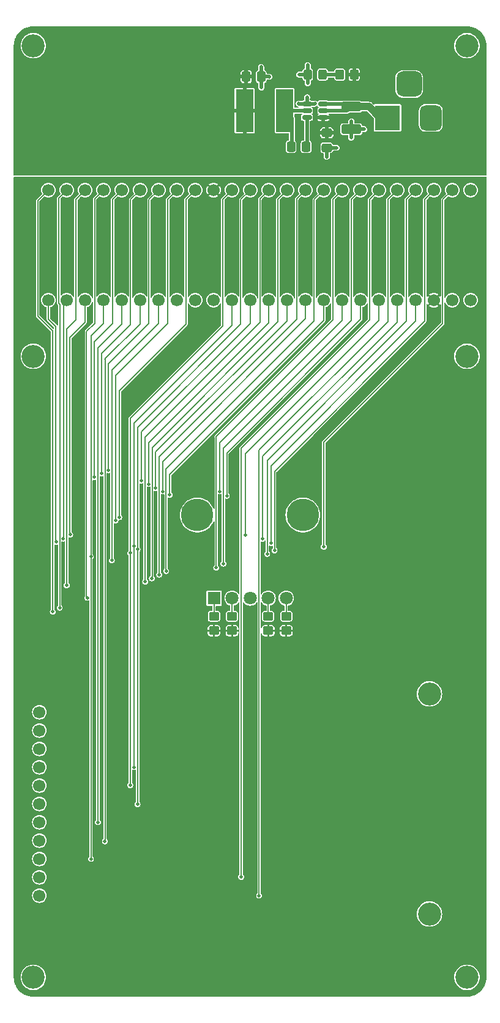
<source format=gbr>
%TF.GenerationSoftware,KiCad,Pcbnew,7.0.7*%
%TF.CreationDate,2024-03-28T21:44:09-04:00*%
%TF.ProjectId,midi-controller_control-board_teensy,6d696469-2d63-46f6-9e74-726f6c6c6572,rev?*%
%TF.SameCoordinates,Original*%
%TF.FileFunction,Copper,L1,Top*%
%TF.FilePolarity,Positive*%
%FSLAX46Y46*%
G04 Gerber Fmt 4.6, Leading zero omitted, Abs format (unit mm)*
G04 Created by KiCad (PCBNEW 7.0.7) date 2024-03-28 21:44:09*
%MOMM*%
%LPD*%
G01*
G04 APERTURE LIST*
G04 Aperture macros list*
%AMRoundRect*
0 Rectangle with rounded corners*
0 $1 Rounding radius*
0 $2 $3 $4 $5 $6 $7 $8 $9 X,Y pos of 4 corners*
0 Add a 4 corners polygon primitive as box body*
4,1,4,$2,$3,$4,$5,$6,$7,$8,$9,$2,$3,0*
0 Add four circle primitives for the rounded corners*
1,1,$1+$1,$2,$3*
1,1,$1+$1,$4,$5*
1,1,$1+$1,$6,$7*
1,1,$1+$1,$8,$9*
0 Add four rect primitives between the rounded corners*
20,1,$1+$1,$2,$3,$4,$5,0*
20,1,$1+$1,$4,$5,$6,$7,0*
20,1,$1+$1,$6,$7,$8,$9,0*
20,1,$1+$1,$8,$9,$2,$3,0*%
G04 Aperture macros list end*
%TA.AperFunction,ComponentPad*%
%ADD10C,1.700000*%
%TD*%
%TA.AperFunction,ComponentPad*%
%ADD11C,3.200000*%
%TD*%
%TA.AperFunction,SMDPad,CuDef*%
%ADD12RoundRect,0.250000X-0.325000X-0.450000X0.325000X-0.450000X0.325000X0.450000X-0.325000X0.450000X0*%
%TD*%
%TA.AperFunction,SMDPad,CuDef*%
%ADD13RoundRect,0.250000X0.450000X-0.350000X0.450000X0.350000X-0.450000X0.350000X-0.450000X-0.350000X0*%
%TD*%
%TA.AperFunction,SMDPad,CuDef*%
%ADD14RoundRect,0.250000X0.350000X0.450000X-0.350000X0.450000X-0.350000X-0.450000X0.350000X-0.450000X0*%
%TD*%
%TA.AperFunction,SMDPad,CuDef*%
%ADD15RoundRect,0.250000X-1.100000X0.412500X-1.100000X-0.412500X1.100000X-0.412500X1.100000X0.412500X0*%
%TD*%
%TA.AperFunction,ComponentPad*%
%ADD16R,3.500000X3.500000*%
%TD*%
%TA.AperFunction,ComponentPad*%
%ADD17RoundRect,0.750000X0.750000X1.000000X-0.750000X1.000000X-0.750000X-1.000000X0.750000X-1.000000X0*%
%TD*%
%TA.AperFunction,ComponentPad*%
%ADD18RoundRect,0.875000X0.875000X0.875000X-0.875000X0.875000X-0.875000X-0.875000X0.875000X-0.875000X0*%
%TD*%
%TA.AperFunction,SMDPad,CuDef*%
%ADD19RoundRect,0.250000X0.337500X0.475000X-0.337500X0.475000X-0.337500X-0.475000X0.337500X-0.475000X0*%
%TD*%
%TA.AperFunction,ComponentPad*%
%ADD20R,1.800000X1.800000*%
%TD*%
%TA.AperFunction,ComponentPad*%
%ADD21C,1.800000*%
%TD*%
%TA.AperFunction,ComponentPad*%
%ADD22C,4.500000*%
%TD*%
%TA.AperFunction,SMDPad,CuDef*%
%ADD23RoundRect,0.150000X0.512500X0.150000X-0.512500X0.150000X-0.512500X-0.150000X0.512500X-0.150000X0*%
%TD*%
%TA.AperFunction,SMDPad,CuDef*%
%ADD24R,2.450000X5.900000*%
%TD*%
%TA.AperFunction,SMDPad,CuDef*%
%ADD25RoundRect,0.250000X0.475000X-0.337500X0.475000X0.337500X-0.475000X0.337500X-0.475000X-0.337500X0*%
%TD*%
%TA.AperFunction,ViaPad*%
%ADD26C,0.508000*%
%TD*%
%TA.AperFunction,Conductor*%
%ADD27C,0.508000*%
%TD*%
%TA.AperFunction,Conductor*%
%ADD28C,0.152400*%
%TD*%
%TA.AperFunction,Conductor*%
%ADD29C,1.016000*%
%TD*%
G04 APERTURE END LIST*
D10*
%TO.P,A1,1,GND*%
%TO.N,GND*%
X110500000Y-63000000D03*
%TO.P,A1,2,0*%
%TO.N,/~{KEY_CLEAR}*%
X107960000Y-63000000D03*
%TO.P,A1,3,1*%
%TO.N,/KEY_SER*%
X105420000Y-63000000D03*
%TO.P,A1,4,2*%
%TO.N,/KEY_CLK*%
X102880000Y-63000000D03*
%TO.P,A1,5,3*%
%TO.N,/LITE*%
X100340000Y-63000000D03*
%TO.P,A1,6,4*%
%TO.N,/SD_CS*%
X97800000Y-63000000D03*
%TO.P,A1,7,5*%
%TO.N,/CS_0*%
X95260000Y-63000000D03*
%TO.P,A1,8,6*%
%TO.N,/CS_1*%
X92720000Y-63000000D03*
%TO.P,A1,9,7*%
%TO.N,/CS_2*%
X90180000Y-63000000D03*
%TO.P,A1,10,8*%
%TO.N,/CS_3*%
X87640000Y-63000000D03*
%TO.P,A1,11,9*%
%TO.N,/CS_4*%
X85100000Y-63000000D03*
%TO.P,A1,12,10*%
%TO.N,/CS_EN*%
X82560000Y-63000000D03*
%TO.P,A1,13,11*%
%TO.N,/MOSI*%
X80020000Y-63000000D03*
%TO.P,A1,14,12*%
%TO.N,/MISO*%
X77480000Y-63000000D03*
%TO.P,A1,15,3.3V*%
%TO.N,+3.3V*%
X74940000Y-63000000D03*
%TO.P,A1,16,24*%
%TO.N,/POT_{5_1}*%
X72400000Y-63000000D03*
%TO.P,A1,17,25*%
%TO.N,/POT_{5_2}*%
X69860000Y-63000000D03*
%TO.P,A1,18,26*%
%TO.N,/POT_SEL_0*%
X67320000Y-63000000D03*
%TO.P,A1,19,27*%
%TO.N,/POT_SEL_1*%
X64780000Y-63000000D03*
%TO.P,A1,20,28*%
%TO.N,/POT_SEL_EN*%
X62240000Y-63000000D03*
%TO.P,A1,21,29*%
%TO.N,/ENC_0*%
X59700000Y-63000000D03*
%TO.P,A1,22,30*%
%TO.N,/ENC_1*%
X57160000Y-63000000D03*
%TO.P,A1,23,31*%
%TO.N,/ENC_2*%
X54620000Y-63000000D03*
%TO.P,A1,24,32*%
%TO.N,/ENC_3*%
X52080000Y-63000000D03*
%TO.P,A1,25,33*%
%TO.N,/ROW_3*%
X52080000Y-78240000D03*
%TO.P,A1,26,34*%
%TO.N,/ROW_2*%
X54620000Y-78240000D03*
%TO.P,A1,27,35*%
%TO.N,/ROW_1*%
X57160000Y-78240000D03*
%TO.P,A1,28,36*%
%TO.N,/DC*%
X59700000Y-78240000D03*
%TO.P,A1,29,37*%
%TO.N,/IPS_CS*%
X62240000Y-78240000D03*
%TO.P,A1,30,38*%
%TO.N,/~{IPS_RST}*%
X64780000Y-78240000D03*
%TO.P,A1,31,39*%
%TO.N,/~{OLED_RST}*%
X67320000Y-78240000D03*
%TO.P,A1,32,40*%
%TO.N,unconnected-(A1-40-Pad32)*%
X69860000Y-78240000D03*
%TO.P,A1,33,41*%
%TO.N,unconnected-(A1-41-Pad33)*%
X72400000Y-78240000D03*
%TO.P,A1,34,GND*%
%TO.N,GND*%
X74940000Y-78240000D03*
%TO.P,A1,35,13*%
%TO.N,/SCLK*%
X77480000Y-78240000D03*
%TO.P,A1,36,14*%
%TO.N,/POT_{0_1}*%
X80020000Y-78240000D03*
%TO.P,A1,37,15*%
%TO.N,/POT_{0_2}*%
X82560000Y-78240000D03*
%TO.P,A1,38,16*%
%TO.N,/POT_{1_1}*%
X85100000Y-78240000D03*
%TO.P,A1,39,17*%
%TO.N,/POT_{1_2}*%
X87640000Y-78240000D03*
%TO.P,A1,40,18*%
%TO.N,/POT_{2_1}*%
X90180000Y-78240000D03*
%TO.P,A1,41,19*%
%TO.N,/POT_{2_2}*%
X92720000Y-78240000D03*
%TO.P,A1,42,20*%
%TO.N,/POT_{3_1}*%
X95260000Y-78240000D03*
%TO.P,A1,43,21*%
%TO.N,/POT_{3_2}*%
X97800000Y-78240000D03*
%TO.P,A1,44,22*%
%TO.N,/POT_{4_1}*%
X100340000Y-78240000D03*
%TO.P,A1,45,23*%
%TO.N,/POT_{4_2}*%
X102880000Y-78240000D03*
%TO.P,A1,46,3.3V*%
%TO.N,+3.3V*%
X105420000Y-78240000D03*
%TO.P,A1,47,GND*%
%TO.N,GND*%
X107960000Y-78240000D03*
%TO.P,A1,48,Vin*%
%TO.N,unconnected-(A1-Vin-Pad48)*%
X110500000Y-78240000D03*
%TD*%
D11*
%TO.P,H1,MP,MP*%
%TO.N,unconnected-(H1-PadMP)*%
X50000000Y-43000000D03*
%TD*%
D12*
%TO.P,D1,1,K*%
%TO.N,GND*%
X87975000Y-47000000D03*
%TO.P,D1,2,A*%
%TO.N,Net-(D1-A)*%
X90025000Y-47000000D03*
%TD*%
D13*
%TO.P,R3,1*%
%TO.N,+3.3V*%
X82500000Y-123999999D03*
%TO.P,R3,2*%
%TO.N,/ENC_2*%
X82500000Y-121999999D03*
%TD*%
D14*
%TO.P,R5,1*%
%TO.N,+3.3VP*%
X94400000Y-47000000D03*
%TO.P,R5,2*%
%TO.N,Net-(D1-A)*%
X92400000Y-47000000D03*
%TD*%
D11*
%TO.P,H6,MP,MP*%
%TO.N,unconnected-(H6-PadMP)*%
X110000000Y-172000001D03*
%TD*%
D10*
%TO.P,DS1,1,VIN*%
%TO.N,+3.3VP*%
X50846400Y-135288600D03*
%TO.P,DS1,2,3V*%
%TO.N,unconnected-(DS1-3V-Pad2)*%
X50846400Y-137828600D03*
%TO.P,DS1,3,GND*%
%TO.N,GND*%
X50846400Y-140368600D03*
%TO.P,DS1,4,SCK*%
%TO.N,/SCLK*%
X50846400Y-142908600D03*
%TO.P,DS1,5,MISO*%
%TO.N,/MISO*%
X50846400Y-145448600D03*
%TO.P,DS1,6,MOSI*%
%TO.N,/MOSI*%
X50846400Y-147988600D03*
%TO.P,DS1,7,CS*%
%TO.N,/IPS_CS*%
X50846400Y-150528600D03*
%TO.P,DS1,8,RST*%
%TO.N,/~{IPS_RST}*%
X50846400Y-153068600D03*
%TO.P,DS1,9,DC*%
%TO.N,/DC*%
X50846400Y-155608600D03*
%TO.P,DS1,10,SDCS*%
%TO.N,/SD_CS*%
X50846400Y-158148600D03*
%TO.P,DS1,11,BL*%
%TO.N,/LITE*%
X50846400Y-160688600D03*
D11*
%TO.P,DS1,12*%
%TO.N,N/C*%
X104821400Y-132748601D03*
%TO.P,DS1,13*%
X104821400Y-163228600D03*
%TD*%
%TO.P,H3,MP,MP*%
%TO.N,unconnected-(H3-PadMP)*%
X50000000Y-86000000D03*
%TD*%
D15*
%TO.P,C1,1*%
%TO.N,Net-(U1-EN)*%
X94000000Y-51437500D03*
%TO.P,C1,2*%
%TO.N,GND*%
X94000000Y-54562500D03*
%TD*%
D16*
%TO.P,J2,1*%
%TO.N,Net-(U1-EN)*%
X99000000Y-53000000D03*
D17*
%TO.P,J2,2*%
%TO.N,GND*%
X105000000Y-53000000D03*
D18*
%TO.P,J2,3*%
%TO.N,unconnected-(J2-Pad3)*%
X102000000Y-48300000D03*
%TD*%
D13*
%TO.P,R2,1*%
%TO.N,+3.3V*%
X77500000Y-123999999D03*
%TO.P,R2,2*%
%TO.N,/ENC_1*%
X77500000Y-121999999D03*
%TD*%
D11*
%TO.P,H4,MP,MP*%
%TO.N,unconnected-(H4-PadMP)*%
X110000000Y-86000000D03*
%TD*%
D13*
%TO.P,R1,1*%
%TO.N,+3.3V*%
X75000000Y-123999999D03*
%TO.P,R1,2*%
%TO.N,/ENC_0*%
X75000000Y-121999999D03*
%TD*%
D19*
%TO.P,C2,1*%
%TO.N,Net-(U1-BST)*%
X87737500Y-57000000D03*
%TO.P,C2,2*%
%TO.N,Net-(U1-SW)*%
X85662500Y-57000000D03*
%TD*%
D20*
%TO.P,SW1,1,P1*%
%TO.N,/ENC_0*%
X75000000Y-119500000D03*
D21*
%TO.P,SW1,2,P2*%
%TO.N,/ENC_1*%
X77500000Y-119500000D03*
%TO.P,SW1,3,GND*%
%TO.N,GND*%
X80000000Y-119500000D03*
%TO.P,SW1,4,P3*%
%TO.N,/ENC_2*%
X82500000Y-119500000D03*
%TO.P,SW1,5,P4*%
%TO.N,/ENC_3*%
X85000000Y-119500000D03*
D22*
%TO.P,SW1,MP,MP*%
%TO.N,GND*%
X72700000Y-108000000D03*
X87300000Y-108000000D03*
%TD*%
D11*
%TO.P,H5,MP,MP*%
%TO.N,unconnected-(H5-PadMP)*%
X50000000Y-172000001D03*
%TD*%
D13*
%TO.P,R4,1*%
%TO.N,+3.3V*%
X85000000Y-123999999D03*
%TO.P,R4,2*%
%TO.N,/ENC_3*%
X85000000Y-121999999D03*
%TD*%
D19*
%TO.P,C4,1*%
%TO.N,GND*%
X81537500Y-47300000D03*
%TO.P,C4,2*%
%TO.N,+3.3VP*%
X79462500Y-47300000D03*
%TD*%
D11*
%TO.P,H2,MP,MP*%
%TO.N,unconnected-(H2-PadMP)*%
X110000000Y-43000000D03*
%TD*%
D23*
%TO.P,U1,1,FB*%
%TO.N,+3.3VP*%
X90137500Y-52950000D03*
%TO.P,U1,2,EN*%
%TO.N,Net-(U1-EN)*%
X90137500Y-52000000D03*
%TO.P,U1,3,IN*%
X90137500Y-51050000D03*
%TO.P,U1,4,GND*%
%TO.N,GND*%
X87862500Y-51050000D03*
%TO.P,U1,5,SW*%
%TO.N,Net-(U1-SW)*%
X87862500Y-52000000D03*
%TO.P,U1,6,BST*%
%TO.N,Net-(U1-BST)*%
X87862500Y-52950000D03*
%TD*%
D24*
%TO.P,L1,1*%
%TO.N,Net-(U1-SW)*%
X84775000Y-52000000D03*
%TO.P,L1,2*%
%TO.N,+3.3VP*%
X79225000Y-52000000D03*
%TD*%
D25*
%TO.P,C3,1*%
%TO.N,GND*%
X90600000Y-57137500D03*
%TO.P,C3,2*%
%TO.N,+3.3VP*%
X90600000Y-55062500D03*
%TD*%
D26*
%TO.N,GND*%
X82687200Y-47306800D03*
X94027600Y-53464800D03*
X91962500Y-57137500D03*
X86779200Y-47013200D03*
X87947600Y-45692400D03*
X90600000Y-58400000D03*
X87896800Y-50162800D03*
X87947600Y-48232400D03*
X93976800Y-55750800D03*
X81518800Y-45935200D03*
X81569600Y-48780000D03*
X86728400Y-51026400D03*
X88963600Y-51026400D03*
X95805600Y-54582400D03*
%TO.N,/~{KEY_CLEAR}*%
X90188000Y-112379599D03*
%TO.N,/KEY_SER*%
X83380800Y-112887599D03*
%TO.N,/KEY_CLK*%
X82364800Y-113369699D03*
%TO.N,/LITE*%
X81247200Y-160679600D03*
%TO.N,/SD_CS*%
X78758000Y-158088800D03*
%TO.N,/CS_0*%
X76294200Y-114729600D03*
%TO.N,/CS_1*%
X75303600Y-115288400D03*
%TO.N,/CS_2*%
X68389600Y-115745600D03*
%TO.N,/CS_3*%
X67424400Y-116253600D03*
%TO.N,/CS_4*%
X66408400Y-116761600D03*
%TO.N,/CS_EN*%
X65494000Y-117218800D03*
%TO.N,/MOSI*%
X64432400Y-112748400D03*
X64432400Y-148030400D03*
%TO.N,/MISO*%
X63416400Y-113256400D03*
X63416400Y-145388800D03*
%TO.N,+3.3V*%
X62598400Y-100759600D03*
X55689600Y-100759600D03*
%TO.N,/POT_{5_1}*%
X61887200Y-108278000D03*
%TO.N,/POT_{5_2}*%
X61383900Y-108735200D03*
%TO.N,/POT_SEL_0*%
X60414000Y-101775600D03*
%TO.N,/POT_SEL_1*%
X59448800Y-102232800D03*
%TO.N,/POT_SEL_EN*%
X58462900Y-102740800D03*
%TO.N,/ENC_0*%
X57467600Y-119454000D03*
%TO.N,/ENC_1*%
X54622800Y-117726800D03*
%TO.N,/ENC_2*%
X53657600Y-120825600D03*
%TO.N,/ENC_3*%
X52692400Y-121384400D03*
%TO.N,/ROW_3*%
X53174500Y-111732400D03*
%TO.N,/ROW_2*%
X54139700Y-111267900D03*
%TO.N,/ROW_1*%
X55104900Y-110716400D03*
%TO.N,/DC*%
X57980800Y-155599600D03*
X57975600Y-113764400D03*
%TO.N,/IPS_CS*%
X58945500Y-150519600D03*
%TO.N,/~{IPS_RST}*%
X59910200Y-153161200D03*
%TO.N,/~{OLED_RST}*%
X60871200Y-114272400D03*
%TO.N,/SCLK*%
X63898500Y-142899600D03*
X63898500Y-112291200D03*
%TO.N,/POT_{0_1}*%
X64914500Y-103248800D03*
%TO.N,/POT_{0_2}*%
X65955900Y-103706000D03*
%TO.N,/POT_{1_1}*%
X66921100Y-104264800D03*
%TO.N,/POT_{1_2}*%
X67886300Y-104722000D03*
%TO.N,/POT_{2_1}*%
X68851500Y-105179200D03*
%TO.N,/POT_{2_2}*%
X75785700Y-104722000D03*
%TO.N,/POT_{3_1}*%
X76776800Y-105331600D03*
%TO.N,/POT_{3_2}*%
X79316800Y-110804799D03*
%TO.N,/POT_{4_1}*%
X81729300Y-111261999D03*
%TO.N,/POT_{4_2}*%
X82872800Y-111871599D03*
%TO.N,+3.3VP*%
X48933200Y-59764000D03*
X48933200Y-60424400D03*
X48933200Y-59103600D03*
%TD*%
D27*
%TO.N,GND*%
X81537500Y-47300000D02*
X82680400Y-47300000D01*
X86752000Y-51050000D02*
X86728400Y-51026400D01*
X86792400Y-47000000D02*
X86779200Y-47013200D01*
X94000000Y-54562500D02*
X95785700Y-54562500D01*
X87975000Y-47000000D02*
X87975000Y-45719800D01*
X87975000Y-48205000D02*
X87947600Y-48232400D01*
X90600000Y-57137500D02*
X90600000Y-58400000D01*
X81537500Y-47300000D02*
X81537500Y-48747900D01*
X87975000Y-45719800D02*
X87947600Y-45692400D01*
X91962500Y-57137500D02*
X90600000Y-57137500D01*
X87862500Y-50197100D02*
X87896800Y-50162800D01*
X87975000Y-47000000D02*
X86792400Y-47000000D01*
X88940000Y-51050000D02*
X88963600Y-51026400D01*
X87862500Y-51050000D02*
X87862500Y-50197100D01*
X87862500Y-51050000D02*
X88940000Y-51050000D01*
X94785700Y-54562500D02*
X94805600Y-54582400D01*
X87862500Y-51050000D02*
X86752000Y-51050000D01*
X94000000Y-54562500D02*
X94000000Y-53492400D01*
X94000000Y-54562500D02*
X94000000Y-55727600D01*
X87975000Y-47000000D02*
X87975000Y-48205000D01*
X81537500Y-47300000D02*
X81537500Y-45953900D01*
D28*
%TO.N,/~{KEY_CLEAR}*%
X106647200Y-81455400D02*
X106647200Y-64312800D01*
X90188000Y-97914600D02*
X106647200Y-81455400D01*
X106647200Y-64312800D02*
X107960000Y-63000000D01*
X90188000Y-112379599D02*
X90188000Y-97914600D01*
%TO.N,/KEY_SER*%
X104158000Y-81150600D02*
X104158000Y-64262000D01*
X104158000Y-64262000D02*
X105420000Y-63000000D01*
X83380800Y-112887599D02*
X83380800Y-101927800D01*
X83380800Y-101927800D02*
X104158000Y-81150600D01*
%TO.N,/KEY_CLK*%
X82364800Y-113369699D02*
X82364800Y-100403800D01*
X82364800Y-100403800D02*
X101618000Y-81150600D01*
X101618000Y-64262000D02*
X102880000Y-63000000D01*
X101618000Y-81150600D02*
X101618000Y-64262000D01*
%TO.N,/LITE*%
X81247200Y-99032200D02*
X99078000Y-81201400D01*
X99078000Y-64262000D02*
X100340000Y-63000000D01*
X99078000Y-81201400D02*
X99078000Y-64262000D01*
X81247200Y-99032200D02*
X81247200Y-160679600D01*
%TO.N,/SD_CS*%
X78758000Y-158088800D02*
X78758000Y-98778200D01*
X96538000Y-80998200D02*
X96538000Y-64262000D01*
X96538000Y-64262000D02*
X97800000Y-63000000D01*
X78758000Y-98778200D02*
X96538000Y-80998200D01*
%TO.N,/CS_0*%
X93998000Y-64262000D02*
X95260000Y-63000000D01*
X76268300Y-98778700D02*
X93998000Y-81049000D01*
X76294200Y-114729600D02*
X76294200Y-98804600D01*
X93998000Y-81049000D02*
X93998000Y-64262000D01*
X76294200Y-98804600D02*
X76268300Y-98778700D01*
%TO.N,/CS_1*%
X75303600Y-115288400D02*
X75303600Y-97152600D01*
X75303600Y-97152600D02*
X91458000Y-80998200D01*
X91458000Y-80998200D02*
X91458000Y-64262000D01*
X91458000Y-64262000D02*
X92720000Y-63000000D01*
%TO.N,/CS_2*%
X88867200Y-64312800D02*
X90180000Y-63000000D01*
X68369400Y-115725400D02*
X68389600Y-115745600D01*
X68369400Y-101597600D02*
X68369400Y-115725400D01*
X88867200Y-81099800D02*
X88867200Y-64312800D01*
X68369400Y-101597600D02*
X88867200Y-81099800D01*
%TO.N,/CS_3*%
X86428800Y-80896600D02*
X86428800Y-64211200D01*
X67404200Y-116233400D02*
X67424400Y-116253600D01*
X67404200Y-99921200D02*
X86428800Y-80896600D01*
X86428800Y-64211200D02*
X87640000Y-63000000D01*
X67404200Y-99921200D02*
X67404200Y-116233400D01*
%TO.N,/CS_4*%
X83838000Y-64262000D02*
X85100000Y-63000000D01*
X66439000Y-98651200D02*
X66439000Y-116731000D01*
X83838000Y-81252200D02*
X83838000Y-64262000D01*
X66439000Y-116731000D02*
X66408400Y-116761600D01*
X66439000Y-98651200D02*
X83838000Y-81252200D01*
%TO.N,/CS_EN*%
X81348800Y-81303000D02*
X81348800Y-64211200D01*
X65473800Y-117198600D02*
X65494000Y-117218800D01*
X65473800Y-97178000D02*
X81348800Y-81303000D01*
X81348800Y-64211200D02*
X82560000Y-63000000D01*
X65473800Y-97178000D02*
X65473800Y-117198600D01*
%TO.N,/MOSI*%
X64432400Y-112748400D02*
X64432400Y-148030400D01*
X64432400Y-95831800D02*
X64432400Y-112748400D01*
X78707200Y-64312800D02*
X78707200Y-81557000D01*
X80020000Y-63000000D02*
X78707200Y-64312800D01*
X78707200Y-81557000D02*
X64432400Y-95831800D01*
%TO.N,/MISO*%
X63416400Y-94612600D02*
X63416400Y-113256400D01*
X63416400Y-113256400D02*
X63416400Y-145388800D01*
X76218000Y-81811000D02*
X63416400Y-94612600D01*
X77480000Y-63000000D02*
X76218000Y-64262000D01*
X76218000Y-64262000D02*
X76218000Y-81811000D01*
%TO.N,/POT_{5_1}*%
X61892400Y-90782600D02*
X61892400Y-108272800D01*
X71138000Y-81537000D02*
X71138000Y-64262000D01*
X61892400Y-108272800D02*
X61887200Y-108278000D01*
X71138000Y-64262000D02*
X72400000Y-63000000D01*
X61892400Y-90782600D02*
X71138000Y-81537000D01*
%TO.N,/POT_{5_2}*%
X61384400Y-108734700D02*
X61383900Y-108735200D01*
X68598000Y-81477000D02*
X68598000Y-64262000D01*
X61384400Y-88690600D02*
X68598000Y-81477000D01*
X61384400Y-88690600D02*
X61384400Y-108734700D01*
X68598000Y-64262000D02*
X69860000Y-63000000D01*
%TO.N,/POT_SEL_0*%
X60419200Y-87055800D02*
X60419200Y-101770400D01*
X66007200Y-81467800D02*
X66007200Y-64312800D01*
X60419200Y-87055800D02*
X66007200Y-81467800D01*
X66007200Y-64312800D02*
X67320000Y-63000000D01*
X60419200Y-101770400D02*
X60414000Y-101775600D01*
%TO.N,/POT_SEL_1*%
X63467200Y-64312800D02*
X64780000Y-63000000D01*
X59427600Y-85647400D02*
X59427600Y-102211600D01*
X63467200Y-81607800D02*
X63467200Y-64312800D01*
X59427600Y-85647400D02*
X63467200Y-81607800D01*
X59427600Y-102211600D02*
X59448800Y-102232800D01*
%TO.N,/POT_SEL_EN*%
X58462900Y-84012100D02*
X60978000Y-81497000D01*
X60978000Y-64262000D02*
X62240000Y-63000000D01*
X58462900Y-84012100D02*
X58462900Y-102740800D01*
X60978000Y-81497000D02*
X60978000Y-64262000D01*
%TO.N,/ENC_0*%
X57366000Y-119352400D02*
X57467600Y-119454000D01*
X59700000Y-63000000D02*
X58483600Y-64216400D01*
X57366000Y-82573200D02*
X57366000Y-119352400D01*
X58483600Y-78306000D02*
X58483600Y-81455600D01*
X75000000Y-119500000D02*
X75000000Y-121999999D01*
X58483600Y-64216400D02*
X58483600Y-78306000D01*
X58483600Y-81455600D02*
X57366000Y-82573200D01*
%TO.N,/ENC_1*%
X55892800Y-80947600D02*
X55892800Y-64267200D01*
X77500000Y-119500000D02*
X77500000Y-121999999D01*
X55892800Y-64267200D02*
X57160000Y-63000000D01*
X54622800Y-117726800D02*
X54622800Y-82217600D01*
X54622800Y-82217600D02*
X55892800Y-80947600D01*
%TO.N,/ENC_2*%
X53657600Y-78802971D02*
X53541400Y-78686771D01*
X82500000Y-119500000D02*
X82500000Y-121999999D01*
X53541400Y-78686771D02*
X53541400Y-64078600D01*
X53657600Y-120825600D02*
X53657600Y-78802971D01*
X53541400Y-64078600D02*
X54620000Y-63000000D01*
%TO.N,/ENC_3*%
X50609600Y-64470400D02*
X52080000Y-63000000D01*
X50609600Y-80439600D02*
X50609600Y-64470400D01*
X52692400Y-121384400D02*
X52692400Y-82522400D01*
X52692400Y-82522400D02*
X50609600Y-80439600D01*
X85000000Y-119500000D02*
X85000000Y-121999999D01*
%TO.N,/ROW_3*%
X53098800Y-111656700D02*
X53098800Y-81862000D01*
X53098800Y-81862000D02*
X52080000Y-80843200D01*
X53174500Y-111732400D02*
X53098800Y-111656700D01*
X52080000Y-80843200D02*
X52080000Y-78240000D01*
%TO.N,/ROW_2*%
X54139700Y-111267900D02*
X54165600Y-111242000D01*
X54165600Y-111242000D02*
X54165600Y-78694400D01*
X54165600Y-78694400D02*
X54620000Y-78240000D01*
%TO.N,/ROW_1*%
X55080000Y-110691500D02*
X55080000Y-83386000D01*
X55080000Y-83386000D02*
X57160000Y-81306000D01*
X55104900Y-110716400D02*
X55080000Y-110691500D01*
X57160000Y-81306000D02*
X57160000Y-78240000D01*
%TO.N,/DC*%
X57980800Y-83194200D02*
X57980800Y-113759200D01*
X57980800Y-113759200D02*
X57975600Y-113764400D01*
X57975600Y-116235199D02*
X57980800Y-116240399D01*
X57980800Y-83194200D02*
X59700000Y-81475000D01*
X57980800Y-155599600D02*
X57980800Y-116240399D01*
X57975600Y-113764400D02*
X57975600Y-116235199D01*
X59700000Y-81475000D02*
X59700000Y-78240000D01*
%TO.N,/IPS_CS*%
X58945500Y-84879500D02*
X58945500Y-150519600D01*
X62240000Y-81585000D02*
X62240000Y-78240000D01*
X58945500Y-84879500D02*
X62240000Y-81585000D01*
%TO.N,/~{IPS_RST}*%
X64780000Y-81545000D02*
X64780000Y-78240000D01*
X59910200Y-86414800D02*
X59931400Y-86436000D01*
X59910200Y-86414800D02*
X64780000Y-81545000D01*
X59931400Y-86436000D02*
X59931400Y-153140000D01*
X59931400Y-153140000D02*
X59910200Y-153161200D01*
%TO.N,/~{OLED_RST}*%
X60901800Y-114241800D02*
X60901800Y-87923200D01*
X60901800Y-87923200D02*
X67320000Y-81505000D01*
X67320000Y-81505000D02*
X67320000Y-78240000D01*
X60871200Y-114272400D02*
X60901800Y-114241800D01*
%TO.N,/SCLK*%
X63898500Y-112291200D02*
X63898500Y-142899600D01*
X63898500Y-95298900D02*
X63898500Y-112291200D01*
X77480000Y-78240000D02*
X77480000Y-81717400D01*
X77480000Y-81717400D02*
X63898500Y-95298900D01*
%TO.N,/POT_{0_1}*%
X64991200Y-103172100D02*
X64914500Y-103248800D01*
X64991200Y-96492200D02*
X80020000Y-81463400D01*
X64991200Y-96492200D02*
X64991200Y-103172100D01*
X80020000Y-81463400D02*
X80020000Y-78240000D01*
%TO.N,/POT_{0_2}*%
X82560000Y-81361800D02*
X82560000Y-78240000D01*
X65956400Y-103705500D02*
X65955900Y-103706000D01*
X65956400Y-97965400D02*
X82560000Y-81361800D01*
X65956400Y-97965400D02*
X65956400Y-103705500D01*
%TO.N,/POT_{1_1}*%
X85100000Y-81107800D02*
X85100000Y-78240000D01*
X66921600Y-99286200D02*
X85100000Y-81107800D01*
X66921600Y-99286200D02*
X66921600Y-104264300D01*
X66921600Y-104264300D02*
X66921100Y-104264800D01*
%TO.N,/POT_{1_2}*%
X67886800Y-100581600D02*
X67886800Y-104721500D01*
X67886800Y-100581600D02*
X87640000Y-80828400D01*
X67886800Y-104721500D02*
X67886300Y-104722000D01*
X87640000Y-80828400D02*
X87640000Y-78240000D01*
%TO.N,/POT_{2_1}*%
X90180000Y-81057000D02*
X90180000Y-78240000D01*
X68852000Y-102385000D02*
X90180000Y-81057000D01*
X68852000Y-102385000D02*
X68851500Y-102385500D01*
X68851500Y-102385500D02*
X68851500Y-105179200D01*
%TO.N,/POT_{2_2}*%
X75785700Y-97940500D02*
X92720000Y-81006200D01*
X75785700Y-104722000D02*
X75785700Y-97940500D01*
X75785700Y-104861199D02*
X75785700Y-104722000D01*
X92720000Y-81006200D02*
X92720000Y-78240000D01*
%TO.N,/POT_{3_1}*%
X76776800Y-105331600D02*
X76776800Y-105419999D01*
X95260000Y-78240000D02*
X95260000Y-80904600D01*
X95260000Y-80904600D02*
X76776800Y-99387800D01*
X76776800Y-99387800D02*
X76776800Y-105331600D01*
%TO.N,/POT_{3_2}*%
X79316800Y-99540200D02*
X79316800Y-110804799D01*
X97800000Y-81057000D02*
X79316800Y-99540200D01*
X97800000Y-78240000D02*
X97800000Y-81057000D01*
%TO.N,/POT_{4_1}*%
X81729300Y-111261999D02*
X81729300Y-99870900D01*
X100340000Y-81260200D02*
X100340000Y-78240000D01*
X81729300Y-99870900D02*
X100340000Y-81260200D01*
%TO.N,/POT_{4_2}*%
X82872800Y-111871599D02*
X82872800Y-101165800D01*
X82872800Y-101165800D02*
X102880000Y-81158600D01*
X102880000Y-81158600D02*
X102880000Y-78240000D01*
D27*
%TO.N,Net-(U1-EN)*%
X93437500Y-52000000D02*
X94000000Y-51437500D01*
X90137500Y-51050000D02*
X93612500Y-51050000D01*
D29*
X96432800Y-51432800D02*
X98000000Y-53000000D01*
D27*
X93612500Y-51050000D02*
X94000000Y-51437500D01*
X90137500Y-52000000D02*
X93437500Y-52000000D01*
D29*
X98000000Y-53000000D02*
X99000000Y-53000000D01*
X94004700Y-51432800D02*
X94000000Y-51437500D01*
X96432800Y-51432800D02*
X94004700Y-51432800D01*
D27*
%TO.N,Net-(U1-BST)*%
X88037500Y-57000000D02*
X87862500Y-56825000D01*
X87862500Y-56825000D02*
X87862500Y-52950000D01*
%TO.N,Net-(U1-SW)*%
X84775000Y-52000000D02*
X85763200Y-52988200D01*
X85763200Y-52988200D02*
X85763200Y-56800700D01*
X85763200Y-56800700D02*
X85962500Y-57000000D01*
X87862500Y-52000000D02*
X84775000Y-52000000D01*
%TO.N,Net-(D1-A)*%
X90025000Y-47000000D02*
X92400000Y-47000000D01*
%TD*%
%TA.AperFunction,Conductor*%
%TO.N,+3.3VP*%
G36*
X110001047Y-40300559D02*
G01*
X110300137Y-40317356D01*
X110304330Y-40317828D01*
X110598615Y-40367829D01*
X110602729Y-40368768D01*
X110889554Y-40451401D01*
X110893537Y-40452795D01*
X111169316Y-40567026D01*
X111173118Y-40568857D01*
X111434375Y-40713248D01*
X111437943Y-40715490D01*
X111681389Y-40888224D01*
X111684684Y-40890852D01*
X111907264Y-41089761D01*
X111910243Y-41092740D01*
X112109144Y-41315311D01*
X112111775Y-41318610D01*
X112284506Y-41562051D01*
X112286751Y-41565624D01*
X112431142Y-41826881D01*
X112432973Y-41830683D01*
X112547204Y-42106462D01*
X112548598Y-42110445D01*
X112631231Y-42397270D01*
X112632170Y-42401384D01*
X112682171Y-42695669D01*
X112682643Y-42699862D01*
X112699441Y-42998950D01*
X112699500Y-43001059D01*
X112699500Y-60924800D01*
X112681907Y-60973138D01*
X112637358Y-60998858D01*
X112624300Y-61000000D01*
X47375700Y-61000000D01*
X47327362Y-60982407D01*
X47301642Y-60937858D01*
X47300500Y-60924800D01*
X47300500Y-52254000D01*
X77822201Y-52254000D01*
X77822201Y-54967508D01*
X77832515Y-55019371D01*
X77832516Y-55019374D01*
X77871814Y-55078185D01*
X77930625Y-55117483D01*
X77930627Y-55117484D01*
X77982488Y-55127799D01*
X78971000Y-55127799D01*
X78971000Y-52254000D01*
X79479000Y-52254000D01*
X79479000Y-55127799D01*
X80467508Y-55127799D01*
X80519371Y-55117484D01*
X80519374Y-55117483D01*
X80578185Y-55078185D01*
X80617483Y-55019374D01*
X80617484Y-55019372D01*
X80627800Y-54967511D01*
X80627800Y-54965055D01*
X83397100Y-54965055D01*
X83397101Y-54965057D01*
X83405972Y-55009659D01*
X83439764Y-55060232D01*
X83439765Y-55060232D01*
X83439766Y-55060234D01*
X83490342Y-55094028D01*
X83534943Y-55102900D01*
X85281100Y-55102899D01*
X85329438Y-55120492D01*
X85355158Y-55165041D01*
X85356300Y-55178099D01*
X85356300Y-56047893D01*
X85338707Y-56096231D01*
X85294158Y-56121951D01*
X85292865Y-56122167D01*
X85198943Y-56137043D01*
X85085228Y-56194984D01*
X84994984Y-56285228D01*
X84937043Y-56398943D01*
X84922100Y-56493289D01*
X84922100Y-57506710D01*
X84937043Y-57601056D01*
X84994984Y-57714770D01*
X84994984Y-57714771D01*
X85085229Y-57805016D01*
X85198943Y-57862956D01*
X85198945Y-57862957D01*
X85293292Y-57877900D01*
X85293296Y-57877900D01*
X86031704Y-57877900D01*
X86031708Y-57877900D01*
X86126055Y-57862957D01*
X86239771Y-57805016D01*
X86330016Y-57714771D01*
X86387957Y-57601055D01*
X86402900Y-57506708D01*
X86402900Y-56493292D01*
X86387957Y-56398945D01*
X86330016Y-56285229D01*
X86239771Y-56194984D01*
X86239770Y-56194983D01*
X86239769Y-56194982D01*
X86211159Y-56180404D01*
X86176078Y-56142783D01*
X86170100Y-56113401D01*
X86170100Y-52923756D01*
X86170100Y-52923754D01*
X86161907Y-52898538D01*
X86159154Y-52887067D01*
X86154083Y-52855045D01*
X86154868Y-52854920D01*
X86152899Y-52842489D01*
X86152900Y-52482100D01*
X86170494Y-52433762D01*
X86215042Y-52408042D01*
X86228100Y-52406900D01*
X87135750Y-52406900D01*
X87184088Y-52424493D01*
X87209808Y-52469042D01*
X87200875Y-52519700D01*
X87178251Y-52544138D01*
X87175853Y-52545780D01*
X87095782Y-52625851D01*
X87095780Y-52625854D01*
X87050037Y-52729451D01*
X87047100Y-52754776D01*
X87047100Y-53145223D01*
X87050037Y-53170548D01*
X87095780Y-53274145D01*
X87095782Y-53274148D01*
X87175851Y-53354217D01*
X87175854Y-53354219D01*
X87175855Y-53354220D01*
X87279450Y-53399962D01*
X87304774Y-53402900D01*
X87380400Y-53402900D01*
X87428738Y-53420493D01*
X87454458Y-53465042D01*
X87455600Y-53478100D01*
X87455600Y-56046900D01*
X87438007Y-56095238D01*
X87393458Y-56120958D01*
X87380400Y-56122100D01*
X87368289Y-56122100D01*
X87273943Y-56137043D01*
X87160228Y-56194984D01*
X87069984Y-56285228D01*
X87012043Y-56398943D01*
X86997100Y-56493289D01*
X86997100Y-57506710D01*
X87012043Y-57601056D01*
X87069983Y-57714770D01*
X87069984Y-57714771D01*
X87160229Y-57805016D01*
X87273943Y-57862956D01*
X87273945Y-57862957D01*
X87368292Y-57877900D01*
X87368296Y-57877900D01*
X88106704Y-57877900D01*
X88106708Y-57877900D01*
X88201055Y-57862957D01*
X88314771Y-57805016D01*
X88405016Y-57714771D01*
X88462957Y-57601055D01*
X88477900Y-57506710D01*
X89722100Y-57506710D01*
X89737043Y-57601056D01*
X89794984Y-57714770D01*
X89794984Y-57714771D01*
X89885229Y-57805016D01*
X89998943Y-57862956D01*
X89998945Y-57862957D01*
X90093292Y-57877900D01*
X90117900Y-57877900D01*
X90166238Y-57895493D01*
X90191958Y-57940042D01*
X90193100Y-57953100D01*
X90193099Y-58362056D01*
X90192174Y-58373816D01*
X90188028Y-58400000D01*
X90188028Y-58400001D01*
X90208191Y-58527307D01*
X90266708Y-58642152D01*
X90357847Y-58733291D01*
X90357849Y-58733292D01*
X90472692Y-58791808D01*
X90472694Y-58791809D01*
X90570487Y-58807297D01*
X90599999Y-58811972D01*
X90600000Y-58811972D01*
X90600001Y-58811972D01*
X90620163Y-58808778D01*
X90727306Y-58791809D01*
X90842151Y-58733292D01*
X90933292Y-58642151D01*
X90991809Y-58527306D01*
X91011972Y-58400000D01*
X91007826Y-58373822D01*
X91006900Y-58362058D01*
X91006900Y-57953100D01*
X91024493Y-57904762D01*
X91069042Y-57879042D01*
X91082100Y-57877900D01*
X91106704Y-57877900D01*
X91106708Y-57877900D01*
X91201055Y-57862957D01*
X91314771Y-57805016D01*
X91405016Y-57714771D01*
X91462957Y-57601055D01*
X91462957Y-57601049D01*
X91464480Y-57596367D01*
X91496146Y-57555830D01*
X91536001Y-57544400D01*
X91924559Y-57544400D01*
X91936322Y-57545325D01*
X91962500Y-57549472D01*
X91962501Y-57549472D01*
X91988677Y-57545326D01*
X92089806Y-57529309D01*
X92204651Y-57470792D01*
X92295792Y-57379651D01*
X92354309Y-57264806D01*
X92374472Y-57137500D01*
X92354309Y-57010194D01*
X92295792Y-56895349D01*
X92295791Y-56895347D01*
X92204652Y-56804208D01*
X92089806Y-56745691D01*
X92089808Y-56745691D01*
X91962501Y-56725528D01*
X91962500Y-56725528D01*
X91936323Y-56729674D01*
X91924559Y-56730600D01*
X91536001Y-56730600D01*
X91487663Y-56713007D01*
X91464480Y-56678633D01*
X91462957Y-56673949D01*
X91462957Y-56673945D01*
X91405016Y-56560229D01*
X91314771Y-56469984D01*
X91201055Y-56412043D01*
X91201057Y-56412043D01*
X91106710Y-56397100D01*
X91106708Y-56397100D01*
X90093292Y-56397100D01*
X90093289Y-56397100D01*
X89998943Y-56412043D01*
X89885228Y-56469984D01*
X89794984Y-56560228D01*
X89737043Y-56673943D01*
X89722100Y-56768289D01*
X89722100Y-57506710D01*
X88477900Y-57506710D01*
X88477900Y-57506708D01*
X88477900Y-56493292D01*
X88462957Y-56398945D01*
X88405016Y-56285229D01*
X88314771Y-56194984D01*
X88314770Y-56194983D01*
X88314769Y-56194982D01*
X88310459Y-56192786D01*
X88275378Y-56155165D01*
X88269400Y-56125783D01*
X88269400Y-55316500D01*
X89697200Y-55316500D01*
X89697200Y-55451538D01*
X89699909Y-55480424D01*
X89699911Y-55480433D01*
X89742501Y-55602152D01*
X89742503Y-55602155D01*
X89819083Y-55705916D01*
X89922844Y-55782496D01*
X89922847Y-55782498D01*
X90044566Y-55825088D01*
X90044575Y-55825090D01*
X90073461Y-55827799D01*
X90073464Y-55827800D01*
X90346000Y-55827800D01*
X90346000Y-55316500D01*
X90854000Y-55316500D01*
X90854000Y-55827800D01*
X91126536Y-55827800D01*
X91126538Y-55827799D01*
X91155424Y-55825090D01*
X91155433Y-55825088D01*
X91277152Y-55782498D01*
X91277155Y-55782496D01*
X91380916Y-55705916D01*
X91457496Y-55602155D01*
X91457498Y-55602152D01*
X91500088Y-55480433D01*
X91500090Y-55480424D01*
X91502799Y-55451538D01*
X91502800Y-55451536D01*
X91502800Y-55316500D01*
X90854000Y-55316500D01*
X90346000Y-55316500D01*
X89697200Y-55316500D01*
X88269400Y-55316500D01*
X88269400Y-55006710D01*
X92497100Y-55006710D01*
X92512043Y-55101056D01*
X92544645Y-55165041D01*
X92569984Y-55214771D01*
X92660229Y-55305016D01*
X92773943Y-55362956D01*
X92773945Y-55362957D01*
X92868292Y-55377900D01*
X93517900Y-55377900D01*
X93566238Y-55395493D01*
X93591958Y-55440042D01*
X93593100Y-55453100D01*
X93593100Y-55589525D01*
X93586334Y-55617704D01*
X93586821Y-55617863D01*
X93584990Y-55623496D01*
X93564828Y-55750799D01*
X93564828Y-55750800D01*
X93584991Y-55878107D01*
X93643508Y-55992952D01*
X93734647Y-56084091D01*
X93734649Y-56084092D01*
X93849492Y-56142608D01*
X93849494Y-56142609D01*
X93928771Y-56155165D01*
X93976799Y-56162772D01*
X93976800Y-56162772D01*
X93976801Y-56162772D01*
X93997560Y-56159484D01*
X94104106Y-56142609D01*
X94218951Y-56084092D01*
X94310092Y-55992951D01*
X94310092Y-55992950D01*
X94333292Y-55969751D01*
X94391809Y-55854906D01*
X94406900Y-55759624D01*
X94406900Y-55453100D01*
X94424493Y-55404762D01*
X94469042Y-55379042D01*
X94482100Y-55377900D01*
X95131704Y-55377900D01*
X95131708Y-55377900D01*
X95226055Y-55362957D01*
X95339771Y-55305016D01*
X95430016Y-55214771D01*
X95487957Y-55101055D01*
X95498761Y-55032836D01*
X95523701Y-54987846D01*
X95571724Y-54969411D01*
X95573036Y-54969400D01*
X95651584Y-54969400D01*
X95674821Y-54973080D01*
X95678290Y-54974207D01*
X95678294Y-54974209D01*
X95763164Y-54987651D01*
X95805599Y-54994372D01*
X95805600Y-54994372D01*
X95805601Y-54994372D01*
X95825763Y-54991178D01*
X95932906Y-54974209D01*
X96047751Y-54915692D01*
X96138892Y-54824551D01*
X96197409Y-54709706D01*
X96217572Y-54582400D01*
X96197409Y-54455094D01*
X96138892Y-54340249D01*
X96047751Y-54249108D01*
X96027851Y-54229208D01*
X96027850Y-54229207D01*
X95913006Y-54170691D01*
X95913008Y-54170691D01*
X95817726Y-54155600D01*
X95817724Y-54155600D01*
X95573036Y-54155600D01*
X95524698Y-54138007D01*
X95498978Y-54093458D01*
X95498762Y-54092164D01*
X95494173Y-54063190D01*
X95487957Y-54023945D01*
X95430016Y-53910229D01*
X95339771Y-53819984D01*
X95226055Y-53762043D01*
X95226057Y-53762043D01*
X95131710Y-53747100D01*
X95131708Y-53747100D01*
X94482100Y-53747100D01*
X94433762Y-53729507D01*
X94408042Y-53684958D01*
X94406900Y-53671902D01*
X94406900Y-53671900D01*
X94406900Y-53634706D01*
X94415096Y-53600569D01*
X94419409Y-53592106D01*
X94439572Y-53464800D01*
X94419409Y-53337494D01*
X94360892Y-53222649D01*
X94360891Y-53222647D01*
X94269752Y-53131508D01*
X94154906Y-53072991D01*
X94154908Y-53072991D01*
X94027601Y-53052828D01*
X94027599Y-53052828D01*
X93900291Y-53072991D01*
X93900290Y-53072991D01*
X93785449Y-53131507D01*
X93722329Y-53194625D01*
X93722319Y-53194637D01*
X93666707Y-53250249D01*
X93608191Y-53365092D01*
X93593100Y-53460373D01*
X93593100Y-53671900D01*
X93575507Y-53720238D01*
X93530958Y-53745958D01*
X93517900Y-53747100D01*
X92868289Y-53747100D01*
X92773943Y-53762043D01*
X92660228Y-53819984D01*
X92569984Y-53910228D01*
X92512043Y-54023943D01*
X92497100Y-54118289D01*
X92497100Y-55006710D01*
X88269400Y-55006710D01*
X88269400Y-54808500D01*
X89697200Y-54808500D01*
X90346000Y-54808500D01*
X90346000Y-54297200D01*
X90854000Y-54297200D01*
X90854000Y-54808500D01*
X91502800Y-54808500D01*
X91502800Y-54673464D01*
X91502799Y-54673461D01*
X91500090Y-54644575D01*
X91500088Y-54644566D01*
X91457498Y-54522847D01*
X91457496Y-54522844D01*
X91380916Y-54419083D01*
X91277155Y-54342503D01*
X91277152Y-54342501D01*
X91155433Y-54299911D01*
X91155424Y-54299909D01*
X91126538Y-54297200D01*
X90854000Y-54297200D01*
X90346000Y-54297200D01*
X90073461Y-54297200D01*
X90044575Y-54299909D01*
X90044566Y-54299911D01*
X89922847Y-54342501D01*
X89922844Y-54342503D01*
X89819083Y-54419083D01*
X89742503Y-54522844D01*
X89742501Y-54522847D01*
X89699911Y-54644566D01*
X89699909Y-54644575D01*
X89697200Y-54673461D01*
X89697200Y-54808500D01*
X88269400Y-54808500D01*
X88269400Y-53478100D01*
X88286993Y-53429762D01*
X88331542Y-53404042D01*
X88344600Y-53402900D01*
X88420224Y-53402900D01*
X88420226Y-53402900D01*
X88445550Y-53399962D01*
X88549145Y-53354220D01*
X88629220Y-53274145D01*
X88660192Y-53204000D01*
X89311809Y-53204000D01*
X89352337Y-53290915D01*
X89352343Y-53290923D01*
X89434076Y-53372656D01*
X89434084Y-53372662D01*
X89538845Y-53421513D01*
X89538851Y-53421515D01*
X89586590Y-53427799D01*
X89883500Y-53427799D01*
X89883500Y-53204000D01*
X90391500Y-53204000D01*
X90391500Y-53427799D01*
X90688407Y-53427799D01*
X90736151Y-53421514D01*
X90840915Y-53372662D01*
X90840923Y-53372656D01*
X90922656Y-53290923D01*
X90922662Y-53290915D01*
X90963191Y-53204000D01*
X90391500Y-53204000D01*
X89883500Y-53204000D01*
X89311809Y-53204000D01*
X88660192Y-53204000D01*
X88674962Y-53170550D01*
X88677900Y-53145226D01*
X88677900Y-52754774D01*
X88674962Y-52729450D01*
X88629220Y-52625855D01*
X88629219Y-52625854D01*
X88629217Y-52625851D01*
X88549148Y-52545782D01*
X88549144Y-52545779D01*
X88544645Y-52543793D01*
X88507532Y-52508175D01*
X88501997Y-52457034D01*
X88530629Y-52414299D01*
X88544645Y-52406207D01*
X88545028Y-52406037D01*
X88549145Y-52404220D01*
X88629220Y-52324145D01*
X88674962Y-52220550D01*
X88677900Y-52195226D01*
X88677900Y-51804774D01*
X88674962Y-51779450D01*
X88629220Y-51675855D01*
X88629219Y-51675854D01*
X88629217Y-51675851D01*
X88549146Y-51595780D01*
X88546749Y-51594138D01*
X88544849Y-51591483D01*
X88544218Y-51590852D01*
X88544322Y-51590747D01*
X88516815Y-51552304D01*
X88520775Y-51501017D01*
X88556774Y-51464274D01*
X88589250Y-51456900D01*
X89004444Y-51456900D01*
X89004446Y-51456900D01*
X89029660Y-51448707D01*
X89041122Y-51445955D01*
X89067306Y-51441809D01*
X89090924Y-51429773D01*
X89101815Y-51425262D01*
X89127032Y-51417070D01*
X89148480Y-51401485D01*
X89158531Y-51395326D01*
X89182151Y-51383292D01*
X89207407Y-51358036D01*
X89238180Y-51327264D01*
X89284800Y-51305524D01*
X89334487Y-51318838D01*
X89360146Y-51350062D01*
X89370780Y-51374145D01*
X89370782Y-51374148D01*
X89450851Y-51454217D01*
X89450857Y-51454221D01*
X89455356Y-51456208D01*
X89492468Y-51491828D01*
X89498002Y-51542969D01*
X89469368Y-51585702D01*
X89455356Y-51593792D01*
X89450857Y-51595778D01*
X89450851Y-51595782D01*
X89370782Y-51675851D01*
X89370780Y-51675854D01*
X89325037Y-51779451D01*
X89322100Y-51804776D01*
X89322100Y-52195223D01*
X89325037Y-52220548D01*
X89370780Y-52324145D01*
X89370782Y-52324148D01*
X89453544Y-52406910D01*
X89475284Y-52453530D01*
X89461970Y-52503217D01*
X89438824Y-52522643D01*
X89439471Y-52523566D01*
X89434076Y-52527343D01*
X89352343Y-52609076D01*
X89352337Y-52609084D01*
X89311808Y-52695999D01*
X89311809Y-52696000D01*
X90963191Y-52696000D01*
X90963191Y-52695999D01*
X90922662Y-52609084D01*
X90922656Y-52609076D01*
X90848854Y-52535274D01*
X90827114Y-52488654D01*
X90840428Y-52438967D01*
X90882565Y-52409462D01*
X90902028Y-52406900D01*
X93501944Y-52406900D01*
X93501946Y-52406900D01*
X93527160Y-52398707D01*
X93538622Y-52395955D01*
X93564806Y-52391809D01*
X93588424Y-52379773D01*
X93599315Y-52375262D01*
X93624532Y-52367070D01*
X93645980Y-52351485D01*
X93656031Y-52345326D01*
X93679651Y-52333292D01*
X93738017Y-52274925D01*
X93784636Y-52253186D01*
X93791191Y-52252900D01*
X95131704Y-52252900D01*
X95131708Y-52252900D01*
X95226055Y-52237957D01*
X95339771Y-52180016D01*
X95404061Y-52115726D01*
X95450681Y-52093986D01*
X95457235Y-52093700D01*
X96127899Y-52093700D01*
X96176237Y-52111293D01*
X96181072Y-52115725D01*
X97075074Y-53009728D01*
X97096814Y-53056347D01*
X97097100Y-53062901D01*
X97097100Y-54765055D01*
X97097101Y-54765057D01*
X97105972Y-54809659D01*
X97139764Y-54860232D01*
X97139765Y-54860232D01*
X97139766Y-54860234D01*
X97190342Y-54894028D01*
X97234943Y-54902900D01*
X100765056Y-54902899D01*
X100809658Y-54894028D01*
X100860234Y-54860234D01*
X100894028Y-54809658D01*
X100902900Y-54765057D01*
X100902899Y-51936809D01*
X103347100Y-51936809D01*
X103347101Y-54063189D01*
X103353303Y-54142015D01*
X103353304Y-54142022D01*
X103402427Y-54325352D01*
X103402428Y-54325353D01*
X103488594Y-54494463D01*
X103488596Y-54494466D01*
X103488598Y-54494469D01*
X103608036Y-54641963D01*
X103755530Y-54761401D01*
X103755532Y-54761402D01*
X103755537Y-54761406D01*
X103924647Y-54847572D01*
X104107977Y-54896696D01*
X104186809Y-54902900D01*
X105813190Y-54902899D01*
X105892023Y-54896696D01*
X106075353Y-54847572D01*
X106244463Y-54761406D01*
X106391963Y-54641963D01*
X106511406Y-54494463D01*
X106597572Y-54325353D01*
X106646696Y-54142023D01*
X106652900Y-54063191D01*
X106652899Y-51936810D01*
X106646696Y-51857977D01*
X106597572Y-51674647D01*
X106511406Y-51505537D01*
X106511402Y-51505532D01*
X106511401Y-51505530D01*
X106391963Y-51358036D01*
X106244469Y-51238598D01*
X106244466Y-51238596D01*
X106244463Y-51238594D01*
X106124198Y-51177316D01*
X106075352Y-51152427D01*
X105892019Y-51103303D01*
X105813191Y-51097100D01*
X104186810Y-51097101D01*
X104175061Y-51098025D01*
X104107984Y-51103303D01*
X104107977Y-51103304D01*
X103924647Y-51152427D01*
X103811185Y-51210239D01*
X103755537Y-51238594D01*
X103755535Y-51238595D01*
X103755536Y-51238595D01*
X103755530Y-51238598D01*
X103608036Y-51358036D01*
X103488598Y-51505530D01*
X103488595Y-51505535D01*
X103488594Y-51505537D01*
X103467417Y-51547100D01*
X103402427Y-51674647D01*
X103353303Y-51857980D01*
X103347100Y-51936809D01*
X100902899Y-51936809D01*
X100902899Y-51234944D01*
X100894028Y-51190342D01*
X100888850Y-51182593D01*
X100860235Y-51139767D01*
X100860234Y-51139766D01*
X100809658Y-51105972D01*
X100809656Y-51105971D01*
X100765057Y-51097100D01*
X97234944Y-51097100D01*
X97234942Y-51097101D01*
X97190340Y-51105972D01*
X97190338Y-51105973D01*
X97151904Y-51131653D01*
X97101939Y-51143879D01*
X97056953Y-51122300D01*
X96987228Y-51052575D01*
X96915048Y-50980395D01*
X96913508Y-50978759D01*
X96874278Y-50934477D01*
X96874277Y-50934476D01*
X96825587Y-50900867D01*
X96823760Y-50899523D01*
X96823212Y-50899094D01*
X96786340Y-50870206D01*
X96777222Y-50863062D01*
X96777212Y-50863056D01*
X96765042Y-50857579D01*
X96753190Y-50850895D01*
X96742196Y-50843307D01*
X96742187Y-50843302D01*
X96686890Y-50822330D01*
X96684792Y-50821461D01*
X96630870Y-50797193D01*
X96630865Y-50797191D01*
X96630864Y-50797191D01*
X96624065Y-50795945D01*
X96617720Y-50794782D01*
X96604615Y-50791129D01*
X96592125Y-50786392D01*
X96592124Y-50786391D01*
X96592123Y-50786391D01*
X96533413Y-50779262D01*
X96531168Y-50778920D01*
X96472999Y-50768260D01*
X96472997Y-50768260D01*
X96463657Y-50768824D01*
X96413954Y-50771831D01*
X96411684Y-50771900D01*
X95447835Y-50771900D01*
X95399497Y-50754307D01*
X95394661Y-50749874D01*
X95339771Y-50694984D01*
X95226055Y-50637043D01*
X95226057Y-50637043D01*
X95131710Y-50622100D01*
X95131708Y-50622100D01*
X92868292Y-50622100D01*
X92868289Y-50622100D01*
X92773947Y-50637042D01*
X92768314Y-50638873D01*
X92767829Y-50637382D01*
X92744003Y-50643100D01*
X90833938Y-50643100D01*
X90803563Y-50636692D01*
X90720551Y-50600038D01*
X90712108Y-50599058D01*
X90695226Y-50597100D01*
X89579774Y-50597100D01*
X89574510Y-50597710D01*
X89554451Y-50600037D01*
X89450854Y-50645780D01*
X89450851Y-50645782D01*
X89365852Y-50730782D01*
X89364899Y-50729829D01*
X89329252Y-50755330D01*
X89277965Y-50751364D01*
X89255883Y-50736066D01*
X89254912Y-50735095D01*
X89254906Y-50735091D01*
X89233460Y-50719509D01*
X89224488Y-50711845D01*
X89205751Y-50693108D01*
X89205747Y-50693106D01*
X89182131Y-50681073D01*
X89172076Y-50674911D01*
X89150632Y-50659331D01*
X89150631Y-50659330D01*
X89150629Y-50659329D01*
X89125422Y-50651138D01*
X89114526Y-50646625D01*
X89090906Y-50634591D01*
X89064716Y-50630442D01*
X89053247Y-50627688D01*
X89028050Y-50619501D01*
X89028046Y-50619501D01*
X89001547Y-50619501D01*
X88989783Y-50618575D01*
X88963600Y-50614428D01*
X88937417Y-50618575D01*
X88925653Y-50619501D01*
X88899153Y-50619501D01*
X88891154Y-50622100D01*
X88873945Y-50627691D01*
X88862476Y-50630444D01*
X88836290Y-50634591D01*
X88836290Y-50634592D01*
X88835678Y-50634904D01*
X88834344Y-50635224D01*
X88830660Y-50636421D01*
X88830565Y-50636131D01*
X88801539Y-50643100D01*
X88558938Y-50643100D01*
X88528563Y-50636692D01*
X88445551Y-50600038D01*
X88437108Y-50599058D01*
X88420226Y-50597100D01*
X88420224Y-50597100D01*
X88344600Y-50597100D01*
X88296262Y-50579507D01*
X88270542Y-50534958D01*
X88269400Y-50521900D01*
X88269400Y-50345857D01*
X88277597Y-50311715D01*
X88288609Y-50290106D01*
X88292755Y-50263922D01*
X88295507Y-50252460D01*
X88303700Y-50227246D01*
X88303700Y-50200740D01*
X88304626Y-50188975D01*
X88308412Y-50165076D01*
X88308772Y-50162800D01*
X88304626Y-50136622D01*
X88303700Y-50124858D01*
X88303700Y-50098353D01*
X88295510Y-50073149D01*
X88292754Y-50061671D01*
X88288609Y-50035494D01*
X88276574Y-50011874D01*
X88272059Y-50000972D01*
X88263871Y-49975770D01*
X88263870Y-49975768D01*
X88248280Y-49954310D01*
X88242125Y-49944266D01*
X88230092Y-49920649D01*
X88211352Y-49901909D01*
X88203692Y-49892940D01*
X88188110Y-49871492D01*
X88188109Y-49871491D01*
X88166649Y-49855900D01*
X88157689Y-49848246D01*
X88138951Y-49829508D01*
X88115334Y-49817474D01*
X88105285Y-49811316D01*
X88083832Y-49795730D01*
X88083830Y-49795729D01*
X88083828Y-49795728D01*
X88058616Y-49787535D01*
X88047720Y-49783022D01*
X88024109Y-49770992D01*
X88024103Y-49770990D01*
X87997924Y-49766844D01*
X87986451Y-49764089D01*
X87961249Y-49755900D01*
X87961247Y-49755900D01*
X87934741Y-49755900D01*
X87922977Y-49754974D01*
X87896800Y-49750828D01*
X87870623Y-49754974D01*
X87858859Y-49755900D01*
X87832353Y-49755900D01*
X87807145Y-49764090D01*
X87795677Y-49766843D01*
X87769493Y-49770991D01*
X87745873Y-49783025D01*
X87734974Y-49787539D01*
X87709770Y-49795728D01*
X87709769Y-49795728D01*
X87688318Y-49811313D01*
X87678263Y-49817475D01*
X87654647Y-49829509D01*
X87621182Y-49862973D01*
X87621178Y-49862979D01*
X87620349Y-49863808D01*
X87591217Y-49892940D01*
X87529208Y-49954948D01*
X87517175Y-49978563D01*
X87511013Y-49988618D01*
X87495428Y-50010069D01*
X87495428Y-50010070D01*
X87487239Y-50035274D01*
X87482725Y-50046173D01*
X87470691Y-50069793D01*
X87466543Y-50095977D01*
X87463790Y-50107445D01*
X87455600Y-50132653D01*
X87455600Y-50521900D01*
X87438007Y-50570238D01*
X87393458Y-50595958D01*
X87380400Y-50597100D01*
X87304774Y-50597100D01*
X87287891Y-50599058D01*
X87279449Y-50600038D01*
X87279447Y-50600038D01*
X87196437Y-50636692D01*
X87166062Y-50643100D01*
X86890459Y-50643100D01*
X86861425Y-50636129D01*
X86861331Y-50636419D01*
X86857656Y-50635224D01*
X86856320Y-50634904D01*
X86855705Y-50634590D01*
X86829522Y-50630443D01*
X86818051Y-50627689D01*
X86792847Y-50619500D01*
X86792846Y-50619500D01*
X86766341Y-50619500D01*
X86754577Y-50618574D01*
X86728400Y-50614428D01*
X86702223Y-50618574D01*
X86690459Y-50619500D01*
X86663953Y-50619500D01*
X86638745Y-50627690D01*
X86627277Y-50630443D01*
X86601093Y-50634591D01*
X86577473Y-50646625D01*
X86566575Y-50651139D01*
X86541370Y-50659328D01*
X86541366Y-50659330D01*
X86519919Y-50674912D01*
X86509863Y-50681074D01*
X86486251Y-50693106D01*
X86486248Y-50693108D01*
X86467506Y-50711850D01*
X86458536Y-50719511D01*
X86437091Y-50735091D01*
X86421511Y-50756536D01*
X86413850Y-50765506D01*
X86395108Y-50784248D01*
X86395106Y-50784251D01*
X86383074Y-50807863D01*
X86376912Y-50817919D01*
X86361330Y-50839366D01*
X86361328Y-50839370D01*
X86353139Y-50864575D01*
X86348625Y-50875473D01*
X86336591Y-50899093D01*
X86332443Y-50925277D01*
X86329690Y-50936745D01*
X86321500Y-50961953D01*
X86321500Y-50988458D01*
X86320574Y-51000222D01*
X86316428Y-51026399D01*
X86316428Y-51026400D01*
X86320574Y-51052575D01*
X86321500Y-51064340D01*
X86321500Y-51090847D01*
X86329689Y-51116051D01*
X86332443Y-51127522D01*
X86336590Y-51153705D01*
X86348621Y-51177316D01*
X86353136Y-51188217D01*
X86361328Y-51213429D01*
X86361331Y-51213435D01*
X86376911Y-51234879D01*
X86383076Y-51244938D01*
X86395108Y-51268551D01*
X86428599Y-51302043D01*
X86428609Y-51302052D01*
X86467864Y-51341308D01*
X86488068Y-51361512D01*
X86488077Y-51361520D01*
X86500702Y-51374145D01*
X86509849Y-51383292D01*
X86533463Y-51395324D01*
X86543521Y-51401487D01*
X86564968Y-51417069D01*
X86564970Y-51417069D01*
X86564971Y-51417070D01*
X86590175Y-51425260D01*
X86601075Y-51429774D01*
X86624694Y-51441809D01*
X86636164Y-51443625D01*
X86681156Y-51468561D01*
X86699592Y-51516584D01*
X86682848Y-51565222D01*
X86638757Y-51591718D01*
X86624404Y-51593100D01*
X86228099Y-51593100D01*
X86179761Y-51575507D01*
X86154041Y-51530958D01*
X86152899Y-51517900D01*
X86152899Y-49225494D01*
X100097100Y-49225494D01*
X100097101Y-49225511D01*
X100111971Y-49376500D01*
X100170751Y-49570269D01*
X100266194Y-49748829D01*
X100266202Y-49748841D01*
X100394647Y-49905352D01*
X100551158Y-50033797D01*
X100551161Y-50033799D01*
X100551166Y-50033803D01*
X100551171Y-50033805D01*
X100551170Y-50033805D01*
X100678412Y-50101818D01*
X100729736Y-50129251D01*
X100923496Y-50188028D01*
X101074497Y-50202900D01*
X102925502Y-50202899D01*
X103076504Y-50188028D01*
X103270264Y-50129251D01*
X103448834Y-50033803D01*
X103605352Y-49905352D01*
X103733803Y-49748834D01*
X103829251Y-49570264D01*
X103888028Y-49376504D01*
X103902900Y-49225503D01*
X103902899Y-47374498D01*
X103888028Y-47223496D01*
X103829251Y-47029736D01*
X103733803Y-46851166D01*
X103733799Y-46851161D01*
X103733797Y-46851158D01*
X103605352Y-46694647D01*
X103448841Y-46566202D01*
X103448836Y-46566198D01*
X103448834Y-46566197D01*
X103448831Y-46566195D01*
X103448829Y-46566194D01*
X103270269Y-46470751D01*
X103270266Y-46470750D01*
X103270264Y-46470749D01*
X103076504Y-46411972D01*
X103076499Y-46411971D01*
X103076502Y-46411971D01*
X102925503Y-46397100D01*
X101074505Y-46397100D01*
X101074488Y-46397101D01*
X100923499Y-46411971D01*
X100923495Y-46411972D01*
X100923496Y-46411972D01*
X100729736Y-46470749D01*
X100729735Y-46470749D01*
X100729730Y-46470751D01*
X100551170Y-46566194D01*
X100551158Y-46566202D01*
X100394647Y-46694647D01*
X100266202Y-46851158D01*
X100266194Y-46851170D01*
X100170751Y-47029730D01*
X100111971Y-47223499D01*
X100097100Y-47374489D01*
X100097100Y-49225494D01*
X86152899Y-49225494D01*
X86152899Y-49034944D01*
X86152899Y-49034943D01*
X86144028Y-48990342D01*
X86137537Y-48980628D01*
X86110235Y-48939767D01*
X86110231Y-48939764D01*
X86059658Y-48905972D01*
X86059656Y-48905971D01*
X86015057Y-48897100D01*
X83534944Y-48897100D01*
X83534942Y-48897101D01*
X83490340Y-48905972D01*
X83439767Y-48939764D01*
X83405972Y-48990342D01*
X83405971Y-48990343D01*
X83397100Y-49034942D01*
X83397100Y-54965055D01*
X80627800Y-54965055D01*
X80627800Y-52254000D01*
X79479000Y-52254000D01*
X78971000Y-52254000D01*
X77822201Y-52254000D01*
X47300500Y-52254000D01*
X47300500Y-51746000D01*
X77822200Y-51746000D01*
X78971000Y-51746000D01*
X78971000Y-48872200D01*
X79479000Y-48872200D01*
X79479000Y-51746000D01*
X80627799Y-51746000D01*
X80627799Y-49032491D01*
X80617484Y-48980628D01*
X80617483Y-48980625D01*
X80578185Y-48921814D01*
X80519374Y-48882516D01*
X80519372Y-48882515D01*
X80467512Y-48872200D01*
X79479000Y-48872200D01*
X78971000Y-48872200D01*
X77982491Y-48872200D01*
X77930628Y-48882515D01*
X77930625Y-48882516D01*
X77871814Y-48921814D01*
X77832516Y-48980625D01*
X77832515Y-48980627D01*
X77822200Y-49032488D01*
X77822200Y-51746000D01*
X47300500Y-51746000D01*
X47300500Y-47554000D01*
X78697200Y-47554000D01*
X78697200Y-47826538D01*
X78699909Y-47855424D01*
X78699911Y-47855433D01*
X78742501Y-47977152D01*
X78742503Y-47977155D01*
X78819083Y-48080916D01*
X78922844Y-48157496D01*
X78922847Y-48157498D01*
X79044566Y-48200088D01*
X79044575Y-48200090D01*
X79073461Y-48202799D01*
X79073464Y-48202800D01*
X79208500Y-48202800D01*
X79208500Y-47554000D01*
X79716500Y-47554000D01*
X79716500Y-48202800D01*
X79851536Y-48202800D01*
X79851538Y-48202799D01*
X79880424Y-48200090D01*
X79880433Y-48200088D01*
X80002152Y-48157498D01*
X80002155Y-48157496D01*
X80105916Y-48080916D01*
X80182496Y-47977155D01*
X80182498Y-47977152D01*
X80225088Y-47855433D01*
X80225090Y-47855424D01*
X80227799Y-47826538D01*
X80227800Y-47826536D01*
X80227800Y-47806710D01*
X80797100Y-47806710D01*
X80812043Y-47901056D01*
X80850816Y-47977152D01*
X80869984Y-48014771D01*
X80960229Y-48105016D01*
X81073945Y-48162957D01*
X81073949Y-48162957D01*
X81078627Y-48164477D01*
X81119167Y-48196140D01*
X81130600Y-48236000D01*
X81130600Y-48779926D01*
X81145691Y-48875207D01*
X81204207Y-48990050D01*
X81204208Y-48990051D01*
X81236308Y-49022151D01*
X81327449Y-49113292D01*
X81442292Y-49171808D01*
X81442294Y-49171809D01*
X81540087Y-49187297D01*
X81569599Y-49191972D01*
X81569600Y-49191972D01*
X81569601Y-49191972D01*
X81589763Y-49188778D01*
X81696906Y-49171809D01*
X81811751Y-49113292D01*
X81902892Y-49022151D01*
X81919249Y-48990050D01*
X81944869Y-48939767D01*
X81961409Y-48907306D01*
X81981572Y-48780000D01*
X81961409Y-48652694D01*
X81955056Y-48640226D01*
X81952596Y-48635397D01*
X81944400Y-48601257D01*
X81944400Y-48236000D01*
X81961993Y-48187662D01*
X81996373Y-48164477D01*
X82001048Y-48162957D01*
X82001055Y-48162957D01*
X82114771Y-48105016D01*
X82205016Y-48014771D01*
X82262957Y-47901055D01*
X82277900Y-47806708D01*
X82277900Y-47782100D01*
X82295493Y-47733762D01*
X82340042Y-47708042D01*
X82353100Y-47706900D01*
X82606325Y-47706900D01*
X82618088Y-47707825D01*
X82637010Y-47710822D01*
X82687199Y-47718772D01*
X82687200Y-47718772D01*
X82687201Y-47718772D01*
X82707364Y-47715578D01*
X82814506Y-47698609D01*
X82929351Y-47640092D01*
X83020492Y-47548951D01*
X83079009Y-47434106D01*
X83099172Y-47306800D01*
X83079009Y-47179494D01*
X83020492Y-47064649D01*
X82969043Y-47013200D01*
X86367228Y-47013200D01*
X86371374Y-47039375D01*
X86372300Y-47051140D01*
X86372300Y-47077647D01*
X86380489Y-47102851D01*
X86383243Y-47114322D01*
X86387390Y-47140505D01*
X86399421Y-47164116D01*
X86403936Y-47175016D01*
X86412129Y-47200229D01*
X86412131Y-47200234D01*
X86427712Y-47221680D01*
X86433875Y-47231737D01*
X86445908Y-47255351D01*
X86445910Y-47255354D01*
X86464644Y-47274088D01*
X86472307Y-47283058D01*
X86487892Y-47304508D01*
X86491047Y-47306800D01*
X86509338Y-47320090D01*
X86518305Y-47327748D01*
X86537049Y-47346492D01*
X86560661Y-47358523D01*
X86570722Y-47364689D01*
X86592168Y-47380270D01*
X86617389Y-47388464D01*
X86628275Y-47392974D01*
X86651894Y-47405009D01*
X86678070Y-47409154D01*
X86689538Y-47411907D01*
X86714754Y-47420100D01*
X86741259Y-47420100D01*
X86753022Y-47421025D01*
X86779200Y-47425172D01*
X86805377Y-47421025D01*
X86817141Y-47420100D01*
X86843644Y-47420100D01*
X86843646Y-47420100D01*
X86868860Y-47411907D01*
X86880318Y-47409156D01*
X86888729Y-47407824D01*
X86900483Y-47406900D01*
X87171900Y-47406900D01*
X87220238Y-47424493D01*
X87245958Y-47469042D01*
X87246808Y-47478762D01*
X87246868Y-47478758D01*
X87247100Y-47481710D01*
X87262043Y-47576056D01*
X87294671Y-47640091D01*
X87319984Y-47689771D01*
X87410229Y-47780016D01*
X87501530Y-47826536D01*
X87527040Y-47839534D01*
X87562122Y-47877155D01*
X87568100Y-47906538D01*
X87568100Y-48062882D01*
X87559905Y-48097020D01*
X87555790Y-48105094D01*
X87551643Y-48131277D01*
X87548890Y-48142745D01*
X87540700Y-48167953D01*
X87540700Y-48194458D01*
X87539774Y-48206222D01*
X87535628Y-48232399D01*
X87535628Y-48232400D01*
X87539774Y-48258575D01*
X87540700Y-48270340D01*
X87540700Y-48296847D01*
X87548889Y-48322051D01*
X87551643Y-48333522D01*
X87555790Y-48359705D01*
X87567821Y-48383316D01*
X87572336Y-48394216D01*
X87580529Y-48419429D01*
X87580531Y-48419434D01*
X87596112Y-48440880D01*
X87602275Y-48450937D01*
X87614308Y-48474551D01*
X87614310Y-48474554D01*
X87633044Y-48493288D01*
X87640707Y-48502258D01*
X87656292Y-48523708D01*
X87666304Y-48530982D01*
X87677738Y-48539290D01*
X87686705Y-48546948D01*
X87705447Y-48565690D01*
X87705449Y-48565692D01*
X87729061Y-48577723D01*
X87739122Y-48583889D01*
X87760568Y-48599470D01*
X87785789Y-48607664D01*
X87796675Y-48612174D01*
X87820294Y-48624209D01*
X87846470Y-48628354D01*
X87857938Y-48631107D01*
X87883154Y-48639300D01*
X87909659Y-48639300D01*
X87921422Y-48640225D01*
X87947600Y-48644372D01*
X87973777Y-48640225D01*
X87985541Y-48639300D01*
X88012044Y-48639300D01*
X88012046Y-48639300D01*
X88037260Y-48631107D01*
X88048722Y-48628355D01*
X88074906Y-48624209D01*
X88098524Y-48612173D01*
X88109415Y-48607662D01*
X88134632Y-48599470D01*
X88156080Y-48583885D01*
X88166131Y-48577726D01*
X88189751Y-48565692D01*
X88243143Y-48512300D01*
X88285366Y-48470078D01*
X88285367Y-48470076D01*
X88289648Y-48465795D01*
X88289651Y-48465790D01*
X88308292Y-48447151D01*
X88320324Y-48423537D01*
X88326490Y-48413474D01*
X88342069Y-48392032D01*
X88350262Y-48366812D01*
X88354775Y-48355922D01*
X88366809Y-48332306D01*
X88370955Y-48306121D01*
X88373711Y-48294644D01*
X88381899Y-48269447D01*
X88381899Y-48238580D01*
X88381900Y-48238555D01*
X88381900Y-47906538D01*
X88399493Y-47858200D01*
X88422960Y-47839534D01*
X88448470Y-47826536D01*
X88539771Y-47780016D01*
X88630016Y-47689771D01*
X88687957Y-47576055D01*
X88702900Y-47481710D01*
X89297100Y-47481710D01*
X89312043Y-47576056D01*
X89344671Y-47640091D01*
X89369984Y-47689771D01*
X89460229Y-47780016D01*
X89573943Y-47837956D01*
X89573945Y-47837957D01*
X89668292Y-47852900D01*
X89668296Y-47852900D01*
X90381704Y-47852900D01*
X90381708Y-47852900D01*
X90476055Y-47837957D01*
X90589771Y-47780016D01*
X90680016Y-47689771D01*
X90737957Y-47576055D01*
X90752900Y-47481708D01*
X90752900Y-47481697D01*
X90753132Y-47478758D01*
X90754088Y-47478833D01*
X90770493Y-47433762D01*
X90815042Y-47408042D01*
X90828100Y-47406900D01*
X91571900Y-47406900D01*
X91620238Y-47424493D01*
X91645958Y-47469042D01*
X91646808Y-47478762D01*
X91646868Y-47478758D01*
X91647100Y-47481710D01*
X91662043Y-47576056D01*
X91694671Y-47640091D01*
X91719984Y-47689771D01*
X91810229Y-47780016D01*
X91923943Y-47837956D01*
X91923945Y-47837957D01*
X92018292Y-47852900D01*
X92018296Y-47852900D01*
X92781704Y-47852900D01*
X92781708Y-47852900D01*
X92876055Y-47837957D01*
X92989771Y-47780016D01*
X93080016Y-47689771D01*
X93137957Y-47576055D01*
X93152900Y-47481708D01*
X93152900Y-47254000D01*
X93622200Y-47254000D01*
X93622200Y-47501538D01*
X93624909Y-47530424D01*
X93624911Y-47530433D01*
X93667501Y-47652152D01*
X93667503Y-47652155D01*
X93744083Y-47755916D01*
X93847844Y-47832496D01*
X93847847Y-47832498D01*
X93969566Y-47875088D01*
X93969575Y-47875090D01*
X93998461Y-47877799D01*
X93998464Y-47877800D01*
X94146000Y-47877800D01*
X94146000Y-47254000D01*
X94654000Y-47254000D01*
X94654000Y-47877800D01*
X94801536Y-47877800D01*
X94801538Y-47877799D01*
X94830424Y-47875090D01*
X94830433Y-47875088D01*
X94952152Y-47832498D01*
X94952155Y-47832496D01*
X95055916Y-47755916D01*
X95132496Y-47652155D01*
X95132498Y-47652152D01*
X95175088Y-47530433D01*
X95175090Y-47530424D01*
X95177799Y-47501538D01*
X95177800Y-47501536D01*
X95177800Y-47254000D01*
X94654000Y-47254000D01*
X94146000Y-47254000D01*
X93622200Y-47254000D01*
X93152900Y-47254000D01*
X93152900Y-46746000D01*
X93622200Y-46746000D01*
X94146000Y-46746000D01*
X94146000Y-46122200D01*
X94654000Y-46122200D01*
X94654000Y-46746000D01*
X95177800Y-46746000D01*
X95177800Y-46498461D01*
X95175090Y-46469575D01*
X95175088Y-46469566D01*
X95132498Y-46347847D01*
X95132496Y-46347844D01*
X95055916Y-46244083D01*
X94952155Y-46167503D01*
X94952152Y-46167501D01*
X94830433Y-46124911D01*
X94830424Y-46124909D01*
X94801538Y-46122200D01*
X94654000Y-46122200D01*
X94146000Y-46122200D01*
X93998461Y-46122200D01*
X93969575Y-46124909D01*
X93969566Y-46124911D01*
X93847847Y-46167501D01*
X93847844Y-46167503D01*
X93744083Y-46244083D01*
X93667503Y-46347844D01*
X93667501Y-46347847D01*
X93624911Y-46469566D01*
X93624909Y-46469575D01*
X93622200Y-46498461D01*
X93622200Y-46746000D01*
X93152900Y-46746000D01*
X93152900Y-46518292D01*
X93137957Y-46423945D01*
X93080016Y-46310229D01*
X92989771Y-46219984D01*
X92876055Y-46162043D01*
X92876057Y-46162043D01*
X92781710Y-46147100D01*
X92781708Y-46147100D01*
X92018292Y-46147100D01*
X92018289Y-46147100D01*
X91923943Y-46162043D01*
X91810228Y-46219984D01*
X91719984Y-46310228D01*
X91662043Y-46423943D01*
X91647100Y-46518289D01*
X91646868Y-46521242D01*
X91645911Y-46521166D01*
X91629507Y-46566238D01*
X91584958Y-46591958D01*
X91571900Y-46593100D01*
X90828100Y-46593100D01*
X90779762Y-46575507D01*
X90754042Y-46530958D01*
X90753191Y-46521237D01*
X90753132Y-46521242D01*
X90752900Y-46518296D01*
X90752900Y-46518292D01*
X90737957Y-46423945D01*
X90680016Y-46310229D01*
X90589771Y-46219984D01*
X90476055Y-46162043D01*
X90476057Y-46162043D01*
X90381710Y-46147100D01*
X90381708Y-46147100D01*
X89668292Y-46147100D01*
X89668289Y-46147100D01*
X89573943Y-46162043D01*
X89460228Y-46219984D01*
X89369984Y-46310228D01*
X89312043Y-46423943D01*
X89297100Y-46518289D01*
X89297100Y-47481710D01*
X88702900Y-47481710D01*
X88702900Y-47481708D01*
X88702900Y-46518292D01*
X88687957Y-46423945D01*
X88630016Y-46310229D01*
X88539771Y-46219984D01*
X88426055Y-46162043D01*
X88422960Y-46160466D01*
X88387878Y-46122845D01*
X88381900Y-46093462D01*
X88381900Y-45686374D01*
X88381899Y-45686344D01*
X88381899Y-45655353D01*
X88373709Y-45630150D01*
X88370955Y-45618681D01*
X88366809Y-45592494D01*
X88354774Y-45568875D01*
X88350260Y-45557975D01*
X88342070Y-45532771D01*
X88342069Y-45532770D01*
X88342069Y-45532768D01*
X88326487Y-45511321D01*
X88320324Y-45501263D01*
X88308292Y-45477649D01*
X88304506Y-45473863D01*
X88286516Y-45455873D01*
X88286507Y-45455863D01*
X88189752Y-45359108D01*
X88189749Y-45359106D01*
X88166139Y-45347076D01*
X88156079Y-45340911D01*
X88134635Y-45325331D01*
X88134629Y-45325328D01*
X88109417Y-45317136D01*
X88098516Y-45312621D01*
X88092547Y-45309579D01*
X88074906Y-45300591D01*
X88074905Y-45300590D01*
X88048722Y-45296443D01*
X88037251Y-45293689D01*
X88012047Y-45285500D01*
X88012046Y-45285500D01*
X87985541Y-45285500D01*
X87973777Y-45284574D01*
X87947600Y-45280428D01*
X87921423Y-45284574D01*
X87909659Y-45285500D01*
X87883153Y-45285500D01*
X87857945Y-45293690D01*
X87846477Y-45296443D01*
X87820293Y-45300591D01*
X87796673Y-45312625D01*
X87785775Y-45317139D01*
X87760570Y-45325328D01*
X87760566Y-45325330D01*
X87739119Y-45340912D01*
X87729063Y-45347074D01*
X87705451Y-45359106D01*
X87705448Y-45359108D01*
X87686706Y-45377850D01*
X87677736Y-45385511D01*
X87656291Y-45401091D01*
X87640711Y-45422536D01*
X87633050Y-45431506D01*
X87614308Y-45450248D01*
X87614306Y-45450251D01*
X87602274Y-45473863D01*
X87596112Y-45483919D01*
X87580530Y-45505366D01*
X87580528Y-45505370D01*
X87572339Y-45530575D01*
X87567825Y-45541473D01*
X87555791Y-45565093D01*
X87551643Y-45591277D01*
X87548890Y-45602745D01*
X87540700Y-45627953D01*
X87540700Y-45654458D01*
X87539774Y-45666222D01*
X87535628Y-45692399D01*
X87535628Y-45692400D01*
X87539774Y-45718575D01*
X87540700Y-45730340D01*
X87540700Y-45756847D01*
X87548889Y-45782051D01*
X87551643Y-45793522D01*
X87555790Y-45819704D01*
X87555790Y-45819705D01*
X87555791Y-45819706D01*
X87559903Y-45827776D01*
X87568100Y-45861917D01*
X87568100Y-46093462D01*
X87550507Y-46141800D01*
X87527040Y-46160466D01*
X87410228Y-46219984D01*
X87319984Y-46310228D01*
X87262043Y-46423943D01*
X87247100Y-46518289D01*
X87246868Y-46521242D01*
X87245911Y-46521166D01*
X87229507Y-46566238D01*
X87184958Y-46591958D01*
X87171900Y-46593100D01*
X86727953Y-46593100D01*
X86702745Y-46601290D01*
X86691277Y-46604043D01*
X86665093Y-46608191D01*
X86641473Y-46620225D01*
X86630574Y-46624739D01*
X86605370Y-46632928D01*
X86605369Y-46632928D01*
X86583918Y-46648513D01*
X86573863Y-46654675D01*
X86550250Y-46666707D01*
X86550248Y-46666708D01*
X86526471Y-46690485D01*
X86445910Y-46771045D01*
X86445909Y-46771047D01*
X86433875Y-46794663D01*
X86427713Y-46804718D01*
X86412128Y-46826169D01*
X86412128Y-46826170D01*
X86403939Y-46851374D01*
X86399425Y-46862273D01*
X86387391Y-46885893D01*
X86383243Y-46912077D01*
X86380490Y-46923545D01*
X86372300Y-46948753D01*
X86372300Y-46975258D01*
X86371374Y-46987022D01*
X86367228Y-47013199D01*
X86367228Y-47013200D01*
X82969043Y-47013200D01*
X82929351Y-46973508D01*
X82922551Y-46966708D01*
X82807706Y-46908191D01*
X82807708Y-46908191D01*
X82712426Y-46893100D01*
X82712424Y-46893100D01*
X82353100Y-46893100D01*
X82304762Y-46875507D01*
X82279042Y-46830958D01*
X82277900Y-46817900D01*
X82277900Y-46793296D01*
X82277900Y-46793292D01*
X82262957Y-46698945D01*
X82205016Y-46585229D01*
X82114771Y-46494984D01*
X82001055Y-46437043D01*
X82001054Y-46437042D01*
X82001049Y-46437040D01*
X81996355Y-46435515D01*
X81955823Y-46403841D01*
X81944400Y-46363998D01*
X81944400Y-45921880D01*
X81944400Y-45921876D01*
X81929309Y-45826594D01*
X81870792Y-45711749D01*
X81779651Y-45620608D01*
X81760951Y-45601908D01*
X81760950Y-45601907D01*
X81646106Y-45543391D01*
X81646108Y-45543391D01*
X81518801Y-45523228D01*
X81518799Y-45523228D01*
X81391492Y-45543391D01*
X81276647Y-45601908D01*
X81185508Y-45693047D01*
X81126991Y-45807892D01*
X81106828Y-45935199D01*
X81106828Y-45935200D01*
X81127917Y-46068352D01*
X81127881Y-46068357D01*
X81130600Y-46085522D01*
X81130600Y-46363998D01*
X81113007Y-46412336D01*
X81078645Y-46435515D01*
X81073950Y-46437040D01*
X80960228Y-46494984D01*
X80869984Y-46585228D01*
X80812043Y-46698943D01*
X80797100Y-46793289D01*
X80797100Y-47806710D01*
X80227800Y-47806710D01*
X80227800Y-47554000D01*
X79716500Y-47554000D01*
X79208500Y-47554000D01*
X78697200Y-47554000D01*
X47300500Y-47554000D01*
X47300500Y-47046000D01*
X78697200Y-47046000D01*
X79208500Y-47046000D01*
X79208500Y-46397200D01*
X79716500Y-46397200D01*
X79716500Y-47046000D01*
X80227800Y-47046000D01*
X80227800Y-46773464D01*
X80227799Y-46773461D01*
X80225090Y-46744575D01*
X80225088Y-46744566D01*
X80182498Y-46622847D01*
X80182496Y-46622844D01*
X80105916Y-46519083D01*
X80002155Y-46442503D01*
X80002152Y-46442501D01*
X79880433Y-46399911D01*
X79880424Y-46399909D01*
X79851538Y-46397200D01*
X79716500Y-46397200D01*
X79208500Y-46397200D01*
X79073461Y-46397200D01*
X79044575Y-46399909D01*
X79044566Y-46399911D01*
X78922847Y-46442501D01*
X78922844Y-46442503D01*
X78819083Y-46519083D01*
X78742503Y-46622844D01*
X78742501Y-46622847D01*
X78699911Y-46744566D01*
X78699909Y-46744575D01*
X78697200Y-46773461D01*
X78697200Y-47046000D01*
X47300500Y-47046000D01*
X47300500Y-43001060D01*
X47300530Y-43000000D01*
X48242185Y-43000000D01*
X48261818Y-43261989D01*
X48320280Y-43518125D01*
X48320281Y-43518128D01*
X48320282Y-43518131D01*
X48416259Y-43762679D01*
X48416265Y-43762691D01*
X48547622Y-43990208D01*
X48547623Y-43990209D01*
X48547625Y-43990212D01*
X48711430Y-44195618D01*
X48904020Y-44374315D01*
X49121093Y-44522312D01*
X49357798Y-44636304D01*
X49608849Y-44713743D01*
X49868638Y-44752900D01*
X49868640Y-44752900D01*
X50131360Y-44752900D01*
X50131362Y-44752900D01*
X50391151Y-44713743D01*
X50642202Y-44636304D01*
X50878908Y-44522312D01*
X51095980Y-44374315D01*
X51288570Y-44195618D01*
X51452375Y-43990212D01*
X51583737Y-43762687D01*
X51679720Y-43518125D01*
X51738182Y-43261989D01*
X51757815Y-43000000D01*
X108242185Y-43000000D01*
X108261818Y-43261989D01*
X108320280Y-43518125D01*
X108320281Y-43518128D01*
X108320282Y-43518131D01*
X108416259Y-43762679D01*
X108416265Y-43762691D01*
X108547622Y-43990208D01*
X108547623Y-43990209D01*
X108547625Y-43990212D01*
X108711430Y-44195618D01*
X108904020Y-44374315D01*
X109121093Y-44522312D01*
X109357798Y-44636304D01*
X109608849Y-44713743D01*
X109868638Y-44752900D01*
X109868640Y-44752900D01*
X110131360Y-44752900D01*
X110131362Y-44752900D01*
X110391151Y-44713743D01*
X110642202Y-44636304D01*
X110878908Y-44522312D01*
X111095980Y-44374315D01*
X111288570Y-44195618D01*
X111452375Y-43990212D01*
X111583737Y-43762687D01*
X111679720Y-43518125D01*
X111738182Y-43261989D01*
X111757815Y-43000000D01*
X111738182Y-42738011D01*
X111679720Y-42481875D01*
X111583737Y-42237313D01*
X111452375Y-42009788D01*
X111288570Y-41804382D01*
X111095980Y-41625685D01*
X110878908Y-41477688D01*
X110642202Y-41363696D01*
X110642200Y-41363695D01*
X110391154Y-41286258D01*
X110391151Y-41286257D01*
X110391147Y-41286256D01*
X110391141Y-41286255D01*
X110229965Y-41261962D01*
X110131362Y-41247100D01*
X109868638Y-41247100D01*
X109785762Y-41259591D01*
X109608858Y-41286255D01*
X109608845Y-41286258D01*
X109357799Y-41363695D01*
X109121092Y-41477688D01*
X108904022Y-41625683D01*
X108711432Y-41804379D01*
X108547625Y-42009788D01*
X108547622Y-42009791D01*
X108416265Y-42237308D01*
X108416259Y-42237320D01*
X108320282Y-42481868D01*
X108261818Y-42738008D01*
X108242185Y-42999999D01*
X108242185Y-43000000D01*
X51757815Y-43000000D01*
X51738182Y-42738011D01*
X51679720Y-42481875D01*
X51583737Y-42237313D01*
X51452375Y-42009788D01*
X51288570Y-41804382D01*
X51095980Y-41625685D01*
X50878908Y-41477688D01*
X50642202Y-41363696D01*
X50642200Y-41363695D01*
X50391154Y-41286258D01*
X50391151Y-41286257D01*
X50391147Y-41286256D01*
X50391141Y-41286255D01*
X50229965Y-41261962D01*
X50131362Y-41247100D01*
X49868638Y-41247100D01*
X49785762Y-41259591D01*
X49608858Y-41286255D01*
X49608845Y-41286258D01*
X49357799Y-41363695D01*
X49121092Y-41477688D01*
X48904022Y-41625683D01*
X48711432Y-41804379D01*
X48547625Y-42009788D01*
X48547622Y-42009791D01*
X48416265Y-42237308D01*
X48416259Y-42237320D01*
X48320282Y-42481868D01*
X48261818Y-42738008D01*
X48242185Y-42999999D01*
X48242185Y-43000000D01*
X47300530Y-43000000D01*
X47300559Y-42998952D01*
X47317356Y-42699862D01*
X47317828Y-42695669D01*
X47367829Y-42401384D01*
X47368768Y-42397270D01*
X47414851Y-42237313D01*
X47451402Y-42110440D01*
X47452795Y-42106462D01*
X47567026Y-41830683D01*
X47568857Y-41826881D01*
X47581294Y-41804379D01*
X47713250Y-41565619D01*
X47715484Y-41562064D01*
X47888232Y-41318599D01*
X47890845Y-41315323D01*
X48089770Y-41092725D01*
X48092725Y-41089770D01*
X48315323Y-40890845D01*
X48318599Y-40888232D01*
X48562064Y-40715484D01*
X48565619Y-40713250D01*
X48826887Y-40568853D01*
X48830676Y-40567029D01*
X49000804Y-40496559D01*
X49106462Y-40452795D01*
X49110440Y-40451402D01*
X49397274Y-40368766D01*
X49401384Y-40367829D01*
X49695669Y-40317828D01*
X49699862Y-40317356D01*
X49998953Y-40300559D01*
X50001061Y-40300500D01*
X50047595Y-40300500D01*
X109952405Y-40300500D01*
X109998939Y-40300500D01*
X110001047Y-40300559D01*
G37*
%TD.AperFunction*%
%TD*%
%TA.AperFunction,Conductor*%
%TO.N,+3.3V*%
G36*
X112672638Y-61175493D02*
G01*
X112698358Y-61220042D01*
X112699500Y-61233100D01*
X112699500Y-171998939D01*
X112699441Y-172001048D01*
X112682643Y-172300137D01*
X112682171Y-172304330D01*
X112632170Y-172598615D01*
X112631231Y-172602729D01*
X112548598Y-172889554D01*
X112547204Y-172893537D01*
X112432973Y-173169316D01*
X112431142Y-173173118D01*
X112286751Y-173434375D01*
X112284506Y-173437948D01*
X112111775Y-173681389D01*
X112109144Y-173684688D01*
X111910243Y-173907259D01*
X111907259Y-173910243D01*
X111684688Y-174109144D01*
X111681389Y-174111775D01*
X111437948Y-174284506D01*
X111434375Y-174286751D01*
X111173118Y-174431142D01*
X111169316Y-174432973D01*
X110893537Y-174547204D01*
X110889554Y-174548598D01*
X110602729Y-174631231D01*
X110598615Y-174632170D01*
X110304330Y-174682171D01*
X110300137Y-174682643D01*
X110001048Y-174699441D01*
X109998939Y-174699500D01*
X50001061Y-174699500D01*
X49998952Y-174699441D01*
X49699862Y-174682643D01*
X49695669Y-174682171D01*
X49401384Y-174632170D01*
X49397270Y-174631231D01*
X49110445Y-174548598D01*
X49106462Y-174547204D01*
X48830683Y-174432973D01*
X48826881Y-174431142D01*
X48565624Y-174286751D01*
X48562051Y-174284506D01*
X48318610Y-174111775D01*
X48315311Y-174109144D01*
X48092735Y-173910238D01*
X48089761Y-173907264D01*
X47890852Y-173684684D01*
X47888224Y-173681389D01*
X47856235Y-173636305D01*
X47715490Y-173437943D01*
X47713248Y-173434375D01*
X47568857Y-173173118D01*
X47567026Y-173169316D01*
X47452795Y-172893537D01*
X47451401Y-172889554D01*
X47368768Y-172602729D01*
X47367829Y-172598615D01*
X47317828Y-172304330D01*
X47317356Y-172300137D01*
X47300559Y-172001047D01*
X47300530Y-172000001D01*
X48242185Y-172000001D01*
X48261818Y-172261992D01*
X48271482Y-172304330D01*
X48320280Y-172518126D01*
X48320281Y-172518129D01*
X48320282Y-172518132D01*
X48416259Y-172762680D01*
X48416265Y-172762692D01*
X48547622Y-172990209D01*
X48547623Y-172990210D01*
X48547625Y-172990213D01*
X48711430Y-173195619D01*
X48904020Y-173374316D01*
X49121093Y-173522313D01*
X49357798Y-173636305D01*
X49608849Y-173713744D01*
X49868638Y-173752901D01*
X49868640Y-173752901D01*
X50131360Y-173752901D01*
X50131362Y-173752901D01*
X50391151Y-173713744D01*
X50642202Y-173636305D01*
X50878908Y-173522313D01*
X51095980Y-173374316D01*
X51288570Y-173195619D01*
X51452375Y-172990213D01*
X51583737Y-172762688D01*
X51679720Y-172518126D01*
X51738182Y-172261990D01*
X51757815Y-172000001D01*
X108242185Y-172000001D01*
X108261818Y-172261992D01*
X108271482Y-172304330D01*
X108320280Y-172518126D01*
X108320281Y-172518129D01*
X108320282Y-172518132D01*
X108416259Y-172762680D01*
X108416265Y-172762692D01*
X108547622Y-172990209D01*
X108547623Y-172990210D01*
X108547625Y-172990213D01*
X108711430Y-173195619D01*
X108904020Y-173374316D01*
X109121093Y-173522313D01*
X109357798Y-173636305D01*
X109608849Y-173713744D01*
X109868638Y-173752901D01*
X109868640Y-173752901D01*
X110131360Y-173752901D01*
X110131362Y-173752901D01*
X110391151Y-173713744D01*
X110642202Y-173636305D01*
X110878908Y-173522313D01*
X111095980Y-173374316D01*
X111288570Y-173195619D01*
X111452375Y-172990213D01*
X111583737Y-172762688D01*
X111679720Y-172518126D01*
X111738182Y-172261990D01*
X111757815Y-172000001D01*
X111738182Y-171738012D01*
X111679720Y-171481876D01*
X111583737Y-171237314D01*
X111452375Y-171009789D01*
X111288570Y-170804383D01*
X111095980Y-170625686D01*
X110878908Y-170477689D01*
X110642202Y-170363697D01*
X110642200Y-170363696D01*
X110391154Y-170286259D01*
X110391151Y-170286258D01*
X110391147Y-170286257D01*
X110391141Y-170286256D01*
X110229965Y-170261963D01*
X110131362Y-170247101D01*
X109868638Y-170247101D01*
X109785762Y-170259592D01*
X109608858Y-170286256D01*
X109608845Y-170286259D01*
X109357799Y-170363696D01*
X109121092Y-170477689D01*
X108904022Y-170625684D01*
X108711432Y-170804380D01*
X108547625Y-171009789D01*
X108547622Y-171009792D01*
X108416265Y-171237309D01*
X108416259Y-171237321D01*
X108320282Y-171481869D01*
X108261818Y-171738009D01*
X108242185Y-172000001D01*
X51757815Y-172000001D01*
X51738182Y-171738012D01*
X51679720Y-171481876D01*
X51583737Y-171237314D01*
X51452375Y-171009789D01*
X51288570Y-170804383D01*
X51095980Y-170625686D01*
X50878908Y-170477689D01*
X50642202Y-170363697D01*
X50642200Y-170363696D01*
X50391154Y-170286259D01*
X50391151Y-170286258D01*
X50391147Y-170286257D01*
X50391141Y-170286256D01*
X50229965Y-170261963D01*
X50131362Y-170247101D01*
X49868638Y-170247101D01*
X49785762Y-170259592D01*
X49608858Y-170286256D01*
X49608845Y-170286259D01*
X49357799Y-170363696D01*
X49121092Y-170477689D01*
X48904022Y-170625684D01*
X48711432Y-170804380D01*
X48547625Y-171009789D01*
X48547622Y-171009792D01*
X48416265Y-171237309D01*
X48416259Y-171237321D01*
X48320282Y-171481869D01*
X48261818Y-171738009D01*
X48242185Y-172000001D01*
X47300530Y-172000001D01*
X47300500Y-171998939D01*
X47300500Y-163228600D01*
X103063585Y-163228600D01*
X103083218Y-163490589D01*
X103141680Y-163746725D01*
X103141681Y-163746728D01*
X103141682Y-163746731D01*
X103237659Y-163991279D01*
X103237665Y-163991291D01*
X103369022Y-164218808D01*
X103369023Y-164218809D01*
X103369025Y-164218812D01*
X103532830Y-164424218D01*
X103725420Y-164602915D01*
X103942493Y-164750912D01*
X104179198Y-164864904D01*
X104430249Y-164942343D01*
X104690038Y-164981500D01*
X104690040Y-164981500D01*
X104952760Y-164981500D01*
X104952762Y-164981500D01*
X105212551Y-164942343D01*
X105463602Y-164864904D01*
X105700308Y-164750912D01*
X105917380Y-164602915D01*
X106109970Y-164424218D01*
X106273775Y-164218812D01*
X106405137Y-163991287D01*
X106501120Y-163746725D01*
X106559582Y-163490589D01*
X106579215Y-163228600D01*
X106559582Y-162966611D01*
X106501120Y-162710475D01*
X106405137Y-162465913D01*
X106273775Y-162238388D01*
X106109970Y-162032982D01*
X105917380Y-161854285D01*
X105700308Y-161706288D01*
X105463602Y-161592296D01*
X105463600Y-161592295D01*
X105212554Y-161514858D01*
X105212551Y-161514857D01*
X105212547Y-161514856D01*
X105212541Y-161514855D01*
X105051365Y-161490562D01*
X104952762Y-161475700D01*
X104690038Y-161475700D01*
X104607162Y-161488191D01*
X104430258Y-161514855D01*
X104430245Y-161514858D01*
X104179199Y-161592295D01*
X103942492Y-161706288D01*
X103725422Y-161854283D01*
X103532832Y-162032979D01*
X103369025Y-162238388D01*
X103369022Y-162238391D01*
X103237665Y-162465908D01*
X103237659Y-162465920D01*
X103141682Y-162710468D01*
X103083218Y-162966608D01*
X103083218Y-162966611D01*
X103063585Y-163228600D01*
X47300500Y-163228600D01*
X47300500Y-160688600D01*
X49838647Y-160688600D01*
X49858010Y-160885199D01*
X49858010Y-160885201D01*
X49915355Y-161074243D01*
X49915356Y-161074247D01*
X50008486Y-161248481D01*
X50008489Y-161248485D01*
X50133810Y-161401189D01*
X50286514Y-161526510D01*
X50286518Y-161526513D01*
X50286522Y-161526516D01*
X50409587Y-161592295D01*
X50460752Y-161619643D01*
X50460756Y-161619644D01*
X50503993Y-161632759D01*
X50649797Y-161676989D01*
X50846400Y-161696353D01*
X51043003Y-161676989D01*
X51232050Y-161619642D01*
X51406278Y-161526516D01*
X51558989Y-161401189D01*
X51684316Y-161248478D01*
X51777442Y-161074250D01*
X51834789Y-160885203D01*
X51854153Y-160688600D01*
X51834789Y-160491997D01*
X51777442Y-160302950D01*
X51684316Y-160128722D01*
X51684313Y-160128718D01*
X51684310Y-160128714D01*
X51558989Y-159976010D01*
X51406285Y-159850689D01*
X51406281Y-159850686D01*
X51406279Y-159850685D01*
X51406278Y-159850684D01*
X51319164Y-159804120D01*
X51232047Y-159757556D01*
X51232043Y-159757555D01*
X51043000Y-159700210D01*
X50846400Y-159680847D01*
X50649800Y-159700210D01*
X50649798Y-159700210D01*
X50460756Y-159757555D01*
X50460752Y-159757556D01*
X50286518Y-159850686D01*
X50286514Y-159850689D01*
X50133810Y-159976010D01*
X50008489Y-160128714D01*
X50008486Y-160128718D01*
X49915356Y-160302952D01*
X49915355Y-160302956D01*
X49858010Y-160491998D01*
X49858010Y-160492000D01*
X49838647Y-160688600D01*
X47300500Y-160688600D01*
X47300500Y-158148599D01*
X49838647Y-158148599D01*
X49858010Y-158345199D01*
X49858010Y-158345201D01*
X49915355Y-158534243D01*
X49915356Y-158534247D01*
X50008486Y-158708481D01*
X50008489Y-158708485D01*
X50133810Y-158861189D01*
X50286514Y-158986510D01*
X50286518Y-158986513D01*
X50286522Y-158986516D01*
X50460750Y-159079642D01*
X50460752Y-159079643D01*
X50460756Y-159079644D01*
X50503993Y-159092759D01*
X50649797Y-159136989D01*
X50846400Y-159156353D01*
X51043003Y-159136989D01*
X51232050Y-159079642D01*
X51406278Y-158986516D01*
X51558989Y-158861189D01*
X51684316Y-158708478D01*
X51777442Y-158534250D01*
X51834789Y-158345203D01*
X51854153Y-158148600D01*
X51834789Y-157951997D01*
X51777442Y-157762950D01*
X51684316Y-157588722D01*
X51684313Y-157588718D01*
X51684310Y-157588714D01*
X51558989Y-157436010D01*
X51406285Y-157310689D01*
X51406281Y-157310686D01*
X51406279Y-157310685D01*
X51406278Y-157310684D01*
X51319164Y-157264120D01*
X51232047Y-157217556D01*
X51232043Y-157217555D01*
X51043000Y-157160210D01*
X50846400Y-157140847D01*
X50649800Y-157160210D01*
X50649798Y-157160210D01*
X50460756Y-157217555D01*
X50460752Y-157217556D01*
X50286518Y-157310686D01*
X50286514Y-157310689D01*
X50133810Y-157436010D01*
X50008489Y-157588714D01*
X50008486Y-157588718D01*
X49915356Y-157762952D01*
X49915355Y-157762956D01*
X49858010Y-157951998D01*
X49858010Y-157952000D01*
X49838647Y-158148599D01*
X47300500Y-158148599D01*
X47300500Y-155608600D01*
X49838647Y-155608600D01*
X49858010Y-155805199D01*
X49858010Y-155805201D01*
X49915355Y-155994243D01*
X49915356Y-155994247D01*
X50008486Y-156168481D01*
X50008489Y-156168485D01*
X50133810Y-156321189D01*
X50286514Y-156446510D01*
X50286518Y-156446513D01*
X50286522Y-156446516D01*
X50460750Y-156539642D01*
X50460752Y-156539643D01*
X50460756Y-156539644D01*
X50503993Y-156552759D01*
X50649797Y-156596989D01*
X50846400Y-156616353D01*
X51043003Y-156596989D01*
X51232050Y-156539642D01*
X51406278Y-156446516D01*
X51558989Y-156321189D01*
X51684316Y-156168478D01*
X51777442Y-155994250D01*
X51834789Y-155805203D01*
X51854153Y-155608600D01*
X51834789Y-155411997D01*
X51777442Y-155222950D01*
X51684316Y-155048722D01*
X51684313Y-155048718D01*
X51684310Y-155048714D01*
X51558989Y-154896010D01*
X51406285Y-154770689D01*
X51406281Y-154770686D01*
X51406279Y-154770685D01*
X51406278Y-154770684D01*
X51319164Y-154724120D01*
X51232047Y-154677556D01*
X51232043Y-154677555D01*
X51043000Y-154620210D01*
X50846400Y-154600847D01*
X50649800Y-154620210D01*
X50649798Y-154620210D01*
X50460756Y-154677555D01*
X50460752Y-154677556D01*
X50286518Y-154770686D01*
X50286514Y-154770689D01*
X50133810Y-154896010D01*
X50008489Y-155048714D01*
X50008486Y-155048718D01*
X49915356Y-155222952D01*
X49915355Y-155222956D01*
X49858010Y-155411998D01*
X49858010Y-155412000D01*
X49838647Y-155608600D01*
X47300500Y-155608600D01*
X47300500Y-153068599D01*
X49838647Y-153068599D01*
X49858010Y-153265199D01*
X49858010Y-153265201D01*
X49915355Y-153454243D01*
X49915356Y-153454247D01*
X50008486Y-153628481D01*
X50008489Y-153628485D01*
X50133810Y-153781189D01*
X50286514Y-153906510D01*
X50286518Y-153906513D01*
X50286522Y-153906516D01*
X50460750Y-153999642D01*
X50460752Y-153999643D01*
X50460756Y-153999644D01*
X50503993Y-154012759D01*
X50649797Y-154056989D01*
X50846400Y-154076353D01*
X51043003Y-154056989D01*
X51232050Y-153999642D01*
X51406278Y-153906516D01*
X51558989Y-153781189D01*
X51684316Y-153628478D01*
X51777442Y-153454250D01*
X51834789Y-153265203D01*
X51854153Y-153068600D01*
X51834789Y-152871997D01*
X51777442Y-152682950D01*
X51684316Y-152508722D01*
X51684313Y-152508718D01*
X51684310Y-152508714D01*
X51558989Y-152356010D01*
X51406285Y-152230689D01*
X51406281Y-152230686D01*
X51406279Y-152230685D01*
X51406278Y-152230684D01*
X51319164Y-152184120D01*
X51232047Y-152137556D01*
X51232043Y-152137555D01*
X51043000Y-152080210D01*
X50846400Y-152060847D01*
X50649800Y-152080210D01*
X50649798Y-152080210D01*
X50460756Y-152137555D01*
X50460752Y-152137556D01*
X50286518Y-152230686D01*
X50286514Y-152230689D01*
X50133810Y-152356010D01*
X50008489Y-152508714D01*
X50008486Y-152508718D01*
X49915356Y-152682952D01*
X49915355Y-152682956D01*
X49858010Y-152871998D01*
X49858010Y-152872000D01*
X49838647Y-153068599D01*
X47300500Y-153068599D01*
X47300500Y-150528600D01*
X49838647Y-150528600D01*
X49858010Y-150725199D01*
X49858010Y-150725201D01*
X49915355Y-150914243D01*
X49915356Y-150914247D01*
X50008486Y-151088481D01*
X50008489Y-151088485D01*
X50133810Y-151241189D01*
X50286514Y-151366510D01*
X50286518Y-151366513D01*
X50286522Y-151366516D01*
X50460750Y-151459642D01*
X50460752Y-151459643D01*
X50460756Y-151459644D01*
X50503993Y-151472759D01*
X50649797Y-151516989D01*
X50846400Y-151536353D01*
X51043003Y-151516989D01*
X51232050Y-151459642D01*
X51406278Y-151366516D01*
X51558989Y-151241189D01*
X51684316Y-151088478D01*
X51777442Y-150914250D01*
X51834789Y-150725203D01*
X51854153Y-150528600D01*
X51834789Y-150331997D01*
X51793317Y-150195282D01*
X51777444Y-150142956D01*
X51777443Y-150142952D01*
X51776991Y-150142107D01*
X51684316Y-149968722D01*
X51684313Y-149968718D01*
X51684310Y-149968714D01*
X51558989Y-149816010D01*
X51406285Y-149690689D01*
X51406281Y-149690686D01*
X51406279Y-149690685D01*
X51406278Y-149690684D01*
X51319164Y-149644120D01*
X51232047Y-149597556D01*
X51232043Y-149597555D01*
X51043000Y-149540210D01*
X50846400Y-149520847D01*
X50649800Y-149540210D01*
X50649798Y-149540210D01*
X50460756Y-149597555D01*
X50460752Y-149597556D01*
X50286518Y-149690686D01*
X50286514Y-149690689D01*
X50133810Y-149816010D01*
X50008489Y-149968714D01*
X50008486Y-149968718D01*
X49915356Y-150142952D01*
X49915355Y-150142956D01*
X49858010Y-150331998D01*
X49858010Y-150332000D01*
X49838647Y-150528600D01*
X47300500Y-150528600D01*
X47300500Y-147988599D01*
X49838647Y-147988599D01*
X49858010Y-148185199D01*
X49858010Y-148185201D01*
X49915355Y-148374243D01*
X49915356Y-148374247D01*
X50008486Y-148548481D01*
X50008489Y-148548485D01*
X50133810Y-148701189D01*
X50286514Y-148826510D01*
X50286518Y-148826513D01*
X50286522Y-148826516D01*
X50460750Y-148919642D01*
X50460752Y-148919643D01*
X50460756Y-148919644D01*
X50503993Y-148932759D01*
X50649797Y-148976989D01*
X50846400Y-148996353D01*
X51043003Y-148976989D01*
X51232050Y-148919642D01*
X51406278Y-148826516D01*
X51558989Y-148701189D01*
X51684316Y-148548478D01*
X51777442Y-148374250D01*
X51834789Y-148185203D01*
X51854153Y-147988600D01*
X51834789Y-147791997D01*
X51777442Y-147602950D01*
X51684316Y-147428722D01*
X51684313Y-147428718D01*
X51684310Y-147428714D01*
X51558989Y-147276010D01*
X51406285Y-147150689D01*
X51406281Y-147150686D01*
X51406279Y-147150685D01*
X51406278Y-147150684D01*
X51319164Y-147104120D01*
X51232047Y-147057556D01*
X51232043Y-147057555D01*
X51043000Y-147000210D01*
X50846400Y-146980847D01*
X50649800Y-147000210D01*
X50649798Y-147000210D01*
X50460756Y-147057555D01*
X50460752Y-147057556D01*
X50286518Y-147150686D01*
X50286514Y-147150689D01*
X50133810Y-147276010D01*
X50008489Y-147428714D01*
X50008486Y-147428718D01*
X49915356Y-147602952D01*
X49915355Y-147602956D01*
X49858010Y-147791998D01*
X49858010Y-147792000D01*
X49838647Y-147988599D01*
X47300500Y-147988599D01*
X47300500Y-145448600D01*
X49838647Y-145448600D01*
X49858010Y-145645199D01*
X49858010Y-145645201D01*
X49915355Y-145834243D01*
X49915356Y-145834247D01*
X50008486Y-146008481D01*
X50008489Y-146008485D01*
X50133810Y-146161189D01*
X50286514Y-146286510D01*
X50286518Y-146286513D01*
X50286522Y-146286516D01*
X50460750Y-146379642D01*
X50460752Y-146379643D01*
X50460756Y-146379644D01*
X50503993Y-146392759D01*
X50649797Y-146436989D01*
X50846400Y-146456353D01*
X51043003Y-146436989D01*
X51232050Y-146379642D01*
X51406278Y-146286516D01*
X51558989Y-146161189D01*
X51684316Y-146008478D01*
X51777442Y-145834250D01*
X51834789Y-145645203D01*
X51854153Y-145448600D01*
X51834789Y-145251997D01*
X51777442Y-145062950D01*
X51684316Y-144888722D01*
X51684313Y-144888718D01*
X51684310Y-144888714D01*
X51558989Y-144736010D01*
X51406285Y-144610689D01*
X51406281Y-144610686D01*
X51406279Y-144610685D01*
X51406278Y-144610684D01*
X51319164Y-144564120D01*
X51232047Y-144517556D01*
X51232043Y-144517555D01*
X51043000Y-144460210D01*
X50846400Y-144440847D01*
X50649800Y-144460210D01*
X50649798Y-144460210D01*
X50460756Y-144517555D01*
X50460752Y-144517556D01*
X50286518Y-144610686D01*
X50286514Y-144610689D01*
X50133810Y-144736010D01*
X50008489Y-144888714D01*
X50008486Y-144888718D01*
X49915356Y-145062952D01*
X49915355Y-145062956D01*
X49858010Y-145251998D01*
X49858010Y-145252000D01*
X49838647Y-145448600D01*
X47300500Y-145448600D01*
X47300500Y-142908599D01*
X49838647Y-142908599D01*
X49858010Y-143105199D01*
X49858010Y-143105201D01*
X49915355Y-143294243D01*
X49915356Y-143294247D01*
X50008486Y-143468481D01*
X50008489Y-143468485D01*
X50133810Y-143621189D01*
X50286514Y-143746510D01*
X50286518Y-143746513D01*
X50286522Y-143746516D01*
X50460750Y-143839642D01*
X50460752Y-143839643D01*
X50460756Y-143839644D01*
X50503993Y-143852759D01*
X50649797Y-143896989D01*
X50846400Y-143916353D01*
X51043003Y-143896989D01*
X51232050Y-143839642D01*
X51406278Y-143746516D01*
X51558989Y-143621189D01*
X51684316Y-143468478D01*
X51777442Y-143294250D01*
X51834789Y-143105203D01*
X51854153Y-142908600D01*
X51834789Y-142711997D01*
X51777442Y-142522950D01*
X51684316Y-142348722D01*
X51684313Y-142348718D01*
X51684310Y-142348714D01*
X51558989Y-142196010D01*
X51406285Y-142070689D01*
X51406281Y-142070686D01*
X51406279Y-142070685D01*
X51406278Y-142070684D01*
X51319164Y-142024120D01*
X51232047Y-141977556D01*
X51232043Y-141977555D01*
X51043000Y-141920210D01*
X50846400Y-141900847D01*
X50649800Y-141920210D01*
X50649798Y-141920210D01*
X50460756Y-141977555D01*
X50460752Y-141977556D01*
X50286518Y-142070686D01*
X50286514Y-142070689D01*
X50133810Y-142196010D01*
X50008489Y-142348714D01*
X50008486Y-142348718D01*
X49915356Y-142522952D01*
X49915355Y-142522956D01*
X49858010Y-142711998D01*
X49858010Y-142712000D01*
X49838647Y-142908599D01*
X47300500Y-142908599D01*
X47300500Y-140368600D01*
X49838647Y-140368600D01*
X49858010Y-140565199D01*
X49858010Y-140565201D01*
X49915355Y-140754243D01*
X49915356Y-140754247D01*
X50008486Y-140928481D01*
X50008489Y-140928485D01*
X50133810Y-141081189D01*
X50286514Y-141206510D01*
X50286518Y-141206513D01*
X50286522Y-141206516D01*
X50460750Y-141299642D01*
X50460752Y-141299643D01*
X50460756Y-141299644D01*
X50503993Y-141312759D01*
X50649797Y-141356989D01*
X50846400Y-141376353D01*
X51043003Y-141356989D01*
X51232050Y-141299642D01*
X51406278Y-141206516D01*
X51558989Y-141081189D01*
X51684316Y-140928478D01*
X51777442Y-140754250D01*
X51834789Y-140565203D01*
X51854153Y-140368600D01*
X51834789Y-140171997D01*
X51777442Y-139982950D01*
X51684316Y-139808722D01*
X51684313Y-139808718D01*
X51684310Y-139808714D01*
X51558989Y-139656010D01*
X51406285Y-139530689D01*
X51406281Y-139530686D01*
X51406279Y-139530685D01*
X51406278Y-139530684D01*
X51319164Y-139484120D01*
X51232047Y-139437556D01*
X51232043Y-139437555D01*
X51043000Y-139380210D01*
X50846400Y-139360847D01*
X50649800Y-139380210D01*
X50649798Y-139380210D01*
X50460756Y-139437555D01*
X50460752Y-139437556D01*
X50286518Y-139530686D01*
X50286514Y-139530689D01*
X50133810Y-139656010D01*
X50008489Y-139808714D01*
X50008486Y-139808718D01*
X49915356Y-139982952D01*
X49915355Y-139982956D01*
X49858010Y-140171998D01*
X49858010Y-140172000D01*
X49838647Y-140368600D01*
X47300500Y-140368600D01*
X47300500Y-137828599D01*
X49838647Y-137828599D01*
X49858010Y-138025199D01*
X49858010Y-138025201D01*
X49915355Y-138214243D01*
X49915356Y-138214247D01*
X50008486Y-138388481D01*
X50008489Y-138388485D01*
X50133810Y-138541189D01*
X50286514Y-138666510D01*
X50286518Y-138666513D01*
X50286522Y-138666516D01*
X50460750Y-138759642D01*
X50460752Y-138759643D01*
X50460756Y-138759644D01*
X50503993Y-138772759D01*
X50649797Y-138816989D01*
X50846400Y-138836353D01*
X51043003Y-138816989D01*
X51232050Y-138759642D01*
X51406278Y-138666516D01*
X51558989Y-138541189D01*
X51684316Y-138388478D01*
X51777442Y-138214250D01*
X51834789Y-138025203D01*
X51854153Y-137828600D01*
X51834789Y-137631997D01*
X51777442Y-137442950D01*
X51684316Y-137268722D01*
X51684313Y-137268718D01*
X51684310Y-137268714D01*
X51558989Y-137116010D01*
X51406285Y-136990689D01*
X51406281Y-136990686D01*
X51406279Y-136990685D01*
X51406278Y-136990684D01*
X51319164Y-136944120D01*
X51232047Y-136897556D01*
X51232043Y-136897555D01*
X51043000Y-136840210D01*
X50846400Y-136820847D01*
X50649800Y-136840210D01*
X50649798Y-136840210D01*
X50460756Y-136897555D01*
X50460752Y-136897556D01*
X50286518Y-136990686D01*
X50286514Y-136990689D01*
X50133810Y-137116010D01*
X50008489Y-137268714D01*
X50008486Y-137268718D01*
X49915356Y-137442952D01*
X49915355Y-137442956D01*
X49858010Y-137631998D01*
X49858010Y-137632000D01*
X49838647Y-137828599D01*
X47300500Y-137828599D01*
X47300500Y-135288600D01*
X49838647Y-135288600D01*
X49858010Y-135485199D01*
X49858010Y-135485201D01*
X49915355Y-135674243D01*
X49915356Y-135674247D01*
X50008486Y-135848481D01*
X50008489Y-135848485D01*
X50133810Y-136001189D01*
X50286514Y-136126510D01*
X50286518Y-136126513D01*
X50286522Y-136126516D01*
X50460750Y-136219642D01*
X50460752Y-136219643D01*
X50460756Y-136219644D01*
X50503993Y-136232759D01*
X50649797Y-136276989D01*
X50846400Y-136296353D01*
X51043003Y-136276989D01*
X51232050Y-136219642D01*
X51406278Y-136126516D01*
X51558989Y-136001189D01*
X51684316Y-135848478D01*
X51777442Y-135674250D01*
X51834789Y-135485203D01*
X51854153Y-135288600D01*
X51834789Y-135091997D01*
X51777442Y-134902950D01*
X51684316Y-134728722D01*
X51684313Y-134728718D01*
X51684310Y-134728714D01*
X51558989Y-134576010D01*
X51406285Y-134450689D01*
X51406281Y-134450686D01*
X51406279Y-134450685D01*
X51406278Y-134450684D01*
X51283213Y-134384905D01*
X51232047Y-134357556D01*
X51232043Y-134357555D01*
X51043000Y-134300210D01*
X50846400Y-134280847D01*
X50649800Y-134300210D01*
X50649798Y-134300210D01*
X50460756Y-134357555D01*
X50460752Y-134357556D01*
X50286518Y-134450686D01*
X50286514Y-134450689D01*
X50133810Y-134576010D01*
X50008489Y-134728714D01*
X50008486Y-134728718D01*
X49915356Y-134902952D01*
X49915355Y-134902956D01*
X49858010Y-135091998D01*
X49858010Y-135092000D01*
X49838647Y-135288600D01*
X47300500Y-135288600D01*
X47300500Y-86000000D01*
X48242185Y-86000000D01*
X48254381Y-86162754D01*
X48261818Y-86261989D01*
X48320280Y-86518125D01*
X48320281Y-86518128D01*
X48320282Y-86518131D01*
X48416259Y-86762679D01*
X48416265Y-86762691D01*
X48547622Y-86990208D01*
X48547623Y-86990209D01*
X48547625Y-86990212D01*
X48711430Y-87195618D01*
X48904020Y-87374315D01*
X49121093Y-87522312D01*
X49357798Y-87636304D01*
X49608849Y-87713743D01*
X49868638Y-87752900D01*
X49868640Y-87752900D01*
X50131360Y-87752900D01*
X50131362Y-87752900D01*
X50391151Y-87713743D01*
X50642202Y-87636304D01*
X50878908Y-87522312D01*
X51095980Y-87374315D01*
X51288570Y-87195618D01*
X51452375Y-86990212D01*
X51583737Y-86762687D01*
X51679720Y-86518125D01*
X51738182Y-86261989D01*
X51757815Y-86000000D01*
X51738182Y-85738011D01*
X51679720Y-85481875D01*
X51583737Y-85237313D01*
X51452375Y-85009788D01*
X51288570Y-84804382D01*
X51279066Y-84795564D01*
X51190372Y-84713268D01*
X51095980Y-84625685D01*
X50878908Y-84477688D01*
X50642202Y-84363696D01*
X50642200Y-84363695D01*
X50391154Y-84286258D01*
X50391151Y-84286257D01*
X50391147Y-84286256D01*
X50391141Y-84286255D01*
X50229965Y-84261962D01*
X50131362Y-84247100D01*
X49868638Y-84247100D01*
X49785762Y-84259591D01*
X49608858Y-84286255D01*
X49608845Y-84286258D01*
X49357799Y-84363695D01*
X49121092Y-84477688D01*
X48904022Y-84625683D01*
X48711432Y-84804379D01*
X48547625Y-85009788D01*
X48547622Y-85009791D01*
X48416265Y-85237308D01*
X48416259Y-85237320D01*
X48320282Y-85481868D01*
X48261818Y-85738008D01*
X48242185Y-86000000D01*
X47300500Y-86000000D01*
X47300500Y-64482657D01*
X50375703Y-64482657D01*
X50377937Y-64490994D01*
X50380500Y-64510459D01*
X50380500Y-80432624D01*
X50380448Y-80434592D01*
X50378265Y-80476238D01*
X50387133Y-80499340D01*
X50390483Y-80510650D01*
X50395630Y-80534863D01*
X50395631Y-80534865D01*
X50400708Y-80541853D01*
X50410073Y-80559101D01*
X50413169Y-80567166D01*
X50430664Y-80584661D01*
X50438326Y-80593631D01*
X50452876Y-80613656D01*
X50452878Y-80613658D01*
X50460359Y-80617977D01*
X50475930Y-80629926D01*
X52441274Y-82595270D01*
X52463014Y-82641890D01*
X52463300Y-82648444D01*
X52463300Y-121006907D01*
X52445707Y-121055245D01*
X52441275Y-121060081D01*
X52359107Y-121142249D01*
X52300591Y-121257092D01*
X52280428Y-121384399D01*
X52280428Y-121384400D01*
X52300591Y-121511707D01*
X52359108Y-121626552D01*
X52450247Y-121717691D01*
X52450249Y-121717692D01*
X52565092Y-121776208D01*
X52565094Y-121776209D01*
X52662887Y-121791697D01*
X52692399Y-121796372D01*
X52692400Y-121796372D01*
X52692401Y-121796372D01*
X52712564Y-121793178D01*
X52819706Y-121776209D01*
X52934551Y-121717692D01*
X53025692Y-121626551D01*
X53084209Y-121511706D01*
X53104372Y-121384400D01*
X53084209Y-121257094D01*
X53025692Y-121142249D01*
X53025691Y-121142247D01*
X52943526Y-121060082D01*
X52921786Y-121013462D01*
X52921500Y-121006908D01*
X52921500Y-112182880D01*
X52939093Y-112134542D01*
X52983642Y-112108822D01*
X53030841Y-112115877D01*
X53047191Y-112124208D01*
X53047192Y-112124208D01*
X53047194Y-112124209D01*
X53130783Y-112137448D01*
X53174499Y-112144372D01*
X53174500Y-112144372D01*
X53174501Y-112144372D01*
X53191907Y-112141615D01*
X53301806Y-112124209D01*
X53319159Y-112115366D01*
X53370214Y-112109097D01*
X53413356Y-112137111D01*
X53428500Y-112182370D01*
X53428500Y-120448108D01*
X53410907Y-120496446D01*
X53406474Y-120501282D01*
X53324308Y-120583447D01*
X53265791Y-120698292D01*
X53245628Y-120825599D01*
X53245628Y-120825600D01*
X53265791Y-120952907D01*
X53324308Y-121067752D01*
X53415447Y-121158891D01*
X53415449Y-121158892D01*
X53530292Y-121217408D01*
X53530294Y-121217409D01*
X53606673Y-121229506D01*
X53657599Y-121237572D01*
X53657600Y-121237572D01*
X53657601Y-121237572D01*
X53677763Y-121234378D01*
X53784906Y-121217409D01*
X53899751Y-121158892D01*
X53990892Y-121067751D01*
X54049409Y-120952906D01*
X54069572Y-120825600D01*
X54049409Y-120698294D01*
X53990892Y-120583449D01*
X53990891Y-120583447D01*
X53908726Y-120501282D01*
X53886986Y-120454662D01*
X53886700Y-120448108D01*
X53886700Y-111718380D01*
X53904293Y-111670042D01*
X53948842Y-111644322D01*
X53996041Y-111651377D01*
X54012391Y-111659708D01*
X54012392Y-111659708D01*
X54012394Y-111659709D01*
X54102442Y-111673971D01*
X54139699Y-111679872D01*
X54139700Y-111679872D01*
X54139701Y-111679872D01*
X54157107Y-111677115D01*
X54267006Y-111659709D01*
X54284359Y-111650866D01*
X54335414Y-111644597D01*
X54378556Y-111672611D01*
X54393700Y-111717870D01*
X54393700Y-117349308D01*
X54376107Y-117397646D01*
X54371674Y-117402482D01*
X54289508Y-117484647D01*
X54230991Y-117599492D01*
X54210828Y-117726799D01*
X54210828Y-117726800D01*
X54230991Y-117854107D01*
X54289508Y-117968952D01*
X54380647Y-118060091D01*
X54380649Y-118060092D01*
X54495492Y-118118608D01*
X54495494Y-118118609D01*
X54593287Y-118134097D01*
X54622799Y-118138772D01*
X54622800Y-118138772D01*
X54622801Y-118138772D01*
X54642964Y-118135578D01*
X54750106Y-118118609D01*
X54864951Y-118060092D01*
X54956092Y-117968951D01*
X55014609Y-117854106D01*
X55034772Y-117726800D01*
X55014609Y-117599494D01*
X54956092Y-117484649D01*
X54956091Y-117484647D01*
X54873926Y-117402482D01*
X54852186Y-117355862D01*
X54851900Y-117349308D01*
X54851900Y-111166880D01*
X54869493Y-111118542D01*
X54914042Y-111092822D01*
X54961241Y-111099877D01*
X54977591Y-111108208D01*
X54977592Y-111108208D01*
X54977594Y-111108209D01*
X55075387Y-111123697D01*
X55104899Y-111128372D01*
X55104900Y-111128372D01*
X55104901Y-111128372D01*
X55125064Y-111125178D01*
X55232206Y-111108209D01*
X55347051Y-111049692D01*
X55438192Y-110958551D01*
X55496709Y-110843706D01*
X55516872Y-110716400D01*
X55496709Y-110589094D01*
X55438192Y-110474249D01*
X55438191Y-110474247D01*
X55347054Y-110383110D01*
X55342265Y-110379631D01*
X55343653Y-110377719D01*
X55315073Y-110347062D01*
X55309099Y-110317688D01*
X55309099Y-96925954D01*
X55309099Y-83512040D01*
X55326692Y-83463705D01*
X55331103Y-83458892D01*
X57317089Y-81472905D01*
X57318455Y-81471608D01*
X57349486Y-81443670D01*
X57359552Y-81421059D01*
X57365184Y-81410689D01*
X57370760Y-81402103D01*
X57378661Y-81389937D01*
X57380011Y-81381407D01*
X57385586Y-81362586D01*
X57389100Y-81354697D01*
X57389100Y-81329946D01*
X57390026Y-81318180D01*
X57390127Y-81317543D01*
X57393897Y-81293742D01*
X57393419Y-81291960D01*
X57391662Y-81285398D01*
X57389100Y-81265938D01*
X57389100Y-80313555D01*
X57389100Y-79274300D01*
X57406692Y-79225965D01*
X57442468Y-79202341D01*
X57545650Y-79171042D01*
X57719878Y-79077916D01*
X57872589Y-78952589D01*
X57997916Y-78799878D01*
X58091042Y-78625650D01*
X58107337Y-78571930D01*
X58138205Y-78530781D01*
X58188301Y-78519100D01*
X58234185Y-78542352D01*
X58254388Y-78589659D01*
X58254500Y-78593759D01*
X58254500Y-81329554D01*
X58236907Y-81377892D01*
X58232474Y-81382728D01*
X57208936Y-82406266D01*
X57207509Y-82407620D01*
X57176514Y-82435529D01*
X57176512Y-82435533D01*
X57166446Y-82458139D01*
X57160821Y-82468500D01*
X57147338Y-82489265D01*
X57145986Y-82497799D01*
X57140414Y-82516609D01*
X57136900Y-82524503D01*
X57136900Y-82549253D01*
X57135974Y-82561018D01*
X57132103Y-82585456D01*
X57132103Y-82585457D01*
X57134337Y-82593794D01*
X57136900Y-82613259D01*
X57136900Y-119188708D01*
X57128703Y-119222849D01*
X57075791Y-119326690D01*
X57075791Y-119326691D01*
X57055628Y-119453999D01*
X57055628Y-119454000D01*
X57075791Y-119581307D01*
X57134308Y-119696152D01*
X57225447Y-119787291D01*
X57225449Y-119787292D01*
X57340292Y-119845808D01*
X57340294Y-119845809D01*
X57438087Y-119861297D01*
X57467599Y-119865972D01*
X57467600Y-119865972D01*
X57467601Y-119865972D01*
X57487763Y-119862778D01*
X57594906Y-119845809D01*
X57642359Y-119821630D01*
X57693416Y-119815361D01*
X57736557Y-119843377D01*
X57751700Y-119888634D01*
X57751699Y-155222108D01*
X57734106Y-155270446D01*
X57729674Y-155275282D01*
X57647507Y-155357449D01*
X57588991Y-155472292D01*
X57568828Y-155599599D01*
X57568828Y-155599600D01*
X57588991Y-155726907D01*
X57647508Y-155841752D01*
X57738647Y-155932891D01*
X57738649Y-155932892D01*
X57853492Y-155991408D01*
X57853494Y-155991409D01*
X57951287Y-156006897D01*
X57980799Y-156011572D01*
X57980800Y-156011572D01*
X57980801Y-156011572D01*
X58000963Y-156008378D01*
X58108106Y-155991409D01*
X58222951Y-155932892D01*
X58314092Y-155841751D01*
X58372609Y-155726906D01*
X58392772Y-155599600D01*
X58372609Y-155472294D01*
X58314092Y-155357449D01*
X58314091Y-155357447D01*
X58231926Y-155275282D01*
X58210186Y-155228662D01*
X58209900Y-155222108D01*
X58209900Y-116247373D01*
X58209952Y-116245405D01*
X58212134Y-116203760D01*
X58209694Y-116197403D01*
X58204700Y-116170455D01*
X58204700Y-114141892D01*
X58222293Y-114093554D01*
X58226726Y-114088718D01*
X58308891Y-114006552D01*
X58323092Y-113978683D01*
X58367409Y-113891706D01*
X58387572Y-113764400D01*
X58367409Y-113637094D01*
X58308892Y-113522249D01*
X58308891Y-113522247D01*
X58231925Y-113445281D01*
X58210185Y-113398661D01*
X58209899Y-113392107D01*
X58209899Y-108277999D01*
X58209899Y-103191277D01*
X58227492Y-103142942D01*
X58272041Y-103117222D01*
X58319239Y-103124276D01*
X58326238Y-103127842D01*
X58335592Y-103132608D01*
X58335594Y-103132609D01*
X58418672Y-103145767D01*
X58462899Y-103152772D01*
X58462900Y-103152772D01*
X58462901Y-103152772D01*
X58480307Y-103150015D01*
X58590206Y-103132609D01*
X58607059Y-103124021D01*
X58658114Y-103117752D01*
X58701256Y-103145767D01*
X58716400Y-103191025D01*
X58716400Y-150142108D01*
X58698807Y-150190446D01*
X58694374Y-150195282D01*
X58612208Y-150277447D01*
X58553691Y-150392292D01*
X58533528Y-150519599D01*
X58533528Y-150519600D01*
X58553691Y-150646907D01*
X58612208Y-150761752D01*
X58703347Y-150852891D01*
X58703349Y-150852892D01*
X58818192Y-150911408D01*
X58818194Y-150911409D01*
X58915987Y-150926897D01*
X58945499Y-150931572D01*
X58945500Y-150931572D01*
X58945501Y-150931572D01*
X58965663Y-150928378D01*
X59072806Y-150911409D01*
X59187651Y-150852892D01*
X59278792Y-150761751D01*
X59337309Y-150646906D01*
X59357472Y-150519600D01*
X59337309Y-150392294D01*
X59278792Y-150277449D01*
X59278791Y-150277447D01*
X59196625Y-150195281D01*
X59174885Y-150148661D01*
X59174599Y-150142129D01*
X59174599Y-102672476D01*
X59192192Y-102624139D01*
X59236741Y-102598419D01*
X59283940Y-102605474D01*
X59321491Y-102624608D01*
X59321492Y-102624608D01*
X59321494Y-102624609D01*
X59419287Y-102640097D01*
X59448799Y-102644772D01*
X59448800Y-102644772D01*
X59448801Y-102644772D01*
X59468964Y-102641578D01*
X59576106Y-102624609D01*
X59592957Y-102616022D01*
X59644012Y-102609752D01*
X59687154Y-102637766D01*
X59702299Y-102683025D01*
X59702299Y-152764706D01*
X59684706Y-152813044D01*
X59671308Y-152825538D01*
X59668051Y-152827904D01*
X59576908Y-152919047D01*
X59518391Y-153033892D01*
X59498228Y-153161199D01*
X59498228Y-153161200D01*
X59518391Y-153288507D01*
X59576908Y-153403352D01*
X59668047Y-153494491D01*
X59668049Y-153494492D01*
X59782892Y-153553008D01*
X59782894Y-153553009D01*
X59880687Y-153568497D01*
X59910199Y-153573172D01*
X59910200Y-153573172D01*
X59910201Y-153573172D01*
X59930364Y-153569978D01*
X60037506Y-153553009D01*
X60152351Y-153494492D01*
X60243492Y-153403351D01*
X60302009Y-153288506D01*
X60322172Y-153161200D01*
X60302009Y-153033894D01*
X60243492Y-152919049D01*
X60243491Y-152919047D01*
X60182526Y-152858082D01*
X60160786Y-152811462D01*
X60160500Y-152804908D01*
X60160500Y-145388800D01*
X63004428Y-145388800D01*
X63024591Y-145516107D01*
X63083108Y-145630952D01*
X63174247Y-145722091D01*
X63174249Y-145722092D01*
X63289092Y-145780608D01*
X63289094Y-145780609D01*
X63386887Y-145796097D01*
X63416399Y-145800772D01*
X63416400Y-145800772D01*
X63416401Y-145800772D01*
X63436564Y-145797578D01*
X63543706Y-145780609D01*
X63658551Y-145722092D01*
X63749692Y-145630951D01*
X63808209Y-145516106D01*
X63828372Y-145388800D01*
X63808209Y-145261494D01*
X63749692Y-145146649D01*
X63749691Y-145146647D01*
X63667526Y-145064482D01*
X63645786Y-145017862D01*
X63645500Y-145011308D01*
X63645500Y-143350080D01*
X63663093Y-143301742D01*
X63707642Y-143276022D01*
X63754841Y-143283077D01*
X63771191Y-143291408D01*
X63771192Y-143291408D01*
X63771194Y-143291409D01*
X63868987Y-143306897D01*
X63898499Y-143311572D01*
X63898500Y-143311572D01*
X63898501Y-143311572D01*
X63922458Y-143307777D01*
X64025806Y-143291409D01*
X64025808Y-143291408D01*
X64025809Y-143291408D01*
X64093959Y-143256683D01*
X64145015Y-143250413D01*
X64188157Y-143278429D01*
X64203300Y-143323686D01*
X64203300Y-147652908D01*
X64185707Y-147701246D01*
X64181274Y-147706082D01*
X64099108Y-147788247D01*
X64040591Y-147903092D01*
X64020428Y-148030399D01*
X64020428Y-148030400D01*
X64040591Y-148157707D01*
X64099108Y-148272552D01*
X64190247Y-148363691D01*
X64190249Y-148363692D01*
X64305092Y-148422208D01*
X64305094Y-148422209D01*
X64402887Y-148437697D01*
X64432399Y-148442372D01*
X64432400Y-148442372D01*
X64432401Y-148442372D01*
X64452563Y-148439178D01*
X64559706Y-148422209D01*
X64674551Y-148363692D01*
X64765692Y-148272551D01*
X64824209Y-148157706D01*
X64844372Y-148030400D01*
X64824209Y-147903094D01*
X64765692Y-147788249D01*
X64683524Y-147706081D01*
X64661785Y-147659463D01*
X64661499Y-147652930D01*
X64661500Y-124126999D01*
X74122200Y-124126999D01*
X74122200Y-124401537D01*
X74124909Y-124430423D01*
X74124911Y-124430432D01*
X74167501Y-124552151D01*
X74167503Y-124552154D01*
X74244083Y-124655915D01*
X74347844Y-124732495D01*
X74347847Y-124732497D01*
X74469566Y-124775087D01*
X74469575Y-124775089D01*
X74498461Y-124777798D01*
X74498464Y-124777799D01*
X74873000Y-124777799D01*
X74873000Y-124126999D01*
X75127000Y-124126999D01*
X75127000Y-124777799D01*
X75501536Y-124777799D01*
X75501538Y-124777798D01*
X75530424Y-124775089D01*
X75530433Y-124775087D01*
X75652152Y-124732497D01*
X75652155Y-124732495D01*
X75755916Y-124655915D01*
X75832496Y-124552154D01*
X75832498Y-124552151D01*
X75875088Y-124430432D01*
X75875090Y-124430423D01*
X75877799Y-124401537D01*
X75877800Y-124401535D01*
X75877800Y-124126999D01*
X76622200Y-124126999D01*
X76622200Y-124401537D01*
X76624909Y-124430423D01*
X76624911Y-124430432D01*
X76667501Y-124552151D01*
X76667503Y-124552154D01*
X76744083Y-124655915D01*
X76847844Y-124732495D01*
X76847847Y-124732497D01*
X76969566Y-124775087D01*
X76969575Y-124775089D01*
X76998461Y-124777798D01*
X76998464Y-124777799D01*
X77373000Y-124777799D01*
X77373000Y-124126999D01*
X77627000Y-124126999D01*
X77627000Y-124777799D01*
X78001536Y-124777799D01*
X78001538Y-124777798D01*
X78030424Y-124775089D01*
X78030433Y-124775087D01*
X78152152Y-124732497D01*
X78152155Y-124732495D01*
X78255916Y-124655915D01*
X78332496Y-124552154D01*
X78332498Y-124552151D01*
X78375088Y-124430432D01*
X78375090Y-124430423D01*
X78377799Y-124401537D01*
X78377800Y-124401535D01*
X78377800Y-124126999D01*
X77627000Y-124126999D01*
X77373000Y-124126999D01*
X76622200Y-124126999D01*
X75877800Y-124126999D01*
X75127000Y-124126999D01*
X74873000Y-124126999D01*
X74122200Y-124126999D01*
X64661500Y-124126999D01*
X64661500Y-123872999D01*
X74122200Y-123872999D01*
X74873000Y-123872999D01*
X74873000Y-123222199D01*
X75127000Y-123222199D01*
X75127000Y-123872999D01*
X75877800Y-123872999D01*
X76622200Y-123872999D01*
X77373000Y-123872999D01*
X77373000Y-123222199D01*
X77627000Y-123222199D01*
X77627000Y-123872999D01*
X78377800Y-123872999D01*
X78377800Y-123598463D01*
X78377799Y-123598460D01*
X78375090Y-123569574D01*
X78375088Y-123569565D01*
X78332498Y-123447846D01*
X78332496Y-123447843D01*
X78255916Y-123344082D01*
X78152155Y-123267502D01*
X78152152Y-123267500D01*
X78030433Y-123224910D01*
X78030424Y-123224908D01*
X78001538Y-123222199D01*
X77627000Y-123222199D01*
X77373000Y-123222199D01*
X76998461Y-123222199D01*
X76969575Y-123224908D01*
X76969566Y-123224910D01*
X76847847Y-123267500D01*
X76847844Y-123267502D01*
X76744083Y-123344082D01*
X76667503Y-123447843D01*
X76667501Y-123447846D01*
X76624911Y-123569565D01*
X76624909Y-123569574D01*
X76622200Y-123598460D01*
X76622200Y-123872999D01*
X75877800Y-123872999D01*
X75877800Y-123598463D01*
X75877799Y-123598460D01*
X75875090Y-123569574D01*
X75875088Y-123569565D01*
X75832498Y-123447846D01*
X75832496Y-123447843D01*
X75755916Y-123344082D01*
X75652155Y-123267502D01*
X75652152Y-123267500D01*
X75530433Y-123224910D01*
X75530424Y-123224908D01*
X75501538Y-123222199D01*
X75127000Y-123222199D01*
X74873000Y-123222199D01*
X74498461Y-123222199D01*
X74469575Y-123224908D01*
X74469566Y-123224910D01*
X74347847Y-123267500D01*
X74347844Y-123267502D01*
X74244083Y-123344082D01*
X74167503Y-123447843D01*
X74167501Y-123447846D01*
X74124911Y-123569565D01*
X74124909Y-123569574D01*
X74122200Y-123598460D01*
X74122200Y-123872999D01*
X64661500Y-123872999D01*
X64661500Y-120415055D01*
X73947100Y-120415055D01*
X73947101Y-120415057D01*
X73955972Y-120459659D01*
X73989764Y-120510232D01*
X73989765Y-120510232D01*
X73989766Y-120510234D01*
X74040342Y-120544028D01*
X74084943Y-120552900D01*
X74695700Y-120552899D01*
X74744038Y-120570492D01*
X74769758Y-120615041D01*
X74770900Y-120628099D01*
X74770900Y-121171899D01*
X74753307Y-121220237D01*
X74708758Y-121245957D01*
X74695700Y-121247099D01*
X74518289Y-121247099D01*
X74423943Y-121262042D01*
X74310228Y-121319983D01*
X74219984Y-121410227D01*
X74162043Y-121523942D01*
X74147100Y-121618288D01*
X74147100Y-122381709D01*
X74162043Y-122476055D01*
X74219984Y-122589769D01*
X74219984Y-122589770D01*
X74310229Y-122680015D01*
X74423943Y-122737955D01*
X74423945Y-122737956D01*
X74518292Y-122752899D01*
X74518296Y-122752899D01*
X75481704Y-122752899D01*
X75481708Y-122752899D01*
X75576055Y-122737956D01*
X75689771Y-122680015D01*
X75780016Y-122589770D01*
X75837957Y-122476054D01*
X75852900Y-122381707D01*
X75852900Y-121618291D01*
X75837957Y-121523944D01*
X75780016Y-121410228D01*
X75689771Y-121319983D01*
X75576055Y-121262042D01*
X75576057Y-121262042D01*
X75481710Y-121247099D01*
X75481708Y-121247099D01*
X75304300Y-121247099D01*
X75255962Y-121229506D01*
X75230242Y-121184957D01*
X75229100Y-121171899D01*
X75229100Y-120628099D01*
X75246693Y-120579761D01*
X75291242Y-120554041D01*
X75304300Y-120552899D01*
X75915056Y-120552899D01*
X75959658Y-120544028D01*
X76010234Y-120510234D01*
X76044028Y-120459658D01*
X76052900Y-120415057D01*
X76052899Y-118584944D01*
X76044028Y-118540342D01*
X76010234Y-118489766D01*
X75959658Y-118455972D01*
X75959656Y-118455971D01*
X75915057Y-118447100D01*
X74084944Y-118447100D01*
X74084942Y-118447101D01*
X74040340Y-118455972D01*
X73989767Y-118489764D01*
X73955972Y-118540342D01*
X73955971Y-118540343D01*
X73947100Y-118584942D01*
X73947100Y-120415055D01*
X64661500Y-120415055D01*
X64661500Y-113125892D01*
X64679093Y-113077554D01*
X64683526Y-113072718D01*
X64765691Y-112990552D01*
X64794529Y-112933956D01*
X64824209Y-112875706D01*
X64844372Y-112748400D01*
X64824209Y-112621094D01*
X64765692Y-112506249D01*
X64765691Y-112506247D01*
X64683526Y-112424082D01*
X64661786Y-112377462D01*
X64661500Y-112370908D01*
X64661500Y-103699280D01*
X64679093Y-103650942D01*
X64723642Y-103625222D01*
X64770841Y-103632277D01*
X64787191Y-103640608D01*
X64787192Y-103640608D01*
X64787194Y-103640609D01*
X64884987Y-103656097D01*
X64914499Y-103660772D01*
X64914500Y-103660772D01*
X64914501Y-103660772D01*
X64938458Y-103656977D01*
X65041806Y-103640609D01*
X65041808Y-103640608D01*
X65041809Y-103640608D01*
X65135359Y-103592941D01*
X65186416Y-103586671D01*
X65229557Y-103614687D01*
X65244700Y-103659944D01*
X65244700Y-116861508D01*
X65227107Y-116909846D01*
X65222674Y-116914682D01*
X65160708Y-116976647D01*
X65102191Y-117091492D01*
X65082028Y-117218799D01*
X65082028Y-117218800D01*
X65102191Y-117346107D01*
X65160708Y-117460952D01*
X65251847Y-117552091D01*
X65251849Y-117552092D01*
X65366692Y-117610608D01*
X65366694Y-117610609D01*
X65464487Y-117626097D01*
X65493999Y-117630772D01*
X65494000Y-117630772D01*
X65494001Y-117630772D01*
X65514163Y-117627578D01*
X65621306Y-117610609D01*
X65736151Y-117552092D01*
X65827292Y-117460951D01*
X65885809Y-117346106D01*
X65905972Y-117218800D01*
X65885809Y-117091494D01*
X65827292Y-116976649D01*
X65827291Y-116976647D01*
X65736152Y-116885508D01*
X65733896Y-116883869D01*
X65732617Y-116881973D01*
X65731967Y-116881323D01*
X65732093Y-116881196D01*
X65705133Y-116841223D01*
X65702900Y-116823033D01*
X65702900Y-104156480D01*
X65720493Y-104108142D01*
X65765042Y-104082422D01*
X65812241Y-104089477D01*
X65828591Y-104097808D01*
X65828592Y-104097808D01*
X65828594Y-104097809D01*
X65926387Y-104113297D01*
X65955899Y-104117972D01*
X65955900Y-104117972D01*
X65955901Y-104117972D01*
X65979858Y-104114177D01*
X66083206Y-104097809D01*
X66083208Y-104097808D01*
X66100558Y-104088968D01*
X66151614Y-104082698D01*
X66194756Y-104110714D01*
X66209899Y-104155971D01*
X66209899Y-116359984D01*
X66192306Y-116408322D01*
X66168846Y-116426984D01*
X66166251Y-116428306D01*
X66166245Y-116428310D01*
X66075108Y-116519447D01*
X66016591Y-116634292D01*
X65996428Y-116761599D01*
X65996428Y-116761600D01*
X66016591Y-116888907D01*
X66075108Y-117003752D01*
X66166247Y-117094891D01*
X66166249Y-117094892D01*
X66281092Y-117153408D01*
X66281094Y-117153409D01*
X66378887Y-117168897D01*
X66408399Y-117173572D01*
X66408400Y-117173572D01*
X66408401Y-117173572D01*
X66428564Y-117170378D01*
X66535706Y-117153409D01*
X66650551Y-117094892D01*
X66741692Y-117003751D01*
X66800209Y-116888906D01*
X66820372Y-116761600D01*
X66800209Y-116634294D01*
X66741692Y-116519449D01*
X66741691Y-116519447D01*
X66690125Y-116467881D01*
X66668385Y-116421261D01*
X66668099Y-116414707D01*
X66668099Y-104715279D01*
X66685692Y-104666941D01*
X66730241Y-104641221D01*
X66777442Y-104648277D01*
X66793791Y-104656608D01*
X66793792Y-104656608D01*
X66793794Y-104656609D01*
X66891587Y-104672097D01*
X66921099Y-104676772D01*
X66921100Y-104676772D01*
X66921101Y-104676772D01*
X66938507Y-104674015D01*
X67048406Y-104656609D01*
X67065759Y-104647766D01*
X67116814Y-104641497D01*
X67159956Y-104669511D01*
X67175100Y-104714770D01*
X67175100Y-115896308D01*
X67157507Y-115944646D01*
X67153074Y-115949482D01*
X67091108Y-116011447D01*
X67032591Y-116126292D01*
X67012428Y-116253599D01*
X67012428Y-116253600D01*
X67032591Y-116380907D01*
X67091108Y-116495752D01*
X67182247Y-116586891D01*
X67182249Y-116586892D01*
X67297092Y-116645408D01*
X67297094Y-116645409D01*
X67394887Y-116660897D01*
X67424399Y-116665572D01*
X67424400Y-116665572D01*
X67424401Y-116665572D01*
X67444563Y-116662378D01*
X67551706Y-116645409D01*
X67666551Y-116586892D01*
X67757692Y-116495751D01*
X67816209Y-116380906D01*
X67836372Y-116253600D01*
X67816209Y-116126294D01*
X67757692Y-116011449D01*
X67757691Y-116011447D01*
X67666552Y-115920308D01*
X67664296Y-115918669D01*
X67663017Y-115916773D01*
X67662367Y-115916123D01*
X67662493Y-115915996D01*
X67635533Y-115876023D01*
X67633300Y-115857833D01*
X67633300Y-105172480D01*
X67650893Y-105124142D01*
X67695442Y-105098422D01*
X67742641Y-105105477D01*
X67758991Y-105113808D01*
X67758992Y-105113808D01*
X67758994Y-105113809D01*
X67856787Y-105129297D01*
X67886299Y-105133972D01*
X67886300Y-105133972D01*
X67886301Y-105133972D01*
X67903707Y-105131215D01*
X68013606Y-105113809D01*
X68030959Y-105104966D01*
X68082014Y-105098697D01*
X68125156Y-105126711D01*
X68140300Y-105171970D01*
X68140300Y-115388307D01*
X68122707Y-115436645D01*
X68118275Y-115441481D01*
X68056307Y-115503449D01*
X67997791Y-115618290D01*
X67997791Y-115618291D01*
X67977628Y-115745599D01*
X67977628Y-115745600D01*
X67997791Y-115872907D01*
X68056308Y-115987752D01*
X68147447Y-116078891D01*
X68147449Y-116078892D01*
X68262292Y-116137408D01*
X68262294Y-116137409D01*
X68360087Y-116152897D01*
X68389599Y-116157572D01*
X68389600Y-116157572D01*
X68389601Y-116157572D01*
X68409763Y-116154378D01*
X68516906Y-116137409D01*
X68631751Y-116078892D01*
X68722892Y-115987751D01*
X68781409Y-115872906D01*
X68801572Y-115745600D01*
X68781409Y-115618294D01*
X68722892Y-115503449D01*
X68722891Y-115503447D01*
X68631752Y-115412308D01*
X68629496Y-115410669D01*
X68628217Y-115408773D01*
X68627567Y-115408123D01*
X68627693Y-115407996D01*
X68600733Y-115368023D01*
X68598500Y-115349833D01*
X68598500Y-105629680D01*
X68616093Y-105581342D01*
X68660642Y-105555622D01*
X68707841Y-105562677D01*
X68724191Y-105571008D01*
X68724192Y-105571008D01*
X68724194Y-105571009D01*
X68821987Y-105586497D01*
X68851499Y-105591172D01*
X68851500Y-105591172D01*
X68851501Y-105591172D01*
X68871663Y-105587978D01*
X68978806Y-105571009D01*
X69093651Y-105512492D01*
X69184792Y-105421351D01*
X69243309Y-105306506D01*
X69263472Y-105179200D01*
X69243309Y-105051894D01*
X69239513Y-105044443D01*
X69184791Y-104937047D01*
X69102626Y-104854882D01*
X69080886Y-104808262D01*
X69080600Y-104801708D01*
X69080600Y-102511544D01*
X69098193Y-102463206D01*
X69102626Y-102458370D01*
X74401025Y-97159971D01*
X90337099Y-81223896D01*
X90338465Y-81222599D01*
X90369486Y-81194670D01*
X90379555Y-81172053D01*
X90385177Y-81161698D01*
X90398662Y-81140936D01*
X90400013Y-81132400D01*
X90405588Y-81113582D01*
X90409100Y-81105697D01*
X90409100Y-81080946D01*
X90410026Y-81069181D01*
X90410367Y-81067028D01*
X90413897Y-81044741D01*
X90413235Y-81042269D01*
X90411662Y-81036397D01*
X90409100Y-81016937D01*
X90409100Y-79274303D01*
X90426693Y-79225965D01*
X90462471Y-79202341D01*
X90565643Y-79171044D01*
X90565647Y-79171043D01*
X90565647Y-79171042D01*
X90565650Y-79171042D01*
X90739878Y-79077916D01*
X90892589Y-78952589D01*
X91017916Y-78799878D01*
X91087379Y-78669919D01*
X91125680Y-78635584D01*
X91177092Y-78633900D01*
X91217559Y-78665658D01*
X91228899Y-78705369D01*
X91228899Y-80872155D01*
X91211306Y-80920493D01*
X91206873Y-80925329D01*
X75146536Y-96985666D01*
X75145109Y-96987020D01*
X75114114Y-97014929D01*
X75114112Y-97014933D01*
X75104046Y-97037539D01*
X75098421Y-97047900D01*
X75084938Y-97068665D01*
X75083586Y-97077199D01*
X75078014Y-97096009D01*
X75074500Y-97103903D01*
X75074500Y-97128653D01*
X75073574Y-97140418D01*
X75069703Y-97164856D01*
X75069703Y-97164857D01*
X75071937Y-97173194D01*
X75074500Y-97192659D01*
X75074500Y-107066111D01*
X75056907Y-107114449D01*
X75012358Y-107140169D01*
X74961700Y-107131236D01*
X74931257Y-107098129D01*
X74809844Y-106840111D01*
X74809835Y-106840094D01*
X74647838Y-106584828D01*
X74647832Y-106584819D01*
X74599648Y-106526575D01*
X74455102Y-106351849D01*
X74234695Y-106144873D01*
X74234692Y-106144870D01*
X74234689Y-106144868D01*
X73990091Y-105967157D01*
X73990076Y-105967148D01*
X73725139Y-105821497D01*
X73725123Y-105821490D01*
X73444001Y-105710186D01*
X73443996Y-105710184D01*
X73151155Y-105634996D01*
X73151147Y-105634994D01*
X72926966Y-105606674D01*
X72851178Y-105597100D01*
X72548822Y-105597100D01*
X72481534Y-105605600D01*
X72248852Y-105634994D01*
X72248844Y-105634996D01*
X71956003Y-105710184D01*
X71955998Y-105710186D01*
X71674876Y-105821490D01*
X71674860Y-105821497D01*
X71409923Y-105967148D01*
X71409908Y-105967157D01*
X71165310Y-106144868D01*
X70944900Y-106351846D01*
X70752167Y-106584819D01*
X70752161Y-106584828D01*
X70590164Y-106840094D01*
X70590155Y-106840111D01*
X70461426Y-107113677D01*
X70461417Y-107113699D01*
X70367991Y-107401233D01*
X70367991Y-107401236D01*
X70367990Y-107401242D01*
X70311334Y-107698241D01*
X70292349Y-108000000D01*
X70311334Y-108301759D01*
X70311334Y-108301763D01*
X70311335Y-108301765D01*
X70367991Y-108598763D01*
X70367991Y-108598766D01*
X70461417Y-108886300D01*
X70461426Y-108886322D01*
X70590155Y-109159888D01*
X70590164Y-109159905D01*
X70752161Y-109415171D01*
X70752167Y-109415180D01*
X70752169Y-109415182D01*
X70944898Y-109648151D01*
X71165305Y-109855127D01*
X71165308Y-109855129D01*
X71165310Y-109855131D01*
X71409908Y-110032842D01*
X71409923Y-110032851D01*
X71674860Y-110178502D01*
X71674865Y-110178504D01*
X71674872Y-110178508D01*
X71955995Y-110289812D01*
X71955998Y-110289813D01*
X71956003Y-110289815D01*
X72178968Y-110347062D01*
X72248851Y-110365005D01*
X72548822Y-110402900D01*
X72548824Y-110402900D01*
X72851176Y-110402900D01*
X72851178Y-110402900D01*
X73151149Y-110365005D01*
X73268291Y-110334927D01*
X73443996Y-110289815D01*
X73444001Y-110289813D01*
X73444000Y-110289813D01*
X73444005Y-110289812D01*
X73725128Y-110178508D01*
X73990084Y-110032847D01*
X74234695Y-109855127D01*
X74455102Y-109648151D01*
X74647831Y-109415182D01*
X74647838Y-109415171D01*
X74809835Y-109159905D01*
X74809844Y-109159889D01*
X74857957Y-109057643D01*
X74931257Y-108901869D01*
X74967757Y-108865623D01*
X75019016Y-108861319D01*
X75061050Y-108890970D01*
X75074500Y-108933888D01*
X75074500Y-114910907D01*
X75056907Y-114959245D01*
X75052475Y-114964081D01*
X74970307Y-115046249D01*
X74911791Y-115161092D01*
X74891628Y-115288399D01*
X74891628Y-115288400D01*
X74911791Y-115415707D01*
X74970308Y-115530552D01*
X75061447Y-115621691D01*
X75061449Y-115621692D01*
X75176292Y-115680208D01*
X75176294Y-115680209D01*
X75274087Y-115695697D01*
X75303599Y-115700372D01*
X75303600Y-115700372D01*
X75303601Y-115700372D01*
X75323764Y-115697178D01*
X75430906Y-115680209D01*
X75545751Y-115621692D01*
X75636892Y-115530551D01*
X75695409Y-115415706D01*
X75715572Y-115288400D01*
X75695409Y-115161094D01*
X75636892Y-115046249D01*
X75636891Y-115046247D01*
X75554726Y-114964082D01*
X75532986Y-114917462D01*
X75532700Y-114910908D01*
X75532700Y-105172480D01*
X75550293Y-105124142D01*
X75594842Y-105098422D01*
X75642041Y-105105477D01*
X75658391Y-105113808D01*
X75658392Y-105113808D01*
X75658394Y-105113809D01*
X75756187Y-105129297D01*
X75785699Y-105133972D01*
X75785700Y-105133972D01*
X75785701Y-105133972D01*
X75809658Y-105130177D01*
X75913006Y-105113809D01*
X75955759Y-105092024D01*
X76006815Y-105085755D01*
X76049957Y-105113770D01*
X76065100Y-105159028D01*
X76065100Y-114352108D01*
X76047507Y-114400446D01*
X76043074Y-114405282D01*
X75960908Y-114487447D01*
X75902391Y-114602292D01*
X75882228Y-114729599D01*
X75882228Y-114729600D01*
X75902391Y-114856907D01*
X75960908Y-114971752D01*
X76052047Y-115062891D01*
X76052049Y-115062892D01*
X76166892Y-115121408D01*
X76166894Y-115121409D01*
X76264687Y-115136897D01*
X76294199Y-115141572D01*
X76294200Y-115141572D01*
X76294201Y-115141572D01*
X76314364Y-115138378D01*
X76421506Y-115121409D01*
X76536351Y-115062892D01*
X76627492Y-114971751D01*
X76686009Y-114856906D01*
X76706172Y-114729600D01*
X76686009Y-114602294D01*
X76627492Y-114487449D01*
X76627491Y-114487447D01*
X76545326Y-114405282D01*
X76523586Y-114358662D01*
X76523300Y-114352108D01*
X76523300Y-105781825D01*
X76540893Y-105733487D01*
X76585442Y-105707767D01*
X76632640Y-105714821D01*
X76649494Y-105723409D01*
X76756636Y-105740378D01*
X76776799Y-105743572D01*
X76776800Y-105743572D01*
X76776801Y-105743572D01*
X76796963Y-105740378D01*
X76904106Y-105723409D01*
X77018951Y-105664892D01*
X77110092Y-105573751D01*
X77168609Y-105458906D01*
X77188772Y-105331600D01*
X77168609Y-105204294D01*
X77110092Y-105089449D01*
X77110091Y-105089447D01*
X77027926Y-105007282D01*
X77006186Y-104960662D01*
X77005900Y-104954108D01*
X77005900Y-99513844D01*
X77023493Y-99465506D01*
X77027926Y-99460670D01*
X81442242Y-95046354D01*
X95417099Y-81071496D01*
X95418465Y-81070199D01*
X95449486Y-81042270D01*
X95459556Y-81019650D01*
X95465174Y-81009302D01*
X95478661Y-80988536D01*
X95480011Y-80980007D01*
X95485585Y-80961190D01*
X95489100Y-80953297D01*
X95489100Y-80928545D01*
X95490026Y-80916780D01*
X95490427Y-80914250D01*
X95493897Y-80892342D01*
X95493419Y-80890560D01*
X95491662Y-80883998D01*
X95489100Y-80864538D01*
X95489100Y-79274303D01*
X95506693Y-79225965D01*
X95542471Y-79202341D01*
X95645643Y-79171044D01*
X95645647Y-79171043D01*
X95645647Y-79171042D01*
X95645650Y-79171042D01*
X95819878Y-79077916D01*
X95972589Y-78952589D01*
X96097916Y-78799878D01*
X96167380Y-78669917D01*
X96205681Y-78635583D01*
X96257094Y-78633899D01*
X96297560Y-78665657D01*
X96308900Y-78705368D01*
X96308900Y-80872154D01*
X96291307Y-80920492D01*
X96286874Y-80925328D01*
X78600936Y-98611266D01*
X78599509Y-98612620D01*
X78568514Y-98640529D01*
X78568512Y-98640533D01*
X78558446Y-98663139D01*
X78552821Y-98673500D01*
X78539338Y-98694265D01*
X78537986Y-98702799D01*
X78532414Y-98721609D01*
X78528900Y-98729503D01*
X78528900Y-98754253D01*
X78527974Y-98766018D01*
X78524103Y-98790456D01*
X78524103Y-98790457D01*
X78526337Y-98798794D01*
X78528900Y-98818259D01*
X78528900Y-118891144D01*
X78511307Y-118939482D01*
X78466758Y-118965202D01*
X78416100Y-118956269D01*
X78387380Y-118926593D01*
X78379693Y-118912213D01*
X78379691Y-118912209D01*
X78339677Y-118863453D01*
X78248115Y-118751884D01*
X78087793Y-118620310D01*
X77904874Y-118522538D01*
X77904870Y-118522537D01*
X77706402Y-118462333D01*
X77706403Y-118462333D01*
X77522548Y-118444225D01*
X77500000Y-118442005D01*
X77499999Y-118442005D01*
X77293596Y-118462333D01*
X77095129Y-118522537D01*
X77095125Y-118522538D01*
X76912206Y-118620310D01*
X76751884Y-118751884D01*
X76620310Y-118912206D01*
X76522538Y-119095125D01*
X76522537Y-119095129D01*
X76462333Y-119293596D01*
X76442005Y-119499999D01*
X76462333Y-119706403D01*
X76522537Y-119904870D01*
X76522538Y-119904874D01*
X76620310Y-120087793D01*
X76751884Y-120248115D01*
X76912206Y-120379689D01*
X76912207Y-120379689D01*
X76912209Y-120379691D01*
X77095123Y-120477460D01*
X77095125Y-120477461D01*
X77095129Y-120477462D01*
X77122148Y-120485658D01*
X77217529Y-120514591D01*
X77258678Y-120545458D01*
X77270900Y-120586553D01*
X77270900Y-121171899D01*
X77253307Y-121220237D01*
X77208758Y-121245957D01*
X77195700Y-121247099D01*
X77018289Y-121247099D01*
X76923943Y-121262042D01*
X76810228Y-121319983D01*
X76719984Y-121410227D01*
X76662043Y-121523942D01*
X76647100Y-121618288D01*
X76647100Y-122381709D01*
X76662043Y-122476055D01*
X76719984Y-122589769D01*
X76719984Y-122589770D01*
X76810229Y-122680015D01*
X76923943Y-122737955D01*
X76923945Y-122737956D01*
X77018292Y-122752899D01*
X77018296Y-122752899D01*
X77981704Y-122752899D01*
X77981708Y-122752899D01*
X78076055Y-122737956D01*
X78189771Y-122680015D01*
X78280016Y-122589770D01*
X78337957Y-122476054D01*
X78352900Y-122381707D01*
X78352900Y-121618291D01*
X78337957Y-121523944D01*
X78280016Y-121410228D01*
X78189771Y-121319983D01*
X78076055Y-121262042D01*
X78076057Y-121262042D01*
X77981710Y-121247099D01*
X77981708Y-121247099D01*
X77804300Y-121247099D01*
X77755962Y-121229506D01*
X77730242Y-121184957D01*
X77729100Y-121171899D01*
X77729100Y-120586553D01*
X77746693Y-120538215D01*
X77782470Y-120514591D01*
X77904877Y-120477460D01*
X78087791Y-120379691D01*
X78248115Y-120248115D01*
X78379691Y-120087791D01*
X78387379Y-120073406D01*
X78425681Y-120039070D01*
X78477093Y-120037386D01*
X78517559Y-120069143D01*
X78528900Y-120108855D01*
X78528899Y-157711308D01*
X78511306Y-157759646D01*
X78506874Y-157764482D01*
X78424707Y-157846649D01*
X78366191Y-157961492D01*
X78346028Y-158088799D01*
X78346028Y-158088800D01*
X78366191Y-158216107D01*
X78424708Y-158330952D01*
X78515847Y-158422091D01*
X78515849Y-158422092D01*
X78630692Y-158480608D01*
X78630694Y-158480609D01*
X78728487Y-158496097D01*
X78757999Y-158500772D01*
X78758000Y-158500772D01*
X78758001Y-158500772D01*
X78778163Y-158497578D01*
X78885306Y-158480609D01*
X79000151Y-158422092D01*
X79091292Y-158330951D01*
X79149809Y-158216106D01*
X79169972Y-158088800D01*
X79149809Y-157961494D01*
X79091292Y-157846649D01*
X79091291Y-157846647D01*
X79009126Y-157764482D01*
X78987386Y-157717862D01*
X78987100Y-157711308D01*
X78987100Y-120135645D01*
X79004693Y-120087307D01*
X79049242Y-120061587D01*
X79099900Y-120070520D01*
X79120428Y-120087936D01*
X79153758Y-120128548D01*
X79251884Y-120248115D01*
X79412206Y-120379689D01*
X79412207Y-120379689D01*
X79412209Y-120379691D01*
X79595123Y-120477460D01*
X79595125Y-120477461D01*
X79595129Y-120477462D01*
X79622148Y-120485658D01*
X79793595Y-120537666D01*
X80000000Y-120557995D01*
X80206405Y-120537666D01*
X80404877Y-120477460D01*
X80587791Y-120379691D01*
X80748115Y-120248115D01*
X80879691Y-120087791D01*
X80879693Y-120087786D01*
X80880370Y-120086775D01*
X80880759Y-120086489D01*
X80882035Y-120084935D01*
X80882433Y-120085261D01*
X80921850Y-120056354D01*
X80973180Y-120059714D01*
X81010342Y-120095282D01*
X81018100Y-120128548D01*
X81018100Y-160302108D01*
X81000507Y-160350446D01*
X80996074Y-160355282D01*
X80913908Y-160437447D01*
X80855391Y-160552292D01*
X80835228Y-160679599D01*
X80835228Y-160679600D01*
X80855391Y-160806907D01*
X80913908Y-160921752D01*
X81005047Y-161012891D01*
X81005049Y-161012892D01*
X81119892Y-161071408D01*
X81119894Y-161071409D01*
X81217687Y-161086897D01*
X81247199Y-161091572D01*
X81247200Y-161091572D01*
X81247201Y-161091572D01*
X81267363Y-161088378D01*
X81374506Y-161071409D01*
X81489351Y-161012892D01*
X81580492Y-160921751D01*
X81639009Y-160806906D01*
X81659172Y-160679600D01*
X81639009Y-160552294D01*
X81580492Y-160437449D01*
X81580491Y-160437447D01*
X81498326Y-160355282D01*
X81476586Y-160308662D01*
X81476300Y-160302108D01*
X81476300Y-132748601D01*
X103063585Y-132748601D01*
X103083218Y-133010590D01*
X103141680Y-133266726D01*
X103141681Y-133266729D01*
X103141682Y-133266732D01*
X103237659Y-133511280D01*
X103237665Y-133511292D01*
X103369022Y-133738809D01*
X103369023Y-133738810D01*
X103369025Y-133738813D01*
X103532830Y-133944219D01*
X103725420Y-134122916D01*
X103942493Y-134270913D01*
X104179198Y-134384905D01*
X104430249Y-134462344D01*
X104690038Y-134501501D01*
X104690040Y-134501501D01*
X104952760Y-134501501D01*
X104952762Y-134501501D01*
X105212551Y-134462344D01*
X105463602Y-134384905D01*
X105700308Y-134270913D01*
X105917380Y-134122916D01*
X106109970Y-133944219D01*
X106273775Y-133738813D01*
X106405137Y-133511288D01*
X106501120Y-133266726D01*
X106559582Y-133010590D01*
X106579215Y-132748601D01*
X106559582Y-132486612D01*
X106501120Y-132230476D01*
X106405137Y-131985914D01*
X106273775Y-131758389D01*
X106109970Y-131552983D01*
X105917380Y-131374286D01*
X105700308Y-131226289D01*
X105463602Y-131112297D01*
X105463600Y-131112296D01*
X105212554Y-131034859D01*
X105212551Y-131034858D01*
X105212547Y-131034857D01*
X105212541Y-131034856D01*
X105051365Y-131010563D01*
X104952762Y-130995701D01*
X104690038Y-130995701D01*
X104607162Y-131008192D01*
X104430258Y-131034856D01*
X104430245Y-131034859D01*
X104179199Y-131112296D01*
X103942492Y-131226289D01*
X103725422Y-131374284D01*
X103532832Y-131552980D01*
X103369025Y-131758389D01*
X103369022Y-131758392D01*
X103237665Y-131985909D01*
X103237659Y-131985921D01*
X103141682Y-132230469D01*
X103083218Y-132486609D01*
X103083218Y-132486612D01*
X103063585Y-132748601D01*
X81476300Y-132748601D01*
X81476300Y-124446740D01*
X81493893Y-124398402D01*
X81538442Y-124372682D01*
X81589100Y-124381615D01*
X81622165Y-124421020D01*
X81624799Y-124430113D01*
X81667501Y-124552151D01*
X81667503Y-124552154D01*
X81744083Y-124655915D01*
X81847844Y-124732495D01*
X81847847Y-124732497D01*
X81969566Y-124775087D01*
X81969575Y-124775089D01*
X81998461Y-124777798D01*
X81998464Y-124777799D01*
X82373000Y-124777799D01*
X82373000Y-124126999D01*
X82627000Y-124126999D01*
X82627000Y-124777799D01*
X83001536Y-124777799D01*
X83001538Y-124777798D01*
X83030424Y-124775089D01*
X83030433Y-124775087D01*
X83152152Y-124732497D01*
X83152155Y-124732495D01*
X83255916Y-124655915D01*
X83332496Y-124552154D01*
X83332498Y-124552151D01*
X83375088Y-124430432D01*
X83375090Y-124430423D01*
X83377799Y-124401537D01*
X83377800Y-124401535D01*
X83377800Y-124126999D01*
X84122200Y-124126999D01*
X84122200Y-124401537D01*
X84124909Y-124430423D01*
X84124911Y-124430432D01*
X84167501Y-124552151D01*
X84167503Y-124552154D01*
X84244083Y-124655915D01*
X84347844Y-124732495D01*
X84347847Y-124732497D01*
X84469566Y-124775087D01*
X84469575Y-124775089D01*
X84498461Y-124777798D01*
X84498464Y-124777799D01*
X84873000Y-124777799D01*
X84873000Y-124126999D01*
X85127000Y-124126999D01*
X85127000Y-124777799D01*
X85501536Y-124777799D01*
X85501538Y-124777798D01*
X85530424Y-124775089D01*
X85530433Y-124775087D01*
X85652152Y-124732497D01*
X85652155Y-124732495D01*
X85755916Y-124655915D01*
X85832496Y-124552154D01*
X85832498Y-124552151D01*
X85875088Y-124430432D01*
X85875090Y-124430423D01*
X85877799Y-124401537D01*
X85877800Y-124401535D01*
X85877800Y-124126999D01*
X85127000Y-124126999D01*
X84873000Y-124126999D01*
X84122200Y-124126999D01*
X83377800Y-124126999D01*
X82627000Y-124126999D01*
X82373000Y-124126999D01*
X82373000Y-123222199D01*
X82627000Y-123222199D01*
X82627000Y-123872999D01*
X83377800Y-123872999D01*
X84122200Y-123872999D01*
X84873000Y-123872999D01*
X84873000Y-123222199D01*
X85127000Y-123222199D01*
X85127000Y-123872999D01*
X85877800Y-123872999D01*
X85877800Y-123598463D01*
X85877799Y-123598460D01*
X85875090Y-123569574D01*
X85875088Y-123569565D01*
X85832498Y-123447846D01*
X85832496Y-123447843D01*
X85755916Y-123344082D01*
X85652155Y-123267502D01*
X85652152Y-123267500D01*
X85530433Y-123224910D01*
X85530424Y-123224908D01*
X85501538Y-123222199D01*
X85127000Y-123222199D01*
X84873000Y-123222199D01*
X84498461Y-123222199D01*
X84469575Y-123224908D01*
X84469566Y-123224910D01*
X84347847Y-123267500D01*
X84347844Y-123267502D01*
X84244083Y-123344082D01*
X84167503Y-123447843D01*
X84167501Y-123447846D01*
X84124911Y-123569565D01*
X84124909Y-123569574D01*
X84122200Y-123598460D01*
X84122200Y-123872999D01*
X83377800Y-123872999D01*
X83377800Y-123598463D01*
X83377799Y-123598460D01*
X83375090Y-123569574D01*
X83375088Y-123569565D01*
X83332498Y-123447846D01*
X83332496Y-123447843D01*
X83255916Y-123344082D01*
X83152155Y-123267502D01*
X83152152Y-123267500D01*
X83030433Y-123224910D01*
X83030424Y-123224908D01*
X83001538Y-123222199D01*
X82627000Y-123222199D01*
X82373000Y-123222199D01*
X81998461Y-123222199D01*
X81969575Y-123224908D01*
X81969566Y-123224910D01*
X81847847Y-123267500D01*
X81847844Y-123267502D01*
X81744083Y-123344082D01*
X81667503Y-123447843D01*
X81667501Y-123447846D01*
X81623399Y-123573887D01*
X81622310Y-123573506D01*
X81597464Y-123612775D01*
X81548453Y-123628395D01*
X81500868Y-123608857D01*
X81476974Y-123563304D01*
X81476300Y-123553257D01*
X81476300Y-120118584D01*
X81493893Y-120070246D01*
X81538442Y-120044526D01*
X81589100Y-120053459D01*
X81617821Y-120083136D01*
X81620308Y-120087790D01*
X81620310Y-120087792D01*
X81751884Y-120248115D01*
X81912206Y-120379689D01*
X81912207Y-120379689D01*
X81912209Y-120379691D01*
X82095123Y-120477460D01*
X82095125Y-120477461D01*
X82095129Y-120477462D01*
X82122148Y-120485658D01*
X82217529Y-120514591D01*
X82258678Y-120545458D01*
X82270900Y-120586553D01*
X82270900Y-121171899D01*
X82253307Y-121220237D01*
X82208758Y-121245957D01*
X82195700Y-121247099D01*
X82018289Y-121247099D01*
X81923943Y-121262042D01*
X81810228Y-121319983D01*
X81719984Y-121410227D01*
X81662043Y-121523942D01*
X81647100Y-121618288D01*
X81647100Y-122381709D01*
X81662043Y-122476055D01*
X81719984Y-122589769D01*
X81719984Y-122589770D01*
X81810229Y-122680015D01*
X81923943Y-122737955D01*
X81923945Y-122737956D01*
X82018292Y-122752899D01*
X82018296Y-122752899D01*
X82981704Y-122752899D01*
X82981708Y-122752899D01*
X83076055Y-122737956D01*
X83189771Y-122680015D01*
X83280016Y-122589770D01*
X83337957Y-122476054D01*
X83352900Y-122381707D01*
X83352900Y-121618291D01*
X83337957Y-121523944D01*
X83280016Y-121410228D01*
X83189771Y-121319983D01*
X83076055Y-121262042D01*
X83076057Y-121262042D01*
X82981710Y-121247099D01*
X82981708Y-121247099D01*
X82804300Y-121247099D01*
X82755962Y-121229506D01*
X82730242Y-121184957D01*
X82729100Y-121171899D01*
X82729100Y-120586553D01*
X82746693Y-120538215D01*
X82782470Y-120514591D01*
X82904877Y-120477460D01*
X83087791Y-120379691D01*
X83248115Y-120248115D01*
X83379691Y-120087791D01*
X83477460Y-119904877D01*
X83537666Y-119706405D01*
X83557995Y-119500000D01*
X83557995Y-119499999D01*
X83942005Y-119499999D01*
X83962333Y-119706403D01*
X84022537Y-119904870D01*
X84022538Y-119904874D01*
X84120310Y-120087793D01*
X84251884Y-120248115D01*
X84412206Y-120379689D01*
X84412207Y-120379689D01*
X84412209Y-120379691D01*
X84595123Y-120477460D01*
X84595125Y-120477461D01*
X84595129Y-120477462D01*
X84717528Y-120514591D01*
X84758677Y-120545458D01*
X84770899Y-120586553D01*
X84770900Y-121171899D01*
X84753307Y-121220237D01*
X84708758Y-121245957D01*
X84695700Y-121247099D01*
X84518289Y-121247099D01*
X84423943Y-121262042D01*
X84310228Y-121319983D01*
X84219984Y-121410227D01*
X84162043Y-121523942D01*
X84147100Y-121618288D01*
X84147100Y-122381709D01*
X84162043Y-122476055D01*
X84219984Y-122589769D01*
X84219984Y-122589770D01*
X84310229Y-122680015D01*
X84423943Y-122737955D01*
X84423945Y-122737956D01*
X84518292Y-122752899D01*
X84518296Y-122752899D01*
X85481704Y-122752899D01*
X85481708Y-122752899D01*
X85576055Y-122737956D01*
X85689771Y-122680015D01*
X85780016Y-122589770D01*
X85837957Y-122476054D01*
X85852900Y-122381707D01*
X85852900Y-121618291D01*
X85837957Y-121523944D01*
X85780016Y-121410228D01*
X85689771Y-121319983D01*
X85576055Y-121262042D01*
X85576057Y-121262042D01*
X85481710Y-121247099D01*
X85481708Y-121247099D01*
X85304300Y-121247099D01*
X85255962Y-121229506D01*
X85230242Y-121184957D01*
X85229100Y-121171899D01*
X85229100Y-120586553D01*
X85246693Y-120538215D01*
X85282470Y-120514591D01*
X85404877Y-120477460D01*
X85587791Y-120379691D01*
X85748115Y-120248115D01*
X85879691Y-120087791D01*
X85977460Y-119904877D01*
X86037666Y-119706405D01*
X86057995Y-119500000D01*
X86037666Y-119293595D01*
X85977460Y-119095123D01*
X85879691Y-118912209D01*
X85879689Y-118912207D01*
X85879689Y-118912206D01*
X85748115Y-118751884D01*
X85587793Y-118620310D01*
X85404874Y-118522538D01*
X85404870Y-118522537D01*
X85206402Y-118462333D01*
X85206403Y-118462333D01*
X85000000Y-118442005D01*
X84793596Y-118462333D01*
X84595129Y-118522537D01*
X84595125Y-118522538D01*
X84412206Y-118620310D01*
X84251884Y-118751884D01*
X84120310Y-118912206D01*
X84022538Y-119095125D01*
X84022537Y-119095129D01*
X83962333Y-119293596D01*
X83942005Y-119499999D01*
X83557995Y-119499999D01*
X83537666Y-119293595D01*
X83477460Y-119095123D01*
X83379691Y-118912209D01*
X83379689Y-118912207D01*
X83379689Y-118912206D01*
X83248115Y-118751884D01*
X83087793Y-118620310D01*
X82904874Y-118522538D01*
X82904870Y-118522537D01*
X82706402Y-118462333D01*
X82706403Y-118462333D01*
X82500000Y-118442005D01*
X82293596Y-118462333D01*
X82095129Y-118522537D01*
X82095125Y-118522538D01*
X81912206Y-118620310D01*
X81751884Y-118751884D01*
X81620310Y-118912207D01*
X81620308Y-118912210D01*
X81617819Y-118916867D01*
X81579515Y-118951202D01*
X81528103Y-118952883D01*
X81487638Y-118921123D01*
X81476300Y-118881415D01*
X81476300Y-111712479D01*
X81493893Y-111664141D01*
X81538442Y-111638421D01*
X81585641Y-111645476D01*
X81601991Y-111653807D01*
X81601992Y-111653807D01*
X81601994Y-111653808D01*
X81699787Y-111669296D01*
X81729299Y-111673971D01*
X81729300Y-111673971D01*
X81729301Y-111673971D01*
X81754107Y-111670042D01*
X81856606Y-111653808D01*
X81971451Y-111595291D01*
X81982300Y-111584442D01*
X82007326Y-111559417D01*
X82053946Y-111537677D01*
X82103633Y-111550991D01*
X82133138Y-111593128D01*
X82135700Y-111612591D01*
X82135700Y-112992206D01*
X82118107Y-113040544D01*
X82113675Y-113045380D01*
X82031507Y-113127548D01*
X81972991Y-113242391D01*
X81952828Y-113369698D01*
X81952828Y-113369699D01*
X81972991Y-113497006D01*
X82031508Y-113611851D01*
X82122647Y-113702990D01*
X82122649Y-113702991D01*
X82237492Y-113761507D01*
X82237494Y-113761508D01*
X82335287Y-113776996D01*
X82364799Y-113781671D01*
X82364800Y-113781671D01*
X82364801Y-113781671D01*
X82384964Y-113778477D01*
X82492106Y-113761508D01*
X82606951Y-113702991D01*
X82698092Y-113611850D01*
X82756609Y-113497005D01*
X82776772Y-113369699D01*
X82756609Y-113242393D01*
X82699215Y-113129751D01*
X82698091Y-113127546D01*
X82615926Y-113045381D01*
X82594186Y-112998761D01*
X82593900Y-112992207D01*
X82593900Y-112308882D01*
X82611493Y-112260544D01*
X82656042Y-112234824D01*
X82703241Y-112241879D01*
X82745491Y-112263407D01*
X82745492Y-112263407D01*
X82745494Y-112263408D01*
X82843287Y-112278896D01*
X82872799Y-112283571D01*
X82872800Y-112283571D01*
X82872801Y-112283571D01*
X82896758Y-112279776D01*
X83000106Y-112263408D01*
X83042358Y-112241879D01*
X83093415Y-112235609D01*
X83136557Y-112263625D01*
X83151700Y-112308882D01*
X83151700Y-112510106D01*
X83134107Y-112558444D01*
X83129675Y-112563280D01*
X83047507Y-112645448D01*
X82988991Y-112760291D01*
X82968828Y-112887598D01*
X82968828Y-112887599D01*
X82988991Y-113014906D01*
X83047508Y-113129751D01*
X83138647Y-113220890D01*
X83138649Y-113220891D01*
X83253492Y-113279407D01*
X83253494Y-113279408D01*
X83351287Y-113294896D01*
X83380799Y-113299571D01*
X83380800Y-113299571D01*
X83380801Y-113299571D01*
X83400964Y-113296377D01*
X83508106Y-113279408D01*
X83622951Y-113220891D01*
X83714092Y-113129750D01*
X83772609Y-113014905D01*
X83792772Y-112887599D01*
X83772609Y-112760293D01*
X83714092Y-112645448D01*
X83714091Y-112645446D01*
X83631926Y-112563281D01*
X83610186Y-112516661D01*
X83609900Y-112510107D01*
X83609900Y-108000000D01*
X84892349Y-108000000D01*
X84911334Y-108301759D01*
X84911334Y-108301763D01*
X84911335Y-108301765D01*
X84967991Y-108598763D01*
X84967991Y-108598766D01*
X85061417Y-108886300D01*
X85061426Y-108886322D01*
X85190155Y-109159888D01*
X85190164Y-109159905D01*
X85352161Y-109415171D01*
X85352167Y-109415180D01*
X85352169Y-109415182D01*
X85544898Y-109648151D01*
X85765305Y-109855127D01*
X85765308Y-109855129D01*
X85765310Y-109855131D01*
X86009908Y-110032842D01*
X86009923Y-110032851D01*
X86274860Y-110178502D01*
X86274865Y-110178504D01*
X86274872Y-110178508D01*
X86555995Y-110289812D01*
X86555998Y-110289813D01*
X86556003Y-110289815D01*
X86778968Y-110347062D01*
X86848851Y-110365005D01*
X87148822Y-110402900D01*
X87148824Y-110402900D01*
X87451176Y-110402900D01*
X87451178Y-110402900D01*
X87751149Y-110365005D01*
X87868291Y-110334927D01*
X88043996Y-110289815D01*
X88044001Y-110289813D01*
X88044000Y-110289813D01*
X88044005Y-110289812D01*
X88325128Y-110178508D01*
X88590084Y-110032847D01*
X88834695Y-109855127D01*
X89055102Y-109648151D01*
X89247831Y-109415182D01*
X89247838Y-109415171D01*
X89409835Y-109159905D01*
X89409836Y-109159901D01*
X89409841Y-109159895D01*
X89538577Y-108886315D01*
X89546699Y-108861319D01*
X89632008Y-108598766D01*
X89632008Y-108598763D01*
X89632010Y-108598758D01*
X89688666Y-108301759D01*
X89707651Y-108000000D01*
X89688666Y-107698241D01*
X89632010Y-107401242D01*
X89632008Y-107401235D01*
X89632008Y-107401233D01*
X89538582Y-107113699D01*
X89538579Y-107113693D01*
X89538577Y-107113685D01*
X89409841Y-106840105D01*
X89409839Y-106840103D01*
X89409835Y-106840094D01*
X89247838Y-106584828D01*
X89247832Y-106584819D01*
X89199648Y-106526575D01*
X89055102Y-106351849D01*
X88834695Y-106144873D01*
X88834692Y-106144870D01*
X88834689Y-106144868D01*
X88590091Y-105967157D01*
X88590076Y-105967148D01*
X88325139Y-105821497D01*
X88325123Y-105821490D01*
X88044001Y-105710186D01*
X88043996Y-105710184D01*
X87751155Y-105634996D01*
X87751147Y-105634994D01*
X87526965Y-105606674D01*
X87451178Y-105597100D01*
X87148822Y-105597100D01*
X87081534Y-105605600D01*
X86848852Y-105634994D01*
X86848844Y-105634996D01*
X86556003Y-105710184D01*
X86555998Y-105710186D01*
X86274876Y-105821490D01*
X86274860Y-105821497D01*
X86009923Y-105967148D01*
X86009908Y-105967157D01*
X85765310Y-106144868D01*
X85544900Y-106351846D01*
X85352167Y-106584819D01*
X85352161Y-106584828D01*
X85190164Y-106840094D01*
X85190155Y-106840111D01*
X85061426Y-107113677D01*
X85061417Y-107113699D01*
X84967991Y-107401233D01*
X84967991Y-107401236D01*
X84967990Y-107401242D01*
X84911334Y-107698241D01*
X84892349Y-108000000D01*
X83609900Y-108000000D01*
X83609900Y-102053844D01*
X83627493Y-102005506D01*
X83631926Y-102000670D01*
X88706642Y-96925954D01*
X104315099Y-81317496D01*
X104316480Y-81316187D01*
X104347486Y-81288270D01*
X104357556Y-81265650D01*
X104363174Y-81255302D01*
X104376661Y-81234536D01*
X104378012Y-81226006D01*
X104383585Y-81207190D01*
X104387100Y-81199297D01*
X104387100Y-81174545D01*
X104388026Y-81162780D01*
X104391897Y-81138342D01*
X104390449Y-81132937D01*
X104389662Y-81129998D01*
X104387100Y-81110538D01*
X104387100Y-78788123D01*
X104404693Y-78739785D01*
X104449242Y-78714065D01*
X104499900Y-78722998D01*
X104528621Y-78752674D01*
X104561280Y-78813776D01*
X104561281Y-78813778D01*
X104608761Y-78871632D01*
X104921923Y-78558470D01*
X104968544Y-78536730D01*
X105018231Y-78550044D01*
X105034469Y-78566939D01*
X105034712Y-78566729D01*
X105038234Y-78570793D01*
X105038238Y-78570796D01*
X105038239Y-78570798D01*
X105100725Y-78624942D01*
X105125735Y-78669892D01*
X105116001Y-78720402D01*
X105104655Y-78734948D01*
X104788365Y-79051238D01*
X104846221Y-79098718D01*
X104846226Y-79098721D01*
X105024769Y-79194155D01*
X105218521Y-79252929D01*
X105218517Y-79252929D01*
X105420000Y-79272772D01*
X105621480Y-79252929D01*
X105815230Y-79194155D01*
X105993773Y-79098721D01*
X105993779Y-79098717D01*
X106051632Y-79051237D01*
X105735344Y-78734950D01*
X105713604Y-78688329D01*
X105726918Y-78638642D01*
X105739267Y-78624948D01*
X105801761Y-78570798D01*
X105801765Y-78570790D01*
X105805285Y-78566731D01*
X105806196Y-78567520D01*
X105842569Y-78539836D01*
X105893951Y-78542282D01*
X105918076Y-78558470D01*
X106231237Y-78871632D01*
X106278719Y-78813776D01*
X106280370Y-78811307D01*
X106321850Y-78780886D01*
X106373180Y-78784246D01*
X106410342Y-78819814D01*
X106418100Y-78853080D01*
X106418100Y-81329354D01*
X106400507Y-81377692D01*
X106396074Y-81382528D01*
X90030936Y-97747666D01*
X90029509Y-97749020D01*
X89998514Y-97776929D01*
X89998512Y-97776933D01*
X89988446Y-97799539D01*
X89982821Y-97809900D01*
X89969338Y-97830665D01*
X89967986Y-97839199D01*
X89962414Y-97858009D01*
X89958900Y-97865903D01*
X89958900Y-97890653D01*
X89957974Y-97902418D01*
X89954103Y-97926856D01*
X89954103Y-97926857D01*
X89956337Y-97935194D01*
X89958900Y-97954659D01*
X89958900Y-112002107D01*
X89941307Y-112050445D01*
X89936874Y-112055281D01*
X89854708Y-112137446D01*
X89796191Y-112252291D01*
X89776028Y-112379598D01*
X89776028Y-112379599D01*
X89796191Y-112506906D01*
X89854708Y-112621751D01*
X89945847Y-112712890D01*
X89945849Y-112712891D01*
X90060692Y-112771407D01*
X90060694Y-112771408D01*
X90158487Y-112786896D01*
X90187999Y-112791571D01*
X90188000Y-112791571D01*
X90188001Y-112791571D01*
X90208163Y-112788377D01*
X90315306Y-112771408D01*
X90430151Y-112712891D01*
X90521292Y-112621750D01*
X90579809Y-112506905D01*
X90599972Y-112379599D01*
X90579809Y-112252293D01*
X90521292Y-112137448D01*
X90521291Y-112137446D01*
X90439126Y-112055281D01*
X90417386Y-112008661D01*
X90417100Y-112002107D01*
X90417100Y-98040643D01*
X90434693Y-97992305D01*
X90439114Y-97987481D01*
X102426595Y-86000000D01*
X108242185Y-86000000D01*
X108254381Y-86162754D01*
X108261818Y-86261989D01*
X108320280Y-86518125D01*
X108320281Y-86518128D01*
X108320282Y-86518131D01*
X108416259Y-86762679D01*
X108416265Y-86762691D01*
X108547622Y-86990208D01*
X108547623Y-86990209D01*
X108547625Y-86990212D01*
X108711430Y-87195618D01*
X108904020Y-87374315D01*
X109121093Y-87522312D01*
X109357798Y-87636304D01*
X109608849Y-87713743D01*
X109868638Y-87752900D01*
X109868640Y-87752900D01*
X110131360Y-87752900D01*
X110131362Y-87752900D01*
X110391151Y-87713743D01*
X110642202Y-87636304D01*
X110878908Y-87522312D01*
X111095980Y-87374315D01*
X111288570Y-87195618D01*
X111452375Y-86990212D01*
X111583737Y-86762687D01*
X111679720Y-86518125D01*
X111738182Y-86261989D01*
X111757815Y-86000000D01*
X111738182Y-85738011D01*
X111679720Y-85481875D01*
X111583737Y-85237313D01*
X111452375Y-85009788D01*
X111288570Y-84804382D01*
X111279066Y-84795564D01*
X111190372Y-84713268D01*
X111095980Y-84625685D01*
X110878908Y-84477688D01*
X110642202Y-84363696D01*
X110642200Y-84363695D01*
X110391154Y-84286258D01*
X110391151Y-84286257D01*
X110391147Y-84286256D01*
X110391141Y-84286255D01*
X110229965Y-84261962D01*
X110131362Y-84247100D01*
X109868638Y-84247100D01*
X109785762Y-84259591D01*
X109608858Y-84286255D01*
X109608845Y-84286258D01*
X109357799Y-84363695D01*
X109121092Y-84477688D01*
X108904022Y-84625683D01*
X108711432Y-84804379D01*
X108547625Y-85009788D01*
X108547622Y-85009791D01*
X108416265Y-85237308D01*
X108416259Y-85237320D01*
X108320282Y-85481868D01*
X108261818Y-85738008D01*
X108242185Y-86000000D01*
X102426595Y-86000000D01*
X106804299Y-81622296D01*
X106805665Y-81620999D01*
X106836686Y-81593070D01*
X106846755Y-81570453D01*
X106852377Y-81560098D01*
X106865862Y-81539336D01*
X106867213Y-81530800D01*
X106872788Y-81511982D01*
X106876300Y-81504097D01*
X106876300Y-81479347D01*
X106877226Y-81467582D01*
X106877773Y-81464128D01*
X106881097Y-81443142D01*
X106878861Y-81434799D01*
X106876300Y-81415345D01*
X106876300Y-78629362D01*
X106893893Y-78581024D01*
X106938442Y-78555304D01*
X106989100Y-78564237D01*
X107022165Y-78603642D01*
X107023462Y-78607534D01*
X107028954Y-78625641D01*
X107028956Y-78625647D01*
X107052620Y-78669919D01*
X107122083Y-78799877D01*
X107122086Y-78799881D01*
X107122089Y-78799885D01*
X107247410Y-78952589D01*
X107400114Y-79077910D01*
X107400118Y-79077913D01*
X107400122Y-79077916D01*
X107574348Y-79171041D01*
X107574352Y-79171043D01*
X107574356Y-79171044D01*
X107617593Y-79184159D01*
X107763397Y-79228389D01*
X107960000Y-79247753D01*
X108156603Y-79228389D01*
X108345650Y-79171042D01*
X108519878Y-79077916D01*
X108672589Y-78952589D01*
X108797916Y-78799878D01*
X108891042Y-78625650D01*
X108948389Y-78436603D01*
X108967753Y-78240000D01*
X108967753Y-78239999D01*
X109492247Y-78239999D01*
X109511610Y-78436599D01*
X109511610Y-78436601D01*
X109568955Y-78625643D01*
X109568956Y-78625647D01*
X109592620Y-78669919D01*
X109662083Y-78799877D01*
X109662086Y-78799881D01*
X109662089Y-78799885D01*
X109787410Y-78952589D01*
X109940114Y-79077910D01*
X109940118Y-79077913D01*
X109940122Y-79077916D01*
X110114348Y-79171041D01*
X110114352Y-79171043D01*
X110114356Y-79171044D01*
X110157593Y-79184159D01*
X110303397Y-79228389D01*
X110500000Y-79247753D01*
X110696603Y-79228389D01*
X110885650Y-79171042D01*
X111059878Y-79077916D01*
X111212589Y-78952589D01*
X111337916Y-78799878D01*
X111431042Y-78625650D01*
X111488389Y-78436603D01*
X111507753Y-78240000D01*
X111488389Y-78043397D01*
X111440716Y-77886240D01*
X111431044Y-77854356D01*
X111431043Y-77854352D01*
X111418041Y-77830027D01*
X111337916Y-77680122D01*
X111337913Y-77680118D01*
X111337910Y-77680114D01*
X111212589Y-77527410D01*
X111059885Y-77402089D01*
X111059881Y-77402086D01*
X111059879Y-77402085D01*
X111059878Y-77402084D01*
X110972763Y-77355521D01*
X110885647Y-77308956D01*
X110885643Y-77308955D01*
X110696600Y-77251610D01*
X110500000Y-77232247D01*
X110303400Y-77251610D01*
X110303398Y-77251610D01*
X110114356Y-77308955D01*
X110114352Y-77308956D01*
X109940118Y-77402086D01*
X109940114Y-77402089D01*
X109787410Y-77527410D01*
X109662089Y-77680114D01*
X109662086Y-77680118D01*
X109568956Y-77854352D01*
X109568955Y-77854356D01*
X109511610Y-78043398D01*
X109511610Y-78043400D01*
X109492247Y-78239999D01*
X108967753Y-78239999D01*
X108948389Y-78043397D01*
X108900716Y-77886240D01*
X108891044Y-77854356D01*
X108891043Y-77854352D01*
X108878041Y-77830027D01*
X108797916Y-77680122D01*
X108797913Y-77680118D01*
X108797910Y-77680114D01*
X108672589Y-77527410D01*
X108519885Y-77402089D01*
X108519881Y-77402086D01*
X108519879Y-77402085D01*
X108519878Y-77402084D01*
X108432764Y-77355521D01*
X108345647Y-77308956D01*
X108345643Y-77308955D01*
X108156600Y-77251610D01*
X107960000Y-77232247D01*
X107763400Y-77251610D01*
X107763398Y-77251610D01*
X107574356Y-77308955D01*
X107574352Y-77308956D01*
X107400118Y-77402086D01*
X107400114Y-77402089D01*
X107247410Y-77527410D01*
X107122089Y-77680114D01*
X107122086Y-77680118D01*
X107028956Y-77854352D01*
X107028955Y-77854356D01*
X107023462Y-77872466D01*
X106992595Y-77913615D01*
X106942498Y-77925296D01*
X106896614Y-77902043D01*
X106876412Y-77854737D01*
X106876300Y-77850637D01*
X106876300Y-64438842D01*
X106893893Y-64390504D01*
X106898315Y-64385679D01*
X107390634Y-63893360D01*
X107437253Y-63871621D01*
X107479255Y-63880214D01*
X107574348Y-63931041D01*
X107574350Y-63931042D01*
X107574353Y-63931043D01*
X107574356Y-63931044D01*
X107606943Y-63940929D01*
X107763397Y-63988389D01*
X107960000Y-64007753D01*
X108156603Y-63988389D01*
X108345650Y-63931042D01*
X108519878Y-63837916D01*
X108672589Y-63712589D01*
X108797916Y-63559878D01*
X108891042Y-63385650D01*
X108948389Y-63196603D01*
X108967753Y-63000000D01*
X109492247Y-63000000D01*
X109511610Y-63196599D01*
X109511610Y-63196601D01*
X109568955Y-63385643D01*
X109568956Y-63385647D01*
X109602460Y-63448329D01*
X109627378Y-63494948D01*
X109662086Y-63559881D01*
X109662089Y-63559885D01*
X109787410Y-63712589D01*
X109940114Y-63837910D01*
X109940118Y-63837913D01*
X109940122Y-63837916D01*
X110080633Y-63913020D01*
X110114352Y-63931043D01*
X110114356Y-63931044D01*
X110146943Y-63940929D01*
X110303397Y-63988389D01*
X110500000Y-64007753D01*
X110696603Y-63988389D01*
X110885650Y-63931042D01*
X111059878Y-63837916D01*
X111212589Y-63712589D01*
X111337916Y-63559878D01*
X111431042Y-63385650D01*
X111488389Y-63196603D01*
X111507753Y-63000000D01*
X111488389Y-62803397D01*
X111447680Y-62669198D01*
X111431044Y-62614356D01*
X111431043Y-62614352D01*
X111380395Y-62519596D01*
X111337916Y-62440122D01*
X111337913Y-62440118D01*
X111337910Y-62440114D01*
X111212589Y-62287410D01*
X111059885Y-62162089D01*
X111059881Y-62162086D01*
X111059879Y-62162085D01*
X111059878Y-62162084D01*
X110972764Y-62115520D01*
X110885647Y-62068956D01*
X110885643Y-62068955D01*
X110696600Y-62011610D01*
X110524112Y-61994621D01*
X110500000Y-61992247D01*
X110499999Y-61992247D01*
X110303400Y-62011610D01*
X110303398Y-62011610D01*
X110114356Y-62068955D01*
X110114352Y-62068956D01*
X109940118Y-62162086D01*
X109940114Y-62162089D01*
X109787410Y-62287410D01*
X109662089Y-62440114D01*
X109662086Y-62440118D01*
X109568956Y-62614352D01*
X109568955Y-62614356D01*
X109511610Y-62803398D01*
X109511610Y-62803400D01*
X109492247Y-63000000D01*
X108967753Y-63000000D01*
X108948389Y-62803397D01*
X108907680Y-62669198D01*
X108891044Y-62614356D01*
X108891043Y-62614352D01*
X108840395Y-62519596D01*
X108797916Y-62440122D01*
X108797913Y-62440118D01*
X108797910Y-62440114D01*
X108672589Y-62287410D01*
X108519885Y-62162089D01*
X108519881Y-62162086D01*
X108519879Y-62162085D01*
X108519878Y-62162084D01*
X108432764Y-62115520D01*
X108345647Y-62068956D01*
X108345643Y-62068955D01*
X108156600Y-62011610D01*
X107960000Y-61992247D01*
X107763400Y-62011610D01*
X107763398Y-62011610D01*
X107574356Y-62068955D01*
X107574352Y-62068956D01*
X107400118Y-62162086D01*
X107400114Y-62162089D01*
X107247410Y-62287410D01*
X107122089Y-62440114D01*
X107122086Y-62440118D01*
X107028956Y-62614352D01*
X107028955Y-62614356D01*
X106971610Y-62803398D01*
X106971610Y-62803400D01*
X106952247Y-63000000D01*
X106971610Y-63196599D01*
X106971610Y-63196601D01*
X107028955Y-63385643D01*
X107028958Y-63385651D01*
X107079784Y-63480742D01*
X107087053Y-63531665D01*
X107066637Y-63569364D01*
X106490136Y-64145866D01*
X106488709Y-64147220D01*
X106457714Y-64175129D01*
X106457712Y-64175133D01*
X106447646Y-64197739D01*
X106442021Y-64208100D01*
X106428538Y-64228865D01*
X106427186Y-64237399D01*
X106421614Y-64256209D01*
X106418100Y-64264103D01*
X106418100Y-64288853D01*
X106417175Y-64300609D01*
X106413303Y-64325058D01*
X106415536Y-64333393D01*
X106415537Y-64333394D01*
X106418100Y-64352859D01*
X106418100Y-77626919D01*
X106400507Y-77675257D01*
X106355958Y-77700977D01*
X106305300Y-77692044D01*
X106280373Y-77668697D01*
X106278720Y-77666223D01*
X106231237Y-77608365D01*
X105918075Y-77921528D01*
X105871455Y-77943268D01*
X105821768Y-77929954D01*
X105805530Y-77913060D01*
X105805288Y-77913271D01*
X105801765Y-77909206D01*
X105801761Y-77909203D01*
X105801761Y-77909202D01*
X105739272Y-77855056D01*
X105714263Y-77810106D01*
X105723997Y-77759596D01*
X105735344Y-77745049D01*
X106051632Y-77428761D01*
X105993778Y-77381281D01*
X105993768Y-77381275D01*
X105815230Y-77285844D01*
X105621478Y-77227070D01*
X105621482Y-77227070D01*
X105420000Y-77207227D01*
X105218519Y-77227070D01*
X105024769Y-77285844D01*
X104846231Y-77381275D01*
X104846216Y-77381285D01*
X104788365Y-77428761D01*
X105104654Y-77745050D01*
X105126394Y-77791670D01*
X105113080Y-77841357D01*
X105100726Y-77855056D01*
X105038242Y-77909198D01*
X105034720Y-77913264D01*
X105033811Y-77912476D01*
X104997419Y-77940166D01*
X104946038Y-77937713D01*
X104921925Y-77921529D01*
X104608761Y-77608365D01*
X104561285Y-77666216D01*
X104561275Y-77666231D01*
X104528620Y-77727325D01*
X104490318Y-77761662D01*
X104438906Y-77763344D01*
X104398440Y-77731586D01*
X104387100Y-77691876D01*
X104387100Y-64388043D01*
X104404693Y-64339705D01*
X104409126Y-64334869D01*
X104625336Y-64118659D01*
X104850634Y-63893360D01*
X104897253Y-63871621D01*
X104939255Y-63880214D01*
X105034348Y-63931041D01*
X105034350Y-63931042D01*
X105034353Y-63931043D01*
X105034356Y-63931044D01*
X105066943Y-63940929D01*
X105223397Y-63988389D01*
X105420000Y-64007753D01*
X105616603Y-63988389D01*
X105805650Y-63931042D01*
X105979878Y-63837916D01*
X106132589Y-63712589D01*
X106257916Y-63559878D01*
X106351042Y-63385650D01*
X106408389Y-63196603D01*
X106427753Y-63000000D01*
X106408389Y-62803397D01*
X106367680Y-62669198D01*
X106351044Y-62614356D01*
X106351043Y-62614352D01*
X106300395Y-62519596D01*
X106257916Y-62440122D01*
X106257913Y-62440118D01*
X106257910Y-62440114D01*
X106132589Y-62287410D01*
X105979885Y-62162089D01*
X105979881Y-62162086D01*
X105979879Y-62162085D01*
X105979878Y-62162084D01*
X105892764Y-62115521D01*
X105805647Y-62068956D01*
X105805643Y-62068955D01*
X105616600Y-62011610D01*
X105444112Y-61994621D01*
X105420000Y-61992247D01*
X105419999Y-61992247D01*
X105223400Y-62011610D01*
X105223398Y-62011610D01*
X105034356Y-62068955D01*
X105034352Y-62068956D01*
X104860118Y-62162086D01*
X104860114Y-62162089D01*
X104707410Y-62287410D01*
X104582089Y-62440114D01*
X104582086Y-62440118D01*
X104488956Y-62614352D01*
X104488955Y-62614356D01*
X104431610Y-62803398D01*
X104431610Y-62803400D01*
X104412247Y-63000000D01*
X104431610Y-63196599D01*
X104431610Y-63196601D01*
X104488955Y-63385643D01*
X104488958Y-63385651D01*
X104539784Y-63480742D01*
X104547053Y-63531665D01*
X104526637Y-63569364D01*
X104000936Y-64095066D01*
X103999509Y-64096420D01*
X103968514Y-64124329D01*
X103968512Y-64124333D01*
X103958446Y-64146939D01*
X103952821Y-64157300D01*
X103939338Y-64178065D01*
X103937986Y-64186599D01*
X103932414Y-64205409D01*
X103928900Y-64213303D01*
X103928900Y-64238053D01*
X103927974Y-64249818D01*
X103925712Y-64264102D01*
X103924103Y-64274258D01*
X103926336Y-64282593D01*
X103926337Y-64282594D01*
X103928900Y-64302059D01*
X103928900Y-77774631D01*
X103911307Y-77822969D01*
X103866758Y-77848689D01*
X103816100Y-77839756D01*
X103787379Y-77810080D01*
X103717916Y-77680122D01*
X103717913Y-77680118D01*
X103717910Y-77680114D01*
X103592589Y-77527410D01*
X103439885Y-77402089D01*
X103439881Y-77402086D01*
X103439879Y-77402085D01*
X103439878Y-77402084D01*
X103352764Y-77355521D01*
X103265647Y-77308956D01*
X103265643Y-77308955D01*
X103076600Y-77251610D01*
X102880000Y-77232247D01*
X102683400Y-77251610D01*
X102683398Y-77251610D01*
X102494356Y-77308955D01*
X102494352Y-77308956D01*
X102320118Y-77402086D01*
X102320114Y-77402089D01*
X102167410Y-77527410D01*
X102042089Y-77680114D01*
X102042086Y-77680118D01*
X102042083Y-77680122D01*
X102042084Y-77680122D01*
X101991569Y-77774631D01*
X101988621Y-77780146D01*
X101950318Y-77814482D01*
X101898906Y-77816166D01*
X101858440Y-77784408D01*
X101847100Y-77744697D01*
X101847100Y-64388043D01*
X101864693Y-64339705D01*
X101869115Y-64334880D01*
X102310634Y-63893360D01*
X102357254Y-63871621D01*
X102399257Y-63880214D01*
X102494352Y-63931043D01*
X102494356Y-63931044D01*
X102526943Y-63940929D01*
X102683397Y-63988389D01*
X102880000Y-64007753D01*
X103076603Y-63988389D01*
X103265650Y-63931042D01*
X103439878Y-63837916D01*
X103592589Y-63712589D01*
X103717916Y-63559878D01*
X103811042Y-63385650D01*
X103868389Y-63196603D01*
X103887753Y-63000000D01*
X103868389Y-62803397D01*
X103827680Y-62669198D01*
X103811044Y-62614356D01*
X103811043Y-62614352D01*
X103760395Y-62519596D01*
X103717916Y-62440122D01*
X103717913Y-62440118D01*
X103717910Y-62440114D01*
X103592589Y-62287410D01*
X103439885Y-62162089D01*
X103439881Y-62162086D01*
X103439879Y-62162085D01*
X103439878Y-62162084D01*
X103352764Y-62115521D01*
X103265647Y-62068956D01*
X103265643Y-62068955D01*
X103076600Y-62011610D01*
X102880000Y-61992247D01*
X102683400Y-62011610D01*
X102683398Y-62011610D01*
X102494356Y-62068955D01*
X102494352Y-62068956D01*
X102320118Y-62162086D01*
X102320114Y-62162089D01*
X102167410Y-62287410D01*
X102042089Y-62440114D01*
X102042086Y-62440118D01*
X101948956Y-62614352D01*
X101948955Y-62614356D01*
X101891610Y-62803398D01*
X101891610Y-62803400D01*
X101872247Y-63000000D01*
X101891610Y-63196599D01*
X101891610Y-63196601D01*
X101948955Y-63385643D01*
X101948958Y-63385651D01*
X101999784Y-63480742D01*
X102007053Y-63531665D01*
X101986637Y-63569364D01*
X101460936Y-64095066D01*
X101459509Y-64096420D01*
X101428514Y-64124329D01*
X101428512Y-64124333D01*
X101418446Y-64146939D01*
X101412821Y-64157300D01*
X101399338Y-64178065D01*
X101397986Y-64186599D01*
X101392414Y-64205409D01*
X101388900Y-64213303D01*
X101388900Y-64238053D01*
X101387974Y-64249818D01*
X101385712Y-64264102D01*
X101384103Y-64274258D01*
X101386336Y-64282593D01*
X101386337Y-64282594D01*
X101388900Y-64302059D01*
X101388900Y-77774631D01*
X101371307Y-77822969D01*
X101326758Y-77848689D01*
X101276100Y-77839756D01*
X101247379Y-77810080D01*
X101177916Y-77680122D01*
X101177913Y-77680118D01*
X101177910Y-77680114D01*
X101052589Y-77527410D01*
X100899885Y-77402089D01*
X100899881Y-77402086D01*
X100899879Y-77402085D01*
X100899878Y-77402084D01*
X100812764Y-77355521D01*
X100725647Y-77308956D01*
X100725643Y-77308955D01*
X100536600Y-77251610D01*
X100340000Y-77232247D01*
X100143400Y-77251610D01*
X100143398Y-77251610D01*
X99954356Y-77308955D01*
X99954352Y-77308956D01*
X99780118Y-77402086D01*
X99780114Y-77402089D01*
X99627410Y-77527410D01*
X99502089Y-77680114D01*
X99502086Y-77680118D01*
X99502083Y-77680122D01*
X99502084Y-77680122D01*
X99451569Y-77774631D01*
X99448621Y-77780146D01*
X99410318Y-77814482D01*
X99358906Y-77816166D01*
X99318440Y-77784408D01*
X99307100Y-77744697D01*
X99307100Y-64388043D01*
X99324693Y-64339705D01*
X99329115Y-64334880D01*
X99770634Y-63893360D01*
X99817254Y-63871621D01*
X99859257Y-63880214D01*
X99954352Y-63931043D01*
X99954356Y-63931044D01*
X99986943Y-63940929D01*
X100143397Y-63988389D01*
X100340000Y-64007753D01*
X100536603Y-63988389D01*
X100725650Y-63931042D01*
X100899878Y-63837916D01*
X101052589Y-63712589D01*
X101177916Y-63559878D01*
X101271042Y-63385650D01*
X101328389Y-63196603D01*
X101347753Y-63000000D01*
X101328389Y-62803397D01*
X101287680Y-62669198D01*
X101271044Y-62614356D01*
X101271043Y-62614352D01*
X101220395Y-62519596D01*
X101177916Y-62440122D01*
X101177913Y-62440118D01*
X101177910Y-62440114D01*
X101052589Y-62287410D01*
X100899885Y-62162089D01*
X100899881Y-62162086D01*
X100899879Y-62162085D01*
X100899878Y-62162084D01*
X100812764Y-62115521D01*
X100725647Y-62068956D01*
X100725643Y-62068955D01*
X100536600Y-62011610D01*
X100364112Y-61994621D01*
X100340000Y-61992247D01*
X100339999Y-61992247D01*
X100143400Y-62011610D01*
X100143398Y-62011610D01*
X99954356Y-62068955D01*
X99954352Y-62068956D01*
X99780118Y-62162086D01*
X99780114Y-62162089D01*
X99627410Y-62287410D01*
X99502089Y-62440114D01*
X99502086Y-62440118D01*
X99408956Y-62614352D01*
X99408955Y-62614356D01*
X99351610Y-62803398D01*
X99351610Y-62803400D01*
X99332247Y-63000000D01*
X99351610Y-63196599D01*
X99351610Y-63196601D01*
X99408955Y-63385643D01*
X99408958Y-63385651D01*
X99459784Y-63480742D01*
X99467053Y-63531665D01*
X99446637Y-63569364D01*
X98920936Y-64095066D01*
X98919509Y-64096420D01*
X98888514Y-64124329D01*
X98888512Y-64124333D01*
X98878446Y-64146939D01*
X98872821Y-64157300D01*
X98859338Y-64178065D01*
X98857986Y-64186599D01*
X98852414Y-64205409D01*
X98848900Y-64213303D01*
X98848900Y-64238053D01*
X98847974Y-64249818D01*
X98845712Y-64264102D01*
X98844103Y-64274258D01*
X98846336Y-64282593D01*
X98846337Y-64282594D01*
X98848900Y-64302059D01*
X98848900Y-77774631D01*
X98831307Y-77822969D01*
X98786758Y-77848689D01*
X98736100Y-77839756D01*
X98707379Y-77810080D01*
X98637916Y-77680122D01*
X98637913Y-77680118D01*
X98637910Y-77680114D01*
X98512589Y-77527410D01*
X98359885Y-77402089D01*
X98359881Y-77402086D01*
X98359879Y-77402085D01*
X98359878Y-77402084D01*
X98272764Y-77355521D01*
X98185647Y-77308956D01*
X98185643Y-77308955D01*
X97996600Y-77251610D01*
X97800000Y-77232247D01*
X97603400Y-77251610D01*
X97603398Y-77251610D01*
X97414356Y-77308955D01*
X97414352Y-77308956D01*
X97240118Y-77402086D01*
X97240114Y-77402089D01*
X97087410Y-77527410D01*
X96962089Y-77680114D01*
X96962081Y-77680126D01*
X96908619Y-77780146D01*
X96870317Y-77814483D01*
X96818905Y-77816165D01*
X96778439Y-77784407D01*
X96767100Y-77744700D01*
X96767100Y-64388042D01*
X96784693Y-64339705D01*
X96789126Y-64334869D01*
X97005336Y-64118659D01*
X97230634Y-63893360D01*
X97277253Y-63871621D01*
X97319255Y-63880214D01*
X97414348Y-63931041D01*
X97414350Y-63931042D01*
X97414353Y-63931043D01*
X97414356Y-63931044D01*
X97446943Y-63940929D01*
X97603397Y-63988389D01*
X97800000Y-64007753D01*
X97996603Y-63988389D01*
X98185650Y-63931042D01*
X98359878Y-63837916D01*
X98512589Y-63712589D01*
X98637916Y-63559878D01*
X98731042Y-63385650D01*
X98788389Y-63196603D01*
X98807753Y-63000000D01*
X98788389Y-62803397D01*
X98747680Y-62669198D01*
X98731044Y-62614356D01*
X98731043Y-62614352D01*
X98680395Y-62519596D01*
X98637916Y-62440122D01*
X98637913Y-62440118D01*
X98637910Y-62440114D01*
X98512589Y-62287410D01*
X98359885Y-62162089D01*
X98359881Y-62162086D01*
X98359879Y-62162085D01*
X98359878Y-62162084D01*
X98272763Y-62115521D01*
X98185647Y-62068956D01*
X98185643Y-62068955D01*
X97996600Y-62011610D01*
X97800000Y-61992247D01*
X97603400Y-62011610D01*
X97603398Y-62011610D01*
X97414356Y-62068955D01*
X97414352Y-62068956D01*
X97240118Y-62162086D01*
X97240114Y-62162089D01*
X97087410Y-62287410D01*
X96962089Y-62440114D01*
X96962086Y-62440118D01*
X96868956Y-62614352D01*
X96868955Y-62614356D01*
X96811610Y-62803398D01*
X96811610Y-62803400D01*
X96792247Y-63000000D01*
X96811610Y-63196599D01*
X96811610Y-63196601D01*
X96868955Y-63385643D01*
X96868958Y-63385651D01*
X96919784Y-63480742D01*
X96927053Y-63531665D01*
X96906637Y-63569364D01*
X96380936Y-64095066D01*
X96379509Y-64096420D01*
X96348514Y-64124329D01*
X96348512Y-64124333D01*
X96338446Y-64146939D01*
X96332821Y-64157300D01*
X96319338Y-64178065D01*
X96317986Y-64186599D01*
X96312414Y-64205409D01*
X96308900Y-64213303D01*
X96308900Y-64238053D01*
X96307974Y-64249818D01*
X96305712Y-64264102D01*
X96304103Y-64274258D01*
X96306336Y-64282593D01*
X96306337Y-64282594D01*
X96308900Y-64302059D01*
X96308900Y-77774631D01*
X96291307Y-77822969D01*
X96246758Y-77848689D01*
X96196100Y-77839756D01*
X96167379Y-77810080D01*
X96097916Y-77680122D01*
X96097913Y-77680118D01*
X96097910Y-77680114D01*
X95972589Y-77527410D01*
X95819885Y-77402089D01*
X95819881Y-77402086D01*
X95819879Y-77402085D01*
X95819878Y-77402084D01*
X95732764Y-77355521D01*
X95645647Y-77308956D01*
X95645643Y-77308955D01*
X95456600Y-77251610D01*
X95260000Y-77232247D01*
X95063400Y-77251610D01*
X95063398Y-77251610D01*
X94874356Y-77308955D01*
X94874352Y-77308956D01*
X94700118Y-77402086D01*
X94700114Y-77402089D01*
X94547410Y-77527410D01*
X94422089Y-77680114D01*
X94422086Y-77680118D01*
X94422083Y-77680122D01*
X94422084Y-77680122D01*
X94371569Y-77774631D01*
X94368621Y-77780146D01*
X94330318Y-77814482D01*
X94278906Y-77816166D01*
X94238440Y-77784408D01*
X94227100Y-77744697D01*
X94227100Y-64388043D01*
X94244693Y-64339705D01*
X94249115Y-64334880D01*
X94690634Y-63893360D01*
X94737254Y-63871621D01*
X94779257Y-63880214D01*
X94874352Y-63931043D01*
X94874356Y-63931044D01*
X94906943Y-63940929D01*
X95063397Y-63988389D01*
X95260000Y-64007753D01*
X95456603Y-63988389D01*
X95645650Y-63931042D01*
X95819878Y-63837916D01*
X95972589Y-63712589D01*
X96097916Y-63559878D01*
X96191042Y-63385650D01*
X96248389Y-63196603D01*
X96267753Y-63000000D01*
X96248389Y-62803397D01*
X96207680Y-62669198D01*
X96191044Y-62614356D01*
X96191043Y-62614352D01*
X96140395Y-62519596D01*
X96097916Y-62440122D01*
X96097913Y-62440118D01*
X96097910Y-62440114D01*
X95972589Y-62287410D01*
X95819885Y-62162089D01*
X95819881Y-62162086D01*
X95819879Y-62162085D01*
X95819878Y-62162084D01*
X95732763Y-62115521D01*
X95645647Y-62068956D01*
X95645643Y-62068955D01*
X95456600Y-62011610D01*
X95284112Y-61994621D01*
X95260000Y-61992247D01*
X95259999Y-61992247D01*
X95063400Y-62011610D01*
X95063398Y-62011610D01*
X94874356Y-62068955D01*
X94874352Y-62068956D01*
X94700118Y-62162086D01*
X94700114Y-62162089D01*
X94547410Y-62287410D01*
X94422089Y-62440114D01*
X94422086Y-62440118D01*
X94328956Y-62614352D01*
X94328955Y-62614356D01*
X94271610Y-62803398D01*
X94271610Y-62803400D01*
X94252247Y-63000000D01*
X94271610Y-63196599D01*
X94271610Y-63196601D01*
X94328955Y-63385643D01*
X94328958Y-63385651D01*
X94379784Y-63480742D01*
X94387053Y-63531665D01*
X94366637Y-63569364D01*
X93840936Y-64095066D01*
X93839509Y-64096420D01*
X93808514Y-64124329D01*
X93808512Y-64124333D01*
X93798446Y-64146939D01*
X93792821Y-64157300D01*
X93779338Y-64178065D01*
X93777986Y-64186599D01*
X93772414Y-64205409D01*
X93768900Y-64213302D01*
X93768899Y-64213304D01*
X93768899Y-64238051D01*
X93767974Y-64249809D01*
X93764103Y-64274256D01*
X93764103Y-64274258D01*
X93766337Y-64282594D01*
X93768900Y-64302059D01*
X93768900Y-77774631D01*
X93751307Y-77822969D01*
X93706758Y-77848689D01*
X93656100Y-77839756D01*
X93627379Y-77810080D01*
X93557916Y-77680122D01*
X93557913Y-77680118D01*
X93557910Y-77680114D01*
X93432589Y-77527410D01*
X93279885Y-77402089D01*
X93279881Y-77402086D01*
X93279879Y-77402085D01*
X93279878Y-77402084D01*
X93192764Y-77355521D01*
X93105647Y-77308956D01*
X93105643Y-77308955D01*
X92916600Y-77251610D01*
X92720000Y-77232247D01*
X92523400Y-77251610D01*
X92523398Y-77251610D01*
X92334356Y-77308955D01*
X92334352Y-77308956D01*
X92160118Y-77402086D01*
X92160114Y-77402089D01*
X92007410Y-77527410D01*
X91882089Y-77680114D01*
X91882086Y-77680118D01*
X91882083Y-77680122D01*
X91882084Y-77680122D01*
X91831569Y-77774631D01*
X91828621Y-77780146D01*
X91790318Y-77814482D01*
X91738906Y-77816166D01*
X91698440Y-77784408D01*
X91687100Y-77744697D01*
X91687100Y-64388043D01*
X91704693Y-64339705D01*
X91709115Y-64334880D01*
X92150634Y-63893360D01*
X92197254Y-63871621D01*
X92239257Y-63880214D01*
X92334352Y-63931043D01*
X92334356Y-63931044D01*
X92366943Y-63940929D01*
X92523397Y-63988389D01*
X92720000Y-64007753D01*
X92916603Y-63988389D01*
X93105650Y-63931042D01*
X93279878Y-63837916D01*
X93432589Y-63712589D01*
X93557916Y-63559878D01*
X93651042Y-63385650D01*
X93708389Y-63196603D01*
X93727753Y-63000000D01*
X93708389Y-62803397D01*
X93667680Y-62669198D01*
X93651044Y-62614356D01*
X93651043Y-62614352D01*
X93600395Y-62519596D01*
X93557916Y-62440122D01*
X93557913Y-62440118D01*
X93557910Y-62440114D01*
X93432589Y-62287410D01*
X93279885Y-62162089D01*
X93279881Y-62162086D01*
X93279879Y-62162085D01*
X93279878Y-62162084D01*
X93192763Y-62115521D01*
X93105647Y-62068956D01*
X93105643Y-62068955D01*
X92916600Y-62011610D01*
X92720000Y-61992247D01*
X92523400Y-62011610D01*
X92523398Y-62011610D01*
X92334356Y-62068955D01*
X92334352Y-62068956D01*
X92160118Y-62162086D01*
X92160114Y-62162089D01*
X92007410Y-62287410D01*
X91882089Y-62440114D01*
X91882086Y-62440118D01*
X91788956Y-62614352D01*
X91788955Y-62614356D01*
X91731610Y-62803398D01*
X91731610Y-62803400D01*
X91712247Y-63000000D01*
X91731610Y-63196599D01*
X91731610Y-63196601D01*
X91788955Y-63385643D01*
X91788958Y-63385651D01*
X91839784Y-63480742D01*
X91847053Y-63531665D01*
X91826637Y-63569364D01*
X91300936Y-64095066D01*
X91299509Y-64096420D01*
X91268514Y-64124329D01*
X91268512Y-64124333D01*
X91258446Y-64146939D01*
X91252821Y-64157300D01*
X91239338Y-64178065D01*
X91237986Y-64186599D01*
X91232414Y-64205409D01*
X91228900Y-64213303D01*
X91228900Y-64238053D01*
X91227974Y-64249816D01*
X91225711Y-64264103D01*
X91224103Y-64274258D01*
X91226337Y-64282599D01*
X91228899Y-64302057D01*
X91228899Y-77774630D01*
X91211306Y-77822968D01*
X91166757Y-77848688D01*
X91116099Y-77839755D01*
X91087379Y-77810080D01*
X91017916Y-77680122D01*
X91017913Y-77680118D01*
X91017910Y-77680114D01*
X90892589Y-77527410D01*
X90739885Y-77402089D01*
X90739881Y-77402086D01*
X90739879Y-77402085D01*
X90739878Y-77402084D01*
X90652764Y-77355521D01*
X90565647Y-77308956D01*
X90565643Y-77308955D01*
X90376600Y-77251610D01*
X90180000Y-77232247D01*
X89983400Y-77251610D01*
X89983398Y-77251610D01*
X89794356Y-77308955D01*
X89794352Y-77308956D01*
X89620118Y-77402086D01*
X89620114Y-77402089D01*
X89467410Y-77527410D01*
X89342089Y-77680114D01*
X89342086Y-77680118D01*
X89248956Y-77854352D01*
X89248955Y-77854356D01*
X89243462Y-77872466D01*
X89212595Y-77913615D01*
X89162498Y-77925296D01*
X89116614Y-77902043D01*
X89096412Y-77854737D01*
X89096300Y-77850637D01*
X89096300Y-64438843D01*
X89113893Y-64390505D01*
X89118315Y-64385680D01*
X89610635Y-63893360D01*
X89657253Y-63871621D01*
X89699255Y-63880214D01*
X89794348Y-63931041D01*
X89794350Y-63931042D01*
X89794353Y-63931043D01*
X89794356Y-63931044D01*
X89826943Y-63940929D01*
X89983397Y-63988389D01*
X90180000Y-64007753D01*
X90376603Y-63988389D01*
X90565650Y-63931042D01*
X90739878Y-63837916D01*
X90892589Y-63712589D01*
X91017916Y-63559878D01*
X91111042Y-63385650D01*
X91168389Y-63196603D01*
X91187753Y-63000000D01*
X91168389Y-62803397D01*
X91127680Y-62669198D01*
X91111044Y-62614356D01*
X91111043Y-62614352D01*
X91060395Y-62519596D01*
X91017916Y-62440122D01*
X91017913Y-62440118D01*
X91017910Y-62440114D01*
X90892589Y-62287410D01*
X90739885Y-62162089D01*
X90739881Y-62162086D01*
X90739879Y-62162085D01*
X90739878Y-62162084D01*
X90652763Y-62115521D01*
X90565647Y-62068956D01*
X90565643Y-62068955D01*
X90376600Y-62011610D01*
X90204112Y-61994621D01*
X90180000Y-61992247D01*
X90179999Y-61992247D01*
X89983400Y-62011610D01*
X89983398Y-62011610D01*
X89794356Y-62068955D01*
X89794352Y-62068956D01*
X89620118Y-62162086D01*
X89620114Y-62162089D01*
X89467410Y-62287410D01*
X89342089Y-62440114D01*
X89342086Y-62440118D01*
X89248956Y-62614352D01*
X89248955Y-62614356D01*
X89191610Y-62803398D01*
X89191610Y-62803400D01*
X89172247Y-63000000D01*
X89191610Y-63196599D01*
X89191610Y-63196601D01*
X89248955Y-63385643D01*
X89248958Y-63385651D01*
X89299784Y-63480742D01*
X89307053Y-63531665D01*
X89286637Y-63569364D01*
X88710136Y-64145866D01*
X88708709Y-64147220D01*
X88677714Y-64175129D01*
X88677712Y-64175133D01*
X88667646Y-64197739D01*
X88662021Y-64208100D01*
X88648538Y-64228865D01*
X88647186Y-64237399D01*
X88641614Y-64256209D01*
X88638100Y-64264102D01*
X88638099Y-64264104D01*
X88638099Y-64288851D01*
X88637174Y-64300609D01*
X88635482Y-64311296D01*
X88633303Y-64325058D01*
X88635537Y-64333394D01*
X88638100Y-64352859D01*
X88638100Y-77679590D01*
X88620507Y-77727928D01*
X88575958Y-77753648D01*
X88525300Y-77744715D01*
X88496580Y-77715039D01*
X88477918Y-77680126D01*
X88477916Y-77680122D01*
X88477912Y-77680117D01*
X88477910Y-77680114D01*
X88352589Y-77527410D01*
X88199885Y-77402089D01*
X88199881Y-77402086D01*
X88199879Y-77402085D01*
X88199878Y-77402084D01*
X88112764Y-77355521D01*
X88025647Y-77308956D01*
X88025643Y-77308955D01*
X87836600Y-77251610D01*
X87640000Y-77232247D01*
X87443400Y-77251610D01*
X87443398Y-77251610D01*
X87254356Y-77308955D01*
X87254352Y-77308956D01*
X87080118Y-77402086D01*
X87080114Y-77402089D01*
X86927410Y-77527410D01*
X86802089Y-77680114D01*
X86802083Y-77680122D01*
X86799420Y-77685106D01*
X86761118Y-77719442D01*
X86709705Y-77721124D01*
X86669240Y-77689366D01*
X86657900Y-77649656D01*
X86657900Y-64337242D01*
X86675493Y-64288904D01*
X86679914Y-64284080D01*
X87070634Y-63893360D01*
X87117253Y-63871621D01*
X87159255Y-63880214D01*
X87254348Y-63931041D01*
X87254350Y-63931042D01*
X87254353Y-63931043D01*
X87254356Y-63931044D01*
X87286943Y-63940929D01*
X87443397Y-63988389D01*
X87640000Y-64007753D01*
X87836603Y-63988389D01*
X88025650Y-63931042D01*
X88199878Y-63837916D01*
X88352589Y-63712589D01*
X88477916Y-63559878D01*
X88571042Y-63385650D01*
X88628389Y-63196603D01*
X88647753Y-63000000D01*
X88628389Y-62803397D01*
X88587680Y-62669198D01*
X88571044Y-62614356D01*
X88571043Y-62614352D01*
X88520395Y-62519596D01*
X88477916Y-62440122D01*
X88477913Y-62440118D01*
X88477910Y-62440114D01*
X88352589Y-62287410D01*
X88199885Y-62162089D01*
X88199881Y-62162086D01*
X88199879Y-62162085D01*
X88199878Y-62162084D01*
X88112763Y-62115521D01*
X88025647Y-62068956D01*
X88025643Y-62068955D01*
X87836600Y-62011610D01*
X87640000Y-61992247D01*
X87443400Y-62011610D01*
X87443398Y-62011610D01*
X87254356Y-62068955D01*
X87254352Y-62068956D01*
X87080118Y-62162086D01*
X87080114Y-62162089D01*
X86927410Y-62287410D01*
X86802089Y-62440114D01*
X86802086Y-62440118D01*
X86708956Y-62614352D01*
X86708955Y-62614356D01*
X86651610Y-62803398D01*
X86651610Y-62803400D01*
X86632247Y-63000000D01*
X86651610Y-63196599D01*
X86651610Y-63196601D01*
X86708955Y-63385643D01*
X86708958Y-63385651D01*
X86759784Y-63480742D01*
X86767053Y-63531665D01*
X86746637Y-63569364D01*
X86271736Y-64044266D01*
X86270309Y-64045620D01*
X86239314Y-64073529D01*
X86239312Y-64073533D01*
X86229246Y-64096139D01*
X86223621Y-64106500D01*
X86210138Y-64127265D01*
X86208786Y-64135799D01*
X86203214Y-64154609D01*
X86199701Y-64162500D01*
X86199700Y-64162502D01*
X86199700Y-64187253D01*
X86198774Y-64199018D01*
X86196512Y-64213302D01*
X86194903Y-64223458D01*
X86196296Y-64228658D01*
X86197137Y-64231794D01*
X86199700Y-64251259D01*
X86199699Y-77903382D01*
X86182106Y-77951720D01*
X86137557Y-77977440D01*
X86086899Y-77968507D01*
X86053834Y-77929102D01*
X86052539Y-77925217D01*
X86040716Y-77886240D01*
X86031045Y-77854358D01*
X86031043Y-77854352D01*
X86018041Y-77830027D01*
X85937916Y-77680122D01*
X85937913Y-77680118D01*
X85937910Y-77680114D01*
X85812589Y-77527410D01*
X85659885Y-77402089D01*
X85659881Y-77402086D01*
X85659879Y-77402085D01*
X85659878Y-77402084D01*
X85572764Y-77355521D01*
X85485647Y-77308956D01*
X85485643Y-77308955D01*
X85296600Y-77251610D01*
X85100000Y-77232247D01*
X84903400Y-77251610D01*
X84903398Y-77251610D01*
X84714356Y-77308955D01*
X84714352Y-77308956D01*
X84540118Y-77402086D01*
X84540114Y-77402089D01*
X84387410Y-77527410D01*
X84262089Y-77680114D01*
X84262086Y-77680118D01*
X84262083Y-77680122D01*
X84262084Y-77680122D01*
X84211569Y-77774631D01*
X84208621Y-77780146D01*
X84170318Y-77814482D01*
X84118906Y-77816166D01*
X84078440Y-77784408D01*
X84067100Y-77744697D01*
X84067100Y-64388043D01*
X84084693Y-64339705D01*
X84089115Y-64334880D01*
X84530634Y-63893360D01*
X84577254Y-63871621D01*
X84619257Y-63880214D01*
X84714352Y-63931043D01*
X84714356Y-63931044D01*
X84746943Y-63940929D01*
X84903397Y-63988389D01*
X85100000Y-64007753D01*
X85296603Y-63988389D01*
X85485650Y-63931042D01*
X85659878Y-63837916D01*
X85812589Y-63712589D01*
X85937916Y-63559878D01*
X86031042Y-63385650D01*
X86088389Y-63196603D01*
X86107753Y-63000000D01*
X86088389Y-62803397D01*
X86047680Y-62669198D01*
X86031044Y-62614356D01*
X86031043Y-62614352D01*
X85980395Y-62519596D01*
X85937916Y-62440122D01*
X85937913Y-62440118D01*
X85937910Y-62440114D01*
X85812589Y-62287410D01*
X85659885Y-62162089D01*
X85659881Y-62162086D01*
X85659879Y-62162085D01*
X85659878Y-62162084D01*
X85572763Y-62115521D01*
X85485647Y-62068956D01*
X85485643Y-62068955D01*
X85296600Y-62011610D01*
X85124112Y-61994621D01*
X85100000Y-61992247D01*
X85099999Y-61992247D01*
X84903400Y-62011610D01*
X84903398Y-62011610D01*
X84714356Y-62068955D01*
X84714352Y-62068956D01*
X84540118Y-62162086D01*
X84540114Y-62162089D01*
X84387410Y-62287410D01*
X84262089Y-62440114D01*
X84262086Y-62440118D01*
X84168956Y-62614352D01*
X84168955Y-62614356D01*
X84111610Y-62803398D01*
X84111610Y-62803400D01*
X84092247Y-63000000D01*
X84111610Y-63196599D01*
X84111610Y-63196601D01*
X84168955Y-63385643D01*
X84168958Y-63385651D01*
X84219784Y-63480742D01*
X84227053Y-63531665D01*
X84206637Y-63569364D01*
X83680936Y-64095066D01*
X83679509Y-64096420D01*
X83648514Y-64124329D01*
X83648512Y-64124333D01*
X83638446Y-64146939D01*
X83632821Y-64157300D01*
X83619338Y-64178065D01*
X83617986Y-64186599D01*
X83612414Y-64205409D01*
X83608900Y-64213303D01*
X83608900Y-64238053D01*
X83607974Y-64249818D01*
X83605712Y-64264102D01*
X83604103Y-64274258D01*
X83606336Y-64282593D01*
X83606337Y-64282594D01*
X83608900Y-64302059D01*
X83608900Y-77774631D01*
X83591307Y-77822969D01*
X83546758Y-77848689D01*
X83496100Y-77839756D01*
X83467379Y-77810080D01*
X83397916Y-77680122D01*
X83397913Y-77680118D01*
X83397910Y-77680114D01*
X83272589Y-77527410D01*
X83119885Y-77402089D01*
X83119881Y-77402086D01*
X83119879Y-77402085D01*
X83119878Y-77402084D01*
X83032764Y-77355521D01*
X82945647Y-77308956D01*
X82945643Y-77308955D01*
X82756600Y-77251610D01*
X82560000Y-77232247D01*
X82363400Y-77251610D01*
X82363398Y-77251610D01*
X82174356Y-77308955D01*
X82174352Y-77308956D01*
X82000118Y-77402086D01*
X82000114Y-77402089D01*
X81847410Y-77527410D01*
X81722089Y-77680114D01*
X81722083Y-77680122D01*
X81719420Y-77685106D01*
X81681118Y-77719442D01*
X81629705Y-77721124D01*
X81589240Y-77689366D01*
X81577900Y-77649656D01*
X81577900Y-64337243D01*
X81595493Y-64288905D01*
X81599915Y-64284080D01*
X81990634Y-63893360D01*
X82037254Y-63871621D01*
X82079257Y-63880214D01*
X82174352Y-63931043D01*
X82174356Y-63931044D01*
X82206943Y-63940929D01*
X82363397Y-63988389D01*
X82560000Y-64007753D01*
X82756603Y-63988389D01*
X82945650Y-63931042D01*
X83119878Y-63837916D01*
X83272589Y-63712589D01*
X83397916Y-63559878D01*
X83491042Y-63385650D01*
X83548389Y-63196603D01*
X83567753Y-63000000D01*
X83548389Y-62803397D01*
X83507680Y-62669198D01*
X83491044Y-62614356D01*
X83491043Y-62614352D01*
X83440395Y-62519596D01*
X83397916Y-62440122D01*
X83397913Y-62440118D01*
X83397910Y-62440114D01*
X83272589Y-62287410D01*
X83119885Y-62162089D01*
X83119881Y-62162086D01*
X83119879Y-62162085D01*
X83119878Y-62162084D01*
X83032763Y-62115521D01*
X82945647Y-62068956D01*
X82945643Y-62068955D01*
X82756600Y-62011610D01*
X82560000Y-61992247D01*
X82363400Y-62011610D01*
X82363398Y-62011610D01*
X82174356Y-62068955D01*
X82174352Y-62068956D01*
X82000118Y-62162086D01*
X82000114Y-62162089D01*
X81847410Y-62287410D01*
X81722089Y-62440114D01*
X81722086Y-62440118D01*
X81628956Y-62614352D01*
X81628955Y-62614356D01*
X81571610Y-62803398D01*
X81571610Y-62803400D01*
X81552247Y-63000000D01*
X81571610Y-63196599D01*
X81571610Y-63196601D01*
X81628955Y-63385643D01*
X81628958Y-63385651D01*
X81679784Y-63480742D01*
X81687053Y-63531665D01*
X81666637Y-63569364D01*
X81191736Y-64044266D01*
X81190309Y-64045620D01*
X81159314Y-64073529D01*
X81159312Y-64073533D01*
X81149246Y-64096139D01*
X81143621Y-64106500D01*
X81130138Y-64127265D01*
X81128786Y-64135799D01*
X81123214Y-64154609D01*
X81119701Y-64162500D01*
X81119700Y-64162502D01*
X81119700Y-64187253D01*
X81118774Y-64199018D01*
X81116512Y-64213302D01*
X81114903Y-64223458D01*
X81116296Y-64228658D01*
X81117137Y-64231794D01*
X81119700Y-64251259D01*
X81119700Y-77903382D01*
X81102107Y-77951720D01*
X81057558Y-77977440D01*
X81006900Y-77968507D01*
X80973835Y-77929102D01*
X80972538Y-77925211D01*
X80951044Y-77854356D01*
X80951043Y-77854352D01*
X80938041Y-77830027D01*
X80857916Y-77680122D01*
X80857913Y-77680118D01*
X80857910Y-77680114D01*
X80732589Y-77527410D01*
X80579885Y-77402089D01*
X80579881Y-77402086D01*
X80579879Y-77402085D01*
X80579878Y-77402084D01*
X80492764Y-77355521D01*
X80405647Y-77308956D01*
X80405643Y-77308955D01*
X80216600Y-77251610D01*
X80020000Y-77232247D01*
X79823400Y-77251610D01*
X79823398Y-77251610D01*
X79634356Y-77308955D01*
X79634352Y-77308956D01*
X79460118Y-77402086D01*
X79460114Y-77402089D01*
X79307410Y-77527410D01*
X79182089Y-77680114D01*
X79182086Y-77680118D01*
X79088956Y-77854352D01*
X79088955Y-77854356D01*
X79083462Y-77872466D01*
X79052595Y-77913615D01*
X79002498Y-77925296D01*
X78956614Y-77902043D01*
X78936412Y-77854737D01*
X78936300Y-77850637D01*
X78936300Y-64438843D01*
X78953893Y-64390505D01*
X78958315Y-64385680D01*
X79450635Y-63893360D01*
X79497253Y-63871621D01*
X79539255Y-63880214D01*
X79634348Y-63931041D01*
X79634350Y-63931042D01*
X79634353Y-63931043D01*
X79634356Y-63931044D01*
X79666943Y-63940929D01*
X79823397Y-63988389D01*
X80020000Y-64007753D01*
X80216603Y-63988389D01*
X80405650Y-63931042D01*
X80579878Y-63837916D01*
X80732589Y-63712589D01*
X80857916Y-63559878D01*
X80951042Y-63385650D01*
X81008389Y-63196603D01*
X81027753Y-63000000D01*
X81008389Y-62803397D01*
X80967680Y-62669198D01*
X80951044Y-62614356D01*
X80951043Y-62614352D01*
X80900395Y-62519596D01*
X80857916Y-62440122D01*
X80857913Y-62440118D01*
X80857910Y-62440114D01*
X80732589Y-62287410D01*
X80579885Y-62162089D01*
X80579881Y-62162086D01*
X80579879Y-62162085D01*
X80579878Y-62162084D01*
X80492764Y-62115521D01*
X80405647Y-62068956D01*
X80405643Y-62068955D01*
X80216600Y-62011610D01*
X80044112Y-61994621D01*
X80020000Y-61992247D01*
X80019999Y-61992247D01*
X79823400Y-62011610D01*
X79823398Y-62011610D01*
X79634356Y-62068955D01*
X79634352Y-62068956D01*
X79460118Y-62162086D01*
X79460114Y-62162089D01*
X79307410Y-62287410D01*
X79182089Y-62440114D01*
X79182086Y-62440118D01*
X79088956Y-62614352D01*
X79088955Y-62614356D01*
X79031610Y-62803398D01*
X79031610Y-62803400D01*
X79012247Y-63000000D01*
X79031610Y-63196599D01*
X79031610Y-63196601D01*
X79088955Y-63385643D01*
X79088958Y-63385651D01*
X79139784Y-63480742D01*
X79147053Y-63531665D01*
X79126637Y-63569364D01*
X78550136Y-64145866D01*
X78548709Y-64147220D01*
X78517714Y-64175129D01*
X78517712Y-64175133D01*
X78507646Y-64197739D01*
X78502021Y-64208100D01*
X78488538Y-64228865D01*
X78487186Y-64237399D01*
X78481614Y-64256209D01*
X78478100Y-64264103D01*
X78478100Y-64288853D01*
X78477175Y-64300609D01*
X78473303Y-64325058D01*
X78475536Y-64333393D01*
X78475537Y-64333394D01*
X78478100Y-64352859D01*
X78478100Y-77679590D01*
X78460507Y-77727928D01*
X78415958Y-77753648D01*
X78365300Y-77744715D01*
X78336580Y-77715039D01*
X78317918Y-77680126D01*
X78317916Y-77680122D01*
X78317912Y-77680117D01*
X78317910Y-77680114D01*
X78192589Y-77527410D01*
X78039885Y-77402089D01*
X78039881Y-77402086D01*
X78039879Y-77402085D01*
X78039878Y-77402084D01*
X77952764Y-77355520D01*
X77865647Y-77308956D01*
X77865643Y-77308955D01*
X77676600Y-77251610D01*
X77480000Y-77232247D01*
X77283400Y-77251610D01*
X77283398Y-77251610D01*
X77094356Y-77308955D01*
X77094352Y-77308956D01*
X76920118Y-77402086D01*
X76920114Y-77402089D01*
X76767410Y-77527410D01*
X76642089Y-77680114D01*
X76642086Y-77680118D01*
X76642083Y-77680122D01*
X76642084Y-77680122D01*
X76591569Y-77774631D01*
X76588621Y-77780146D01*
X76550318Y-77814482D01*
X76498906Y-77816166D01*
X76458440Y-77784408D01*
X76447100Y-77744697D01*
X76447100Y-64388042D01*
X76464693Y-64339704D01*
X76469115Y-64334879D01*
X76910634Y-63893360D01*
X76957253Y-63871621D01*
X76999255Y-63880214D01*
X77094348Y-63931041D01*
X77094350Y-63931042D01*
X77094353Y-63931043D01*
X77094356Y-63931044D01*
X77126943Y-63940929D01*
X77283397Y-63988389D01*
X77480000Y-64007753D01*
X77676603Y-63988389D01*
X77865650Y-63931042D01*
X78039878Y-63837916D01*
X78192589Y-63712589D01*
X78317916Y-63559878D01*
X78411042Y-63385650D01*
X78468389Y-63196603D01*
X78487753Y-63000000D01*
X78468389Y-62803397D01*
X78427680Y-62669198D01*
X78411044Y-62614356D01*
X78411043Y-62614352D01*
X78360395Y-62519596D01*
X78317916Y-62440122D01*
X78317913Y-62440118D01*
X78317910Y-62440114D01*
X78192589Y-62287410D01*
X78039885Y-62162089D01*
X78039881Y-62162086D01*
X78039879Y-62162085D01*
X78039878Y-62162084D01*
X77952764Y-62115521D01*
X77865647Y-62068956D01*
X77865643Y-62068955D01*
X77676600Y-62011610D01*
X77480000Y-61992247D01*
X77283400Y-62011610D01*
X77283398Y-62011610D01*
X77094356Y-62068955D01*
X77094352Y-62068956D01*
X76920118Y-62162086D01*
X76920114Y-62162089D01*
X76767410Y-62287410D01*
X76642089Y-62440114D01*
X76642086Y-62440118D01*
X76548956Y-62614352D01*
X76548955Y-62614356D01*
X76491610Y-62803398D01*
X76491610Y-62803400D01*
X76472247Y-63000000D01*
X76491610Y-63196599D01*
X76491610Y-63196601D01*
X76548955Y-63385643D01*
X76548958Y-63385651D01*
X76599784Y-63480742D01*
X76607053Y-63531665D01*
X76586637Y-63569364D01*
X76060936Y-64095066D01*
X76059509Y-64096420D01*
X76028514Y-64124329D01*
X76028512Y-64124333D01*
X76018446Y-64146939D01*
X76012821Y-64157300D01*
X75999338Y-64178065D01*
X75997986Y-64186599D01*
X75992414Y-64205409D01*
X75988900Y-64213303D01*
X75988900Y-64238053D01*
X75987974Y-64249818D01*
X75985712Y-64264102D01*
X75984103Y-64274258D01*
X75986336Y-64282593D01*
X75986337Y-64282594D01*
X75988900Y-64302059D01*
X75988900Y-77774631D01*
X75971307Y-77822969D01*
X75926758Y-77848689D01*
X75876100Y-77839756D01*
X75847379Y-77810080D01*
X75777916Y-77680122D01*
X75777913Y-77680118D01*
X75777910Y-77680114D01*
X75652589Y-77527410D01*
X75499885Y-77402089D01*
X75499881Y-77402086D01*
X75499879Y-77402085D01*
X75499878Y-77402084D01*
X75412764Y-77355520D01*
X75325647Y-77308956D01*
X75325643Y-77308955D01*
X75136600Y-77251610D01*
X74940000Y-77232247D01*
X74743400Y-77251610D01*
X74743398Y-77251610D01*
X74554356Y-77308955D01*
X74554352Y-77308956D01*
X74380118Y-77402086D01*
X74380114Y-77402089D01*
X74227410Y-77527410D01*
X74102089Y-77680114D01*
X74102086Y-77680118D01*
X74008956Y-77854352D01*
X74008955Y-77854356D01*
X73951610Y-78043398D01*
X73951610Y-78043400D01*
X73932247Y-78240000D01*
X73951610Y-78436599D01*
X73951610Y-78436601D01*
X74008955Y-78625643D01*
X74008956Y-78625647D01*
X74032620Y-78669919D01*
X74102083Y-78799877D01*
X74102086Y-78799881D01*
X74102089Y-78799885D01*
X74227410Y-78952589D01*
X74380114Y-79077910D01*
X74380118Y-79077913D01*
X74380122Y-79077916D01*
X74554348Y-79171041D01*
X74554352Y-79171043D01*
X74554356Y-79171044D01*
X74597593Y-79184159D01*
X74743397Y-79228389D01*
X74940000Y-79247753D01*
X75136603Y-79228389D01*
X75325650Y-79171042D01*
X75499878Y-79077916D01*
X75652589Y-78952589D01*
X75777916Y-78799878D01*
X75847380Y-78669917D01*
X75885681Y-78635583D01*
X75937094Y-78633899D01*
X75977560Y-78665657D01*
X75988900Y-78705368D01*
X75988900Y-81684954D01*
X75971307Y-81733292D01*
X75966874Y-81738128D01*
X63259336Y-94445666D01*
X63257909Y-94447020D01*
X63226914Y-94474929D01*
X63226912Y-94474933D01*
X63216846Y-94497539D01*
X63211221Y-94507900D01*
X63197738Y-94528665D01*
X63196386Y-94537199D01*
X63190814Y-94556009D01*
X63187300Y-94563903D01*
X63187300Y-94588653D01*
X63186374Y-94600418D01*
X63182503Y-94624856D01*
X63182503Y-94624857D01*
X63184737Y-94633194D01*
X63187300Y-94652659D01*
X63187300Y-112878908D01*
X63169707Y-112927246D01*
X63165274Y-112932082D01*
X63083108Y-113014247D01*
X63024591Y-113129092D01*
X63004428Y-113256399D01*
X63004428Y-113256400D01*
X63024591Y-113383707D01*
X63083108Y-113498552D01*
X63165273Y-113580717D01*
X63187013Y-113627337D01*
X63187299Y-113633891D01*
X63187300Y-145011308D01*
X63169707Y-145059646D01*
X63165274Y-145064482D01*
X63083108Y-145146647D01*
X63024591Y-145261492D01*
X63004428Y-145388799D01*
X63004428Y-145388800D01*
X60160500Y-145388800D01*
X60160500Y-102225825D01*
X60178093Y-102177487D01*
X60222642Y-102151767D01*
X60269840Y-102158821D01*
X60286694Y-102167409D01*
X60393836Y-102184378D01*
X60413999Y-102187572D01*
X60414000Y-102187572D01*
X60414001Y-102187572D01*
X60437958Y-102183777D01*
X60541306Y-102167409D01*
X60541307Y-102167408D01*
X60541312Y-102167407D01*
X60563360Y-102156173D01*
X60614416Y-102149903D01*
X60657557Y-102177919D01*
X60672700Y-102223176D01*
X60672700Y-113870784D01*
X60655107Y-113919122D01*
X60631644Y-113937785D01*
X60629224Y-113939018D01*
X60629047Y-113939109D01*
X60629045Y-113939110D01*
X60537908Y-114030247D01*
X60479391Y-114145092D01*
X60459228Y-114272399D01*
X60459228Y-114272400D01*
X60479391Y-114399707D01*
X60537908Y-114514552D01*
X60629047Y-114605691D01*
X60629049Y-114605692D01*
X60743892Y-114664208D01*
X60743894Y-114664209D01*
X60841687Y-114679697D01*
X60871199Y-114684372D01*
X60871200Y-114684372D01*
X60871201Y-114684372D01*
X60891363Y-114681178D01*
X60998506Y-114664209D01*
X61113351Y-114605692D01*
X61204492Y-114514551D01*
X61263009Y-114399706D01*
X61283172Y-114272400D01*
X61263009Y-114145094D01*
X61261377Y-114141892D01*
X61204492Y-114030249D01*
X61180794Y-114006551D01*
X61152924Y-113978681D01*
X61131185Y-113932063D01*
X61130900Y-113925530D01*
X61130900Y-109185680D01*
X61148493Y-109137342D01*
X61193042Y-109111622D01*
X61240241Y-109118677D01*
X61256591Y-109127008D01*
X61256592Y-109127008D01*
X61256594Y-109127009D01*
X61354387Y-109142497D01*
X61383899Y-109147172D01*
X61383900Y-109147172D01*
X61383901Y-109147172D01*
X61404063Y-109143978D01*
X61511206Y-109127009D01*
X61626051Y-109068492D01*
X61717192Y-108977351D01*
X61775709Y-108862506D01*
X61793331Y-108751240D01*
X61818269Y-108706251D01*
X61866292Y-108687816D01*
X61879358Y-108688729D01*
X61887200Y-108689972D01*
X62014506Y-108669809D01*
X62129351Y-108611292D01*
X62220492Y-108520151D01*
X62279009Y-108405306D01*
X62299172Y-108278000D01*
X62279009Y-108150694D01*
X62220492Y-108035849D01*
X62220491Y-108035847D01*
X62143526Y-107958882D01*
X62121786Y-107912262D01*
X62121500Y-107905708D01*
X62121500Y-90908644D01*
X62139093Y-90860306D01*
X62143526Y-90855470D01*
X64418052Y-88580944D01*
X71295099Y-81703896D01*
X71296465Y-81702599D01*
X71327486Y-81674670D01*
X71337555Y-81652053D01*
X71343177Y-81641698D01*
X71356662Y-81620936D01*
X71358013Y-81612400D01*
X71363588Y-81593582D01*
X71367100Y-81585697D01*
X71367100Y-81560946D01*
X71368026Y-81549182D01*
X71368318Y-81547337D01*
X71371897Y-81524742D01*
X71370620Y-81519975D01*
X71369662Y-81516398D01*
X71367100Y-81496938D01*
X71367100Y-78735302D01*
X71384693Y-78686964D01*
X71429242Y-78661244D01*
X71479900Y-78670177D01*
X71508618Y-78699850D01*
X71562084Y-78799878D01*
X71562086Y-78799881D01*
X71562089Y-78799885D01*
X71687410Y-78952589D01*
X71840114Y-79077910D01*
X71840118Y-79077913D01*
X71840122Y-79077916D01*
X72014348Y-79171041D01*
X72014352Y-79171043D01*
X72014356Y-79171044D01*
X72057593Y-79184159D01*
X72203397Y-79228389D01*
X72400000Y-79247753D01*
X72596603Y-79228389D01*
X72785650Y-79171042D01*
X72959878Y-79077916D01*
X73112589Y-78952589D01*
X73237916Y-78799878D01*
X73331042Y-78625650D01*
X73388389Y-78436603D01*
X73407753Y-78240000D01*
X73388389Y-78043397D01*
X73340716Y-77886240D01*
X73331044Y-77854356D01*
X73331043Y-77854352D01*
X73318041Y-77830027D01*
X73237916Y-77680122D01*
X73237913Y-77680118D01*
X73237910Y-77680114D01*
X73112589Y-77527410D01*
X72959885Y-77402089D01*
X72959881Y-77402086D01*
X72959879Y-77402085D01*
X72959878Y-77402084D01*
X72872763Y-77355520D01*
X72785647Y-77308956D01*
X72785643Y-77308955D01*
X72596600Y-77251610D01*
X72400000Y-77232247D01*
X72203400Y-77251610D01*
X72203398Y-77251610D01*
X72014356Y-77308955D01*
X72014352Y-77308956D01*
X71840118Y-77402086D01*
X71840114Y-77402089D01*
X71687410Y-77527410D01*
X71562089Y-77680114D01*
X71562086Y-77680118D01*
X71562083Y-77680122D01*
X71562084Y-77680122D01*
X71511569Y-77774631D01*
X71508621Y-77780146D01*
X71470318Y-77814482D01*
X71418906Y-77816166D01*
X71378440Y-77784408D01*
X71367100Y-77744697D01*
X71367100Y-64388043D01*
X71384693Y-64339705D01*
X71389115Y-64334880D01*
X71830634Y-63893360D01*
X71877254Y-63871621D01*
X71919257Y-63880214D01*
X72014352Y-63931043D01*
X72014356Y-63931044D01*
X72046943Y-63940929D01*
X72203397Y-63988389D01*
X72400000Y-64007753D01*
X72596603Y-63988389D01*
X72785650Y-63931042D01*
X72959878Y-63837916D01*
X73112589Y-63712589D01*
X73237916Y-63559878D01*
X73331042Y-63385650D01*
X73388389Y-63196603D01*
X73407753Y-63000000D01*
X73907227Y-63000000D01*
X73927070Y-63201480D01*
X73985844Y-63395230D01*
X74081275Y-63573768D01*
X74081281Y-63573778D01*
X74128761Y-63631632D01*
X74441923Y-63318470D01*
X74488544Y-63296730D01*
X74538231Y-63310044D01*
X74554469Y-63326939D01*
X74554712Y-63326729D01*
X74558234Y-63330793D01*
X74558238Y-63330796D01*
X74558239Y-63330798D01*
X74620725Y-63384942D01*
X74645735Y-63429892D01*
X74636001Y-63480402D01*
X74624655Y-63494948D01*
X74308365Y-63811238D01*
X74366221Y-63858718D01*
X74366226Y-63858721D01*
X74544769Y-63954155D01*
X74738521Y-64012929D01*
X74738517Y-64012929D01*
X74940000Y-64032772D01*
X75141480Y-64012929D01*
X75335230Y-63954155D01*
X75513773Y-63858721D01*
X75513779Y-63858717D01*
X75571632Y-63811237D01*
X75255344Y-63494950D01*
X75233604Y-63448329D01*
X75246918Y-63398642D01*
X75259267Y-63384948D01*
X75321761Y-63330798D01*
X75321765Y-63330790D01*
X75325285Y-63326731D01*
X75326196Y-63327520D01*
X75362569Y-63299836D01*
X75413951Y-63302282D01*
X75438076Y-63318470D01*
X75751237Y-63631632D01*
X75798717Y-63573779D01*
X75798721Y-63573773D01*
X75894155Y-63395230D01*
X75952929Y-63201480D01*
X75972772Y-63000000D01*
X75952929Y-62798519D01*
X75894155Y-62604769D01*
X75798721Y-62426226D01*
X75798718Y-62426221D01*
X75751237Y-62368365D01*
X75438075Y-62681528D01*
X75391455Y-62703268D01*
X75341768Y-62689954D01*
X75325530Y-62673060D01*
X75325288Y-62673271D01*
X75321765Y-62669206D01*
X75321761Y-62669203D01*
X75321761Y-62669202D01*
X75259272Y-62615056D01*
X75234263Y-62570106D01*
X75243997Y-62519596D01*
X75255344Y-62505049D01*
X75571632Y-62188761D01*
X75513778Y-62141281D01*
X75513768Y-62141275D01*
X75335230Y-62045844D01*
X75141478Y-61987070D01*
X75141482Y-61987070D01*
X74940000Y-61967227D01*
X74738519Y-61987070D01*
X74544769Y-62045844D01*
X74366231Y-62141275D01*
X74366216Y-62141285D01*
X74308365Y-62188761D01*
X74624654Y-62505050D01*
X74646394Y-62551670D01*
X74633080Y-62601357D01*
X74620726Y-62615056D01*
X74558242Y-62669198D01*
X74554720Y-62673264D01*
X74553811Y-62672476D01*
X74517419Y-62700166D01*
X74466038Y-62697713D01*
X74441925Y-62681529D01*
X74128761Y-62368365D01*
X74081285Y-62426216D01*
X74081275Y-62426231D01*
X73985844Y-62604769D01*
X73927070Y-62798519D01*
X73907227Y-63000000D01*
X73407753Y-63000000D01*
X73388389Y-62803397D01*
X73347680Y-62669198D01*
X73331044Y-62614356D01*
X73331043Y-62614352D01*
X73280395Y-62519596D01*
X73237916Y-62440122D01*
X73237913Y-62440118D01*
X73237910Y-62440114D01*
X73112589Y-62287410D01*
X72959885Y-62162089D01*
X72959881Y-62162086D01*
X72959879Y-62162085D01*
X72959878Y-62162084D01*
X72872764Y-62115521D01*
X72785647Y-62068956D01*
X72785643Y-62068955D01*
X72596600Y-62011610D01*
X72400000Y-61992247D01*
X72203400Y-62011610D01*
X72203398Y-62011610D01*
X72014356Y-62068955D01*
X72014352Y-62068956D01*
X71840118Y-62162086D01*
X71840114Y-62162089D01*
X71687410Y-62287410D01*
X71562089Y-62440114D01*
X71562086Y-62440118D01*
X71468956Y-62614352D01*
X71468955Y-62614356D01*
X71411610Y-62803398D01*
X71411610Y-62803400D01*
X71392247Y-63000000D01*
X71411610Y-63196599D01*
X71411610Y-63196601D01*
X71468955Y-63385643D01*
X71468958Y-63385651D01*
X71519784Y-63480742D01*
X71527053Y-63531665D01*
X71506637Y-63569364D01*
X70980936Y-64095066D01*
X70979509Y-64096420D01*
X70948514Y-64124329D01*
X70948512Y-64124333D01*
X70938446Y-64146939D01*
X70932821Y-64157300D01*
X70919338Y-64178065D01*
X70917986Y-64186599D01*
X70912414Y-64205409D01*
X70908900Y-64213303D01*
X70908900Y-64238053D01*
X70907974Y-64249818D01*
X70905712Y-64264102D01*
X70904103Y-64274258D01*
X70906336Y-64282593D01*
X70906337Y-64282594D01*
X70908900Y-64302059D01*
X70908900Y-77774631D01*
X70891307Y-77822969D01*
X70846758Y-77848689D01*
X70796100Y-77839756D01*
X70767379Y-77810080D01*
X70697916Y-77680122D01*
X70697913Y-77680118D01*
X70697910Y-77680114D01*
X70572589Y-77527410D01*
X70419885Y-77402089D01*
X70419881Y-77402086D01*
X70419879Y-77402085D01*
X70419878Y-77402084D01*
X70332764Y-77355520D01*
X70245647Y-77308956D01*
X70245643Y-77308955D01*
X70056600Y-77251610D01*
X69860000Y-77232247D01*
X69663400Y-77251610D01*
X69663398Y-77251610D01*
X69474356Y-77308955D01*
X69474352Y-77308956D01*
X69300118Y-77402086D01*
X69300114Y-77402089D01*
X69147410Y-77527410D01*
X69022089Y-77680114D01*
X69022086Y-77680118D01*
X69022083Y-77680122D01*
X69022084Y-77680122D01*
X68971569Y-77774631D01*
X68968621Y-77780146D01*
X68930318Y-77814482D01*
X68878906Y-77816166D01*
X68838440Y-77784408D01*
X68827100Y-77744697D01*
X68827100Y-64388043D01*
X68844693Y-64339705D01*
X68849115Y-64334880D01*
X69290634Y-63893360D01*
X69337254Y-63871621D01*
X69379257Y-63880214D01*
X69474352Y-63931043D01*
X69474356Y-63931044D01*
X69506943Y-63940929D01*
X69663397Y-63988389D01*
X69860000Y-64007753D01*
X70056603Y-63988389D01*
X70245650Y-63931042D01*
X70419878Y-63837916D01*
X70572589Y-63712589D01*
X70697916Y-63559878D01*
X70791042Y-63385650D01*
X70848389Y-63196603D01*
X70867753Y-63000000D01*
X70848389Y-62803397D01*
X70807680Y-62669198D01*
X70791044Y-62614356D01*
X70791043Y-62614352D01*
X70740395Y-62519596D01*
X70697916Y-62440122D01*
X70697913Y-62440118D01*
X70697910Y-62440114D01*
X70572589Y-62287410D01*
X70419885Y-62162089D01*
X70419881Y-62162086D01*
X70419879Y-62162085D01*
X70419878Y-62162084D01*
X70332764Y-62115521D01*
X70245647Y-62068956D01*
X70245643Y-62068955D01*
X70056600Y-62011610D01*
X69884112Y-61994621D01*
X69860000Y-61992247D01*
X69859999Y-61992247D01*
X69663400Y-62011610D01*
X69663398Y-62011610D01*
X69474356Y-62068955D01*
X69474352Y-62068956D01*
X69300118Y-62162086D01*
X69300114Y-62162089D01*
X69147410Y-62287410D01*
X69022089Y-62440114D01*
X69022086Y-62440118D01*
X68928956Y-62614352D01*
X68928955Y-62614356D01*
X68871610Y-62803398D01*
X68871610Y-62803400D01*
X68852247Y-63000000D01*
X68871610Y-63196599D01*
X68871610Y-63196601D01*
X68928955Y-63385643D01*
X68928958Y-63385651D01*
X68979784Y-63480742D01*
X68987053Y-63531665D01*
X68966637Y-63569364D01*
X68440936Y-64095066D01*
X68439509Y-64096420D01*
X68408514Y-64124329D01*
X68408512Y-64124333D01*
X68398446Y-64146939D01*
X68392821Y-64157300D01*
X68379338Y-64178065D01*
X68377986Y-64186599D01*
X68372414Y-64205409D01*
X68368900Y-64213303D01*
X68368900Y-64238053D01*
X68367974Y-64249818D01*
X68365712Y-64264102D01*
X68364103Y-64274258D01*
X68366336Y-64282593D01*
X68366337Y-64282594D01*
X68368900Y-64302059D01*
X68368900Y-77774631D01*
X68351307Y-77822969D01*
X68306758Y-77848689D01*
X68256100Y-77839756D01*
X68227379Y-77810080D01*
X68157916Y-77680122D01*
X68157913Y-77680118D01*
X68157910Y-77680114D01*
X68032589Y-77527410D01*
X67879885Y-77402089D01*
X67879881Y-77402086D01*
X67879879Y-77402085D01*
X67879878Y-77402084D01*
X67792763Y-77355520D01*
X67705647Y-77308956D01*
X67705643Y-77308955D01*
X67516600Y-77251610D01*
X67320000Y-77232247D01*
X67123400Y-77251610D01*
X67123398Y-77251610D01*
X66934356Y-77308955D01*
X66934352Y-77308956D01*
X66760118Y-77402086D01*
X66760114Y-77402089D01*
X66607410Y-77527410D01*
X66482089Y-77680114D01*
X66482086Y-77680118D01*
X66388956Y-77854352D01*
X66388955Y-77854356D01*
X66383462Y-77872466D01*
X66352595Y-77913615D01*
X66302498Y-77925296D01*
X66256614Y-77902043D01*
X66236412Y-77854737D01*
X66236300Y-77850637D01*
X66236300Y-77207227D01*
X66236300Y-64438840D01*
X66253892Y-64390505D01*
X66258314Y-64385680D01*
X66750634Y-63893360D01*
X66797253Y-63871621D01*
X66839255Y-63880214D01*
X66934348Y-63931041D01*
X66934350Y-63931042D01*
X66934353Y-63931043D01*
X66934356Y-63931044D01*
X66966943Y-63940929D01*
X67123397Y-63988389D01*
X67320000Y-64007753D01*
X67516603Y-63988389D01*
X67705650Y-63931042D01*
X67879878Y-63837916D01*
X68032589Y-63712589D01*
X68157916Y-63559878D01*
X68251042Y-63385650D01*
X68308389Y-63196603D01*
X68327753Y-63000000D01*
X68308389Y-62803397D01*
X68267680Y-62669198D01*
X68251044Y-62614356D01*
X68251043Y-62614352D01*
X68200395Y-62519596D01*
X68157916Y-62440122D01*
X68157913Y-62440118D01*
X68157910Y-62440114D01*
X68032589Y-62287410D01*
X67879885Y-62162089D01*
X67879881Y-62162086D01*
X67879879Y-62162085D01*
X67879878Y-62162084D01*
X67792764Y-62115521D01*
X67705647Y-62068956D01*
X67705643Y-62068955D01*
X67516600Y-62011610D01*
X67320000Y-61992247D01*
X67123400Y-62011610D01*
X67123398Y-62011610D01*
X66934356Y-62068955D01*
X66934352Y-62068956D01*
X66760118Y-62162086D01*
X66760114Y-62162089D01*
X66607410Y-62287410D01*
X66482089Y-62440114D01*
X66482086Y-62440118D01*
X66388956Y-62614352D01*
X66388955Y-62614356D01*
X66331610Y-62803398D01*
X66331610Y-62803400D01*
X66312247Y-63000000D01*
X66331610Y-63196599D01*
X66331610Y-63196601D01*
X66388955Y-63385643D01*
X66388958Y-63385651D01*
X66439784Y-63480742D01*
X66447053Y-63531665D01*
X66426637Y-63569364D01*
X65850136Y-64145866D01*
X65848709Y-64147220D01*
X65817714Y-64175129D01*
X65817712Y-64175133D01*
X65807646Y-64197739D01*
X65802021Y-64208100D01*
X65788538Y-64228865D01*
X65787186Y-64237399D01*
X65781614Y-64256209D01*
X65778100Y-64264103D01*
X65778100Y-64288853D01*
X65777175Y-64300609D01*
X65773303Y-64325058D01*
X65775536Y-64333393D01*
X65775537Y-64333394D01*
X65778100Y-64352859D01*
X65778100Y-7767959
... [18067 chars truncated]
</source>
